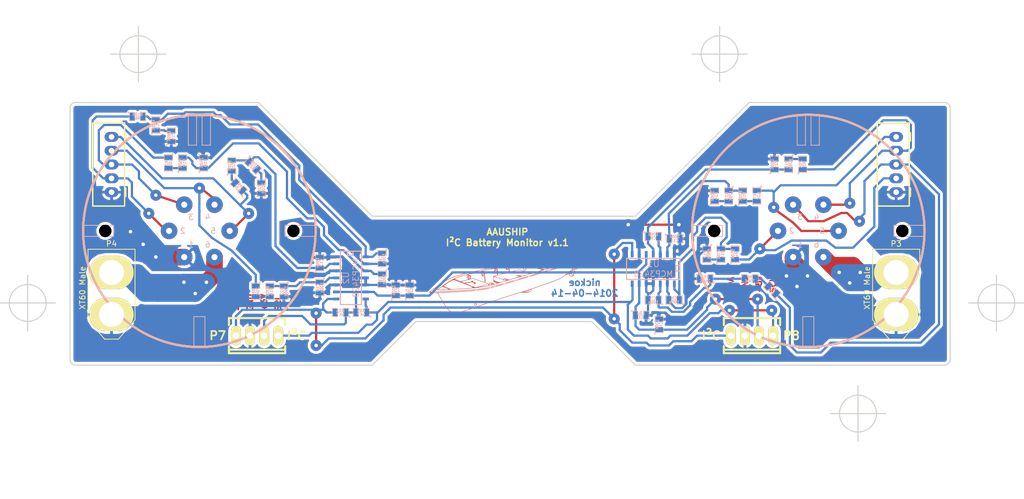
<source format=kicad_pcb>
(kicad_pcb (version 3) (host pcbnew "(2014-04-09 BZR 4797)-drawing_tool")
  (layers (15 F.Cu signal) (0 B.Cu signal) (18 B.Paste user) (19 F.Paste user) (20 B.SilkS user) (21 F.SilkS user) (22 B.Mask user) (23 F.Mask user) (28 Edge.Cuts user))
  (net 0 "")
  (net 1 +5V)
  (net 2 GND)
  (net 3 "Net-(C5-Pad1)")
  (net 4 "Net-(C6-Pad1)")
  (net 5 "Net-(C7-Pad1)")
  (net 6 "Net-(C8-Pad1)")
  (net 7 "Net-(C9-Pad1)")
  (net 8 "Net-(C10-Pad1)")
  (net 9 "Net-(C11-Pad1)")
  (net 10 "Net-(C12-Pad1)")
  (net 11 "Net-(P1-Pad2)")
  (net 12 "Net-(P1-Pad3)")
  (net 13 "Net-(P1-Pad4)")
  (net 14 "Net-(P1-Pad5)")
  (net 15 "Net-(P1-Pad6)")
  (net 16 "Net-(P2-Pad2)")
  (net 17 "Net-(P2-Pad3)")
  (net 18 "Net-(P2-Pad4)")
  (net 19 "Net-(P2-Pad5)")
  (net 20 "Net-(P2-Pad6)")
  (net 21 "Net-(R1-Pad2)")
  (net 22 "Net-(R10-Pad1)")
  (net 23 "Net-(R15-Pad1)")
  (net 24 "Net-(R16-Pad1)")
  (net 25 "Net-(R19-Pad1)")
  (net 26 "Net-(R20-Pad1)")
  (net 27 "Net-(R11-Pad1)")
  (net 28 "Net-(R13-Pad1)")
  (net 29 "Net-(R23-Pad2)")
  (net 30 "Net-(R25-Pad2)")
  (net 31 "Net-(P7-Pad1)")
  (net 32 "Net-(P7-Pad4)")
  (module SMD_Packages:SO14E (layer B.Cu) (at 162 109.73 180)
    (fp_text reference U1 (at 0 0.762 180) (layer B.SilkS) (effects (font (size 1.016 1.143) (thickness 0.127)) (justify mirror)))
    (fp_text value MCP3428 (at 0 -1.016 180) (layer B.SilkS) (effects (font (size 1.016 1.016) (thickness 0.127)) (justify mirror)))
    (pad 1 smd rect (at -3.81 -2.794 180) (size 0.508 1.143) (layers B.Cu B.Paste B.Mask) (net 3 "Net-(C5-Pad1)"))
    (pad 2 smd rect (at -2.54 -2.794 180) (size 0.508 1.143) (layers B.Cu B.Paste B.Mask) (net 2 GND))
    (pad 3 smd rect (at -1.27 -2.794 180) (size 0.508 1.143) (layers B.Cu B.Paste B.Mask) (net 5 "Net-(C7-Pad1)"))
    (pad 4 smd rect (at 0 -2.794 180) (size 0.508 1.143) (layers B.Cu B.Paste B.Mask) (net 2 GND))
    (pad 5 smd rect (at 1.27 -2.794 180) (size 0.508 1.143) (layers B.Cu B.Paste B.Mask) (net 2 GND))
    (pad 6 smd rect (at 2.54 -2.794 180) (size 0.508 1.143) (layers B.Cu B.Paste B.Mask) (net 1 +5V))
    (pad 7 smd rect (at 3.81 -2.794 180) (size 0.508 1.143) (layers B.Cu B.Paste B.Mask) (net 31 "Net-(P7-Pad1)"))
    (pad 8 smd rect (at 3.81 2.54 180) (size 0.508 1.143) (layers B.Cu B.Paste B.Mask) (net 32 "Net-(P7-Pad4)"))
    (pad 9 smd rect (at 2.54 2.54 180) (size 0.508 1.143) (layers B.Cu B.Paste B.Mask) (net 2 GND))
    (pad 10 smd rect (at 1.27 2.54 180) (size 0.508 1.143) (layers B.Cu B.Paste B.Mask) (net 1 +5V))
    (pad 11 smd rect (at 0 2.54 180) (size 0.508 1.143) (layers B.Cu B.Paste B.Mask) (net 7 "Net-(C9-Pad1)"))
    (pad 12 smd rect (at -1.27 2.54 180) (size 0.508 1.143) (layers B.Cu B.Paste B.Mask) (net 2 GND))
    (pad 13 smd rect (at -2.54 2.54 180) (size 0.508 1.143) (layers B.Cu B.Paste B.Mask) (net 9 "Net-(C11-Pad1)"))
    (pad 14 smd rect (at -3.81 2.54 180) (size 0.508 1.143) (layers B.Cu B.Paste B.Mask) (net 2 GND))
  )
  (module SMD_Packages:SM0805 (layer B.Cu) (at 101.75 108.73 90)
    (fp_text reference C12 (at 0 0.3175 90) (layer B.SilkS) (effects (font (size 0.50038 0.50038) (thickness 0.10922)) (justify mirror)))
    (fp_text value 100n (at 0 -0.381 90) (layer B.SilkS) (effects (font (size 0.50038 0.50038) (thickness 0.10922)) (justify mirror)))
    (pad 1 smd rect (at -0.9525 0 90) (size 0.889 1.397) (layers B.Cu B.Paste B.Mask) (net 10 "Net-(C12-Pad1)"))
    (pad 2 smd rect (at 0.9525 0 90) (size 0.889 1.397) (layers B.Cu B.Paste B.Mask) (net 2 GND))
  )
  (module SMD_Packages:SM0805 (layer B.Cu) (at 101.75 113.23 270)
    (fp_text reference C10 (at 0 0.3175 270) (layer B.SilkS) (effects (font (size 0.50038 0.50038) (thickness 0.10922)) (justify mirror)))
    (fp_text value 100n (at 0 -0.381 270) (layer B.SilkS) (effects (font (size 0.50038 0.50038) (thickness 0.10922)) (justify mirror)))
    (pad 1 smd rect (at -0.9525 0 270) (size 0.889 1.397) (layers B.Cu B.Paste B.Mask) (net 8 "Net-(C10-Pad1)"))
    (pad 2 smd rect (at 0.9525 0 270) (size 0.889 1.397) (layers B.Cu B.Paste B.Mask) (net 2 GND))
  )
  (module SMD_Packages:SM0805 (layer B.Cu) (at 113 111.73 270)
    (fp_text reference C8 (at 0 0.3175 270) (layer B.SilkS) (effects (font (size 0.50038 0.50038) (thickness 0.10922)) (justify mirror)))
    (fp_text value 100n (at 0 -0.381 270) (layer B.SilkS) (effects (font (size 0.50038 0.50038) (thickness 0.10922)) (justify mirror)))
    (pad 1 smd rect (at -0.9525 0 270) (size 0.889 1.397) (layers B.Cu B.Paste B.Mask) (net 6 "Net-(C8-Pad1)"))
    (pad 2 smd rect (at 0.9525 0 270) (size 0.889 1.397) (layers B.Cu B.Paste B.Mask) (net 2 GND))
  )
  (module SMD_Packages:SM0805 (layer B.Cu) (at 113 107.98 270)
    (fp_text reference C6 (at 0 0.3175 270) (layer B.SilkS) (effects (font (size 0.50038 0.50038) (thickness 0.10922)) (justify mirror)))
    (fp_text value 100n (at 0 -0.381 270) (layer B.SilkS) (effects (font (size 0.50038 0.50038) (thickness 0.10922)) (justify mirror)))
    (pad 1 smd rect (at -0.9525 0 270) (size 0.889 1.397) (layers B.Cu B.Paste B.Mask) (net 4 "Net-(C6-Pad1)"))
    (pad 2 smd rect (at 0.9525 0 270) (size 0.889 1.397) (layers B.Cu B.Paste B.Mask) (net 2 GND))
  )
  (module SMD_Packages:SM0805 (layer B.Cu) (at 165.862 104.394)
    (fp_text reference C11 (at 0 0.3175) (layer B.SilkS) (effects (font (size 0.50038 0.50038) (thickness 0.10922)) (justify mirror)))
    (fp_text value 100n (at 0 -0.381) (layer B.SilkS) (effects (font (size 0.50038 0.50038) (thickness 0.10922)) (justify mirror)))
    (pad 1 smd rect (at -0.9525 0) (size 0.889 1.397) (layers B.Cu B.Paste B.Mask) (net 9 "Net-(C11-Pad1)"))
    (pad 2 smd rect (at 0.9525 0) (size 0.889 1.397) (layers B.Cu B.Paste B.Mask) (net 2 GND))
  )
  (module SMD_Packages:SM0805 (layer B.Cu) (at 162 103.98)
    (fp_text reference C9 (at 0 0.3175) (layer B.SilkS) (effects (font (size 0.50038 0.50038) (thickness 0.10922)) (justify mirror)))
    (fp_text value 100n (at 0 -0.381) (layer B.SilkS) (effects (font (size 0.50038 0.50038) (thickness 0.10922)) (justify mirror)))
    (pad 1 smd rect (at -0.9525 0) (size 0.889 1.397) (layers B.Cu B.Paste B.Mask) (net 7 "Net-(C9-Pad1)"))
    (pad 2 smd rect (at 0.9525 0) (size 0.889 1.397) (layers B.Cu B.Paste B.Mask) (net 2 GND))
  )
  (module SMD_Packages:SM0805 (layer B.Cu) (at 162 115.48 180)
    (fp_text reference C7 (at 0 0.3175 180) (layer B.SilkS) (effects (font (size 0.50038 0.50038) (thickness 0.10922)) (justify mirror)))
    (fp_text value 100n (at 0 -0.381 180) (layer B.SilkS) (effects (font (size 0.50038 0.50038) (thickness 0.10922)) (justify mirror)))
    (pad 1 smd rect (at -0.9525 0 180) (size 0.889 1.397) (layers B.Cu B.Paste B.Mask) (net 5 "Net-(C7-Pad1)"))
    (pad 2 smd rect (at 0.9525 0 180) (size 0.889 1.397) (layers B.Cu B.Paste B.Mask) (net 2 GND))
  )
  (module SMD_Packages:SM0805 (layer B.Cu) (at 165.75 115.48 180)
    (fp_text reference C5 (at 0 0.3175 180) (layer B.SilkS) (effects (font (size 0.50038 0.50038) (thickness 0.10922)) (justify mirror)))
    (fp_text value 100n (at 0 -0.381 180) (layer B.SilkS) (effects (font (size 0.50038 0.50038) (thickness 0.10922)) (justify mirror)))
    (pad 1 smd rect (at -0.9525 0 180) (size 0.889 1.397) (layers B.Cu B.Paste B.Mask) (net 3 "Net-(C5-Pad1)"))
    (pad 2 smd rect (at 0.9525 0 180) (size 0.889 1.397) (layers B.Cu B.Paste B.Mask) (net 2 GND))
  )
  (module SMD_Packages:SM0805 (layer B.Cu) (at 109.25 117.73 180)
    (fp_text reference R35 (at 0 0.3175 180) (layer B.SilkS) (effects (font (size 0.50038 0.50038) (thickness 0.10922)) (justify mirror)))
    (fp_text value 4K7 (at 0 -0.381 180) (layer B.SilkS) (effects (font (size 0.50038 0.50038) (thickness 0.10922)) (justify mirror)))
    (pad 1 smd rect (at -0.9525 0 180) (size 0.889 1.397) (layers B.Cu B.Paste B.Mask) (net 31 "Net-(P7-Pad1)"))
    (pad 2 smd rect (at 0.9525 0 180) (size 0.889 1.397) (layers B.Cu B.Paste B.Mask) (net 1 +5V))
  )
  (module SMD_Packages:SM0805 (layer B.Cu) (at 115.5 113.73 90)
    (fp_text reference C3 (at 0 0.3175 90) (layer B.SilkS) (effects (font (size 0.50038 0.50038) (thickness 0.10922)) (justify mirror)))
    (fp_text value 100n (at 0 -0.381 90) (layer B.SilkS) (effects (font (size 0.50038 0.50038) (thickness 0.10922)) (justify mirror)))
    (pad 1 smd rect (at -0.9525 0 90) (size 0.889 1.397) (layers B.Cu B.Paste B.Mask) (net 1 +5V))
    (pad 2 smd rect (at 0.9525 0 90) (size 0.889 1.397) (layers B.Cu B.Paste B.Mask) (net 2 GND))
  )
  (module SMD_Packages:SM0805 (layer B.Cu) (at 159.75 118.23)
    (fp_text reference C1 (at 0 0.3175) (layer B.SilkS) (effects (font (size 0.50038 0.50038) (thickness 0.10922)) (justify mirror)))
    (fp_text value 10µ (at 0 -0.381) (layer B.SilkS) (effects (font (size 0.50038 0.50038) (thickness 0.10922)) (justify mirror)))
    (pad 1 smd rect (at -0.9525 0) (size 0.889 1.397) (layers B.Cu B.Paste B.Mask) (net 1 +5V))
    (pad 2 smd rect (at 0.9525 0) (size 0.889 1.397) (layers B.Cu B.Paste B.Mask) (net 2 GND))
  )
  (module SMD_Packages:SM0805 (layer B.Cu) (at 176.768 107.2 90)
    (fp_text reference R4 (at 0 0.3175 90) (layer B.SilkS) (effects (font (size 0.50038 0.50038) (thickness 0.10922)) (justify mirror)))
    (fp_text value 510K (at 0 -0.381 90) (layer B.SilkS) (effects (font (size 0.50038 0.50038) (thickness 0.10922)) (justify mirror)))
    (pad 1 smd rect (at -0.9525 0 90) (size 0.889 1.397) (layers B.Cu B.Paste B.Mask) (net 11 "Net-(P1-Pad2)"))
    (pad 2 smd rect (at 0.9525 0 90) (size 0.889 1.397) (layers B.Cu B.Paste B.Mask) (net 3 "Net-(C5-Pad1)"))
  )
  (module SMD_Packages:SM0805 (layer B.Cu) (at 174.228 107.2 90)
    (fp_text reference R11 (at 0 0.3175 90) (layer B.SilkS) (effects (font (size 0.50038 0.50038) (thickness 0.10922)) (justify mirror)))
    (fp_text value 470K (at 0 -0.381 90) (layer B.SilkS) (effects (font (size 0.50038 0.50038) (thickness 0.10922)) (justify mirror)))
    (pad 1 smd rect (at -0.9525 0 90) (size 0.889 1.397) (layers B.Cu B.Paste B.Mask) (net 27 "Net-(R11-Pad1)"))
    (pad 2 smd rect (at 0.9525 0 90) (size 0.889 1.397) (layers B.Cu B.Paste B.Mask) (net 3 "Net-(C5-Pad1)"))
  )
  (module SMD_Packages:SM0805 (layer B.Cu) (at 171.688 107.2 270)
    (fp_text reference R12 (at 0 0.3175 270) (layer B.SilkS) (effects (font (size 0.50038 0.50038) (thickness 0.10922)) (justify mirror)))
    (fp_text value 680K (at 0 -0.381 270) (layer B.SilkS) (effects (font (size 0.50038 0.50038) (thickness 0.10922)) (justify mirror)))
    (pad 1 smd rect (at -0.9525 0 270) (size 0.889 1.397) (layers B.Cu B.Paste B.Mask) (net 2 GND))
    (pad 2 smd rect (at 0.9525 0 270) (size 0.889 1.397) (layers B.Cu B.Paste B.Mask) (net 27 "Net-(R11-Pad1)"))
  )
  (module SMD_Packages:SM0805 (layer B.Cu) (at 183.484 113.666 135)
    (fp_text reference R1 (at 0 0.3175 135) (layer B.SilkS) (effects (font (size 0.50038 0.50038) (thickness 0.10922)) (justify mirror)))
    (fp_text value 10k (at 0 -0.381 135) (layer B.SilkS) (effects (font (size 0.50038 0.50038) (thickness 0.10922)) (justify mirror)))
    (pad 1 smd rect (at -0.9525 0 135) (size 0.889 1.397) (layers B.Cu B.Paste B.Mask) (net 12 "Net-(P1-Pad3)"))
    (pad 2 smd rect (at 0.9525 0 135) (size 0.889 1.397) (layers B.Cu B.Paste B.Mask) (net 21 "Net-(R1-Pad2)"))
  )
  (module SMD_Packages:SM0805 (layer B.Cu) (at 179.46 111.634 180)
    (fp_text reference R8 (at 0 0.3175 180) (layer B.SilkS) (effects (font (size 0.50038 0.50038) (thickness 0.10922)) (justify mirror)))
    (fp_text value 750K (at 0 -0.381 180) (layer B.SilkS) (effects (font (size 0.50038 0.50038) (thickness 0.10922)) (justify mirror)))
    (pad 1 smd rect (at -0.9525 0 180) (size 0.889 1.397) (layers B.Cu B.Paste B.Mask) (net 21 "Net-(R1-Pad2)"))
    (pad 2 smd rect (at 0.9525 0 180) (size 0.889 1.397) (layers B.Cu B.Paste B.Mask) (net 5 "Net-(C7-Pad1)"))
  )
  (module SMD_Packages:SM0805 (layer B.Cu) (at 171.342 111.634 180)
    (fp_text reference R17 (at 0 0.3175 180) (layer B.SilkS) (effects (font (size 0.50038 0.50038) (thickness 0.10922)) (justify mirror)))
    (fp_text value 240K (at 0 -0.381 180) (layer B.SilkS) (effects (font (size 0.50038 0.50038) (thickness 0.10922)) (justify mirror)))
    (pad 1 smd rect (at -0.9525 0 180) (size 0.889 1.397) (layers B.Cu B.Paste B.Mask) (net 5 "Net-(C7-Pad1)"))
    (pad 2 smd rect (at 0.9525 0 180) (size 0.889 1.397) (layers B.Cu B.Paste B.Mask) (net 2 GND))
  )
  (module SMD_Packages:SM0805 (layer B.Cu) (at 188.976 90.932 90)
    (fp_text reference R3 (at 0 0.3175 90) (layer B.SilkS) (effects (font (size 0.50038 0.50038) (thickness 0.10922)) (justify mirror)))
    (fp_text value 20K (at 0 -0.381 90) (layer B.SilkS) (effects (font (size 0.50038 0.50038) (thickness 0.10922)) (justify mirror)))
    (pad 1 smd rect (at -0.9525 0 90) (size 0.889 1.397) (layers B.Cu B.Paste B.Mask) (net 13 "Net-(P1-Pad4)"))
    (pad 2 smd rect (at 0.9525 0 90) (size 0.889 1.397) (layers B.Cu B.Paste B.Mask) (net 23 "Net-(R15-Pad1)"))
  )
  (module SMD_Packages:SM0805 (layer B.Cu) (at 186.436 90.932 270)
    (fp_text reference R15 (at 0 0.3175 270) (layer B.SilkS) (effects (font (size 0.50038 0.50038) (thickness 0.10922)) (justify mirror)))
    (fp_text value 820K (at 0 -0.381 270) (layer B.SilkS) (effects (font (size 0.50038 0.50038) (thickness 0.10922)) (justify mirror)))
    (pad 1 smd rect (at -0.9525 0 270) (size 0.889 1.397) (layers B.Cu B.Paste B.Mask) (net 23 "Net-(R15-Pad1)"))
    (pad 2 smd rect (at 0.9525 0 270) (size 0.889 1.397) (layers B.Cu B.Paste B.Mask) (net 7 "Net-(C9-Pad1)"))
  )
  (module SMD_Packages:SM0805 (layer B.Cu) (at 183.896 90.932 90)
    (fp_text reference R21 (at 0 0.3175 90) (layer B.SilkS) (effects (font (size 0.50038 0.50038) (thickness 0.10922)) (justify mirror)))
    (fp_text value 160K (at 0 -0.381 90) (layer B.SilkS) (effects (font (size 0.50038 0.50038) (thickness 0.10922)) (justify mirror)))
    (pad 1 smd rect (at -0.9525 0 90) (size 0.889 1.397) (layers B.Cu B.Paste B.Mask) (net 7 "Net-(C9-Pad1)"))
    (pad 2 smd rect (at 0.9525 0 90) (size 0.889 1.397) (layers B.Cu B.Paste B.Mask) (net 2 GND))
  )
  (module SMD_Packages:SM0805 (layer B.Cu) (at 180.7 96.65 270)
    (fp_text reference R7 (at 0 0.3175 270) (layer B.SilkS) (effects (font (size 0.50038 0.50038) (thickness 0.10922)) (justify mirror)))
    (fp_text value 62K (at 0 -0.381 270) (layer B.SilkS) (effects (font (size 0.50038 0.50038) (thickness 0.10922)) (justify mirror)))
    (pad 1 smd rect (at -0.9525 0 270) (size 0.889 1.397) (layers B.Cu B.Paste B.Mask) (net 14 "Net-(P1-Pad5)"))
    (pad 2 smd rect (at 0.9525 0 270) (size 0.889 1.397) (layers B.Cu B.Paste B.Mask) (net 25 "Net-(R19-Pad1)"))
  )
  (module SMD_Packages:SM0805 (layer B.Cu) (at 178.16 96.65 90)
    (fp_text reference R19 (at 0 0.3175 90) (layer B.SilkS) (effects (font (size 0.50038 0.50038) (thickness 0.10922)) (justify mirror)))
    (fp_text value 820K (at 0 -0.381 90) (layer B.SilkS) (effects (font (size 0.50038 0.50038) (thickness 0.10922)) (justify mirror)))
    (pad 1 smd rect (at -0.9525 0 90) (size 0.889 1.397) (layers B.Cu B.Paste B.Mask) (net 25 "Net-(R19-Pad1)"))
    (pad 2 smd rect (at 0.9525 0 90) (size 0.889 1.397) (layers B.Cu B.Paste B.Mask) (net 9 "Net-(C11-Pad1)"))
  )
  (module SMD_Packages:SM0805 (layer B.Cu) (at 175.62 96.65 270)
    (fp_text reference R23 (at 0 0.3175 270) (layer B.SilkS) (effects (font (size 0.50038 0.50038) (thickness 0.10922)) (justify mirror)))
    (fp_text value 120K (at 0 -0.381 270) (layer B.SilkS) (effects (font (size 0.50038 0.50038) (thickness 0.10922)) (justify mirror)))
    (pad 1 smd rect (at -0.9525 0 270) (size 0.889 1.397) (layers B.Cu B.Paste B.Mask) (net 9 "Net-(C11-Pad1)"))
    (pad 2 smd rect (at 0.9525 0 270) (size 0.889 1.397) (layers B.Cu B.Paste B.Mask) (net 29 "Net-(R23-Pad2)"))
  )
  (module SMD_Packages:SM0805 (layer B.Cu) (at 105.5 117.73 180)
    (fp_text reference R33 (at 0 0.3175 180) (layer B.SilkS) (effects (font (size 0.50038 0.50038) (thickness 0.10922)) (justify mirror)))
    (fp_text value 4K7 (at 0 -0.381 180) (layer B.SilkS) (effects (font (size 0.50038 0.50038) (thickness 0.10922)) (justify mirror)))
    (pad 1 smd rect (at -0.9525 0 180) (size 0.889 1.397) (layers B.Cu B.Paste B.Mask) (net 1 +5V))
    (pad 2 smd rect (at 0.9525 0 180) (size 0.889 1.397) (layers B.Cu B.Paste B.Mask) (net 32 "Net-(P7-Pad4)"))
  )
  (module SMD_Packages:SM0805 (layer B.Cu) (at 163.068 119.888 90)
    (fp_text reference C4 (at 0 0.3175 90) (layer B.SilkS) (effects (font (size 0.50038 0.50038) (thickness 0.10922)) (justify mirror)))
    (fp_text value 100n (at 0 -0.381 90) (layer B.SilkS) (effects (font (size 0.50038 0.50038) (thickness 0.10922)) (justify mirror)))
    (pad 1 smd rect (at -0.9525 0 90) (size 0.889 1.397) (layers B.Cu B.Paste B.Mask) (net 1 +5V))
    (pad 2 smd rect (at 0.9525 0 90) (size 0.889 1.397) (layers B.Cu B.Paste B.Mask) (net 2 GND))
  )
  (module SMD_Packages:SM0805 (layer B.Cu) (at 118 113.73 90)
    (fp_text reference C2 (at 0 0.3175 90) (layer B.SilkS) (effects (font (size 0.50038 0.50038) (thickness 0.10922)) (justify mirror)))
    (fp_text value 10µ (at 0 -0.381 90) (layer B.SilkS) (effects (font (size 0.50038 0.50038) (thickness 0.10922)) (justify mirror)))
    (pad 1 smd rect (at -0.9525 0 90) (size 0.889 1.397) (layers B.Cu B.Paste B.Mask) (net 1 +5V))
    (pad 2 smd rect (at 0.9525 0 90) (size 0.889 1.397) (layers B.Cu B.Paste B.Mask) (net 2 GND))
  )
  (module SMD_Packages:SM0805 (layer B.Cu) (at 68.834 82.296)
    (fp_text reference R6 (at 0 0.3175) (layer B.SilkS) (effects (font (size 0.50038 0.50038) (thickness 0.10922)) (justify mirror)))
    (fp_text value 510K (at 0 -0.381) (layer B.SilkS) (effects (font (size 0.50038 0.50038) (thickness 0.10922)) (justify mirror)))
    (pad 1 smd rect (at -0.9525 0) (size 0.889 1.397) (layers B.Cu B.Paste B.Mask) (net 16 "Net-(P2-Pad2)"))
    (pad 2 smd rect (at 0.9525 0) (size 0.889 1.397) (layers B.Cu B.Paste B.Mask) (net 4 "Net-(C6-Pad1)"))
  )
  (module SMD_Packages:SM0805 (layer B.Cu) (at 72.136 83.82 90)
    (fp_text reference R13 (at 0 0.3175 90) (layer B.SilkS) (effects (font (size 0.50038 0.50038) (thickness 0.10922)) (justify mirror)))
    (fp_text value 470K (at 0 -0.381 90) (layer B.SilkS) (effects (font (size 0.50038 0.50038) (thickness 0.10922)) (justify mirror)))
    (pad 1 smd rect (at -0.9525 0 90) (size 0.889 1.397) (layers B.Cu B.Paste B.Mask) (net 28 "Net-(R13-Pad1)"))
    (pad 2 smd rect (at 0.9525 0 90) (size 0.889 1.397) (layers B.Cu B.Paste B.Mask) (net 4 "Net-(C6-Pad1)"))
  )
  (module SMD_Packages:SM0805 (layer B.Cu) (at 74.93 85.852 90)
    (fp_text reference R14 (at 0 0.3175 90) (layer B.SilkS) (effects (font (size 0.50038 0.50038) (thickness 0.10922)) (justify mirror)))
    (fp_text value 680K (at 0 -0.381 90) (layer B.SilkS) (effects (font (size 0.50038 0.50038) (thickness 0.10922)) (justify mirror)))
    (pad 1 smd rect (at -0.9525 0 90) (size 0.889 1.397) (layers B.Cu B.Paste B.Mask) (net 2 GND))
    (pad 2 smd rect (at 0.9525 0 90) (size 0.889 1.397) (layers B.Cu B.Paste B.Mask) (net 28 "Net-(R13-Pad1)"))
  )
  (module SMD_Packages:SM0805 (layer B.Cu) (at 74.422 90.678 270)
    (fp_text reference R2 (at 0 0.3175 270) (layer B.SilkS) (effects (font (size 0.50038 0.50038) (thickness 0.10922)) (justify mirror)))
    (fp_text value 10k (at 0 -0.381 270) (layer B.SilkS) (effects (font (size 0.50038 0.50038) (thickness 0.10922)) (justify mirror)))
    (pad 1 smd rect (at -0.9525 0 270) (size 0.889 1.397) (layers B.Cu B.Paste B.Mask) (net 17 "Net-(P2-Pad3)"))
    (pad 2 smd rect (at 0.9525 0 270) (size 0.889 1.397) (layers B.Cu B.Paste B.Mask) (net 22 "Net-(R10-Pad1)"))
  )
  (module SMD_Packages:SM0805 (layer B.Cu) (at 76.962 90.678 90)
    (fp_text reference R10 (at 0 0.3175 90) (layer B.SilkS) (effects (font (size 0.50038 0.50038) (thickness 0.10922)) (justify mirror)))
    (fp_text value 750K (at 0 -0.381 90) (layer B.SilkS) (effects (font (size 0.50038 0.50038) (thickness 0.10922)) (justify mirror)))
    (pad 1 smd rect (at -0.9525 0 90) (size 0.889 1.397) (layers B.Cu B.Paste B.Mask) (net 22 "Net-(R10-Pad1)"))
    (pad 2 smd rect (at 0.9525 0 90) (size 0.889 1.397) (layers B.Cu B.Paste B.Mask) (net 6 "Net-(C8-Pad1)"))
  )
  (module SMD_Packages:SM0805 (layer B.Cu) (at 80.772 90.678 90)
    (fp_text reference R18 (at 0 0.3175 90) (layer B.SilkS) (effects (font (size 0.50038 0.50038) (thickness 0.10922)) (justify mirror)))
    (fp_text value 240K (at 0 -0.381 90) (layer B.SilkS) (effects (font (size 0.50038 0.50038) (thickness 0.10922)) (justify mirror)))
    (pad 1 smd rect (at -0.9525 0 90) (size 0.889 1.397) (layers B.Cu B.Paste B.Mask) (net 6 "Net-(C8-Pad1)"))
    (pad 2 smd rect (at 0.9525 0 90) (size 0.889 1.397) (layers B.Cu B.Paste B.Mask) (net 2 GND))
  )
  (module SMD_Packages:SM0805 (layer B.Cu) (at 90.19 113.91 270)
    (fp_text reference R5 (at 0 0.3175 270) (layer B.SilkS) (effects (font (size 0.50038 0.50038) (thickness 0.10922)) (justify mirror)))
    (fp_text value 20K (at 0 -0.381 270) (layer B.SilkS) (effects (font (size 0.50038 0.50038) (thickness 0.10922)) (justify mirror)))
    (pad 1 smd rect (at -0.9525 0 270) (size 0.889 1.397) (layers B.Cu B.Paste B.Mask) (net 18 "Net-(P2-Pad4)"))
    (pad 2 smd rect (at 0.9525 0 270) (size 0.889 1.397) (layers B.Cu B.Paste B.Mask) (net 24 "Net-(R16-Pad1)"))
  )
  (module SMD_Packages:SM0805 (layer B.Cu) (at 92.73 113.91 90)
    (fp_text reference R16 (at 0 0.3175 90) (layer B.SilkS) (effects (font (size 0.50038 0.50038) (thickness 0.10922)) (justify mirror)))
    (fp_text value 820K (at 0 -0.381 90) (layer B.SilkS) (effects (font (size 0.50038 0.50038) (thickness 0.10922)) (justify mirror)))
    (pad 1 smd rect (at -0.9525 0 90) (size 0.889 1.397) (layers B.Cu B.Paste B.Mask) (net 24 "Net-(R16-Pad1)"))
    (pad 2 smd rect (at 0.9525 0 90) (size 0.889 1.397) (layers B.Cu B.Paste B.Mask) (net 8 "Net-(C10-Pad1)"))
  )
  (module SMD_Packages:SM0805 (layer B.Cu) (at 95.27 113.91 270)
    (fp_text reference R22 (at 0 0.3175 270) (layer B.SilkS) (effects (font (size 0.50038 0.50038) (thickness 0.10922)) (justify mirror)))
    (fp_text value 160K (at 0 -0.381 270) (layer B.SilkS) (effects (font (size 0.50038 0.50038) (thickness 0.10922)) (justify mirror)))
    (pad 1 smd rect (at -0.9525 0 270) (size 0.889 1.397) (layers B.Cu B.Paste B.Mask) (net 8 "Net-(C10-Pad1)"))
    (pad 2 smd rect (at 0.9525 0 270) (size 0.889 1.397) (layers B.Cu B.Paste B.Mask) (net 2 GND))
  )
  (module SMD_Packages:SM0805 (layer B.Cu) (at 87.122 94.996 135)
    (fp_text reference R9 (at 0 0.3175 135) (layer B.SilkS) (effects (font (size 0.50038 0.50038) (thickness 0.10922)) (justify mirror)))
    (fp_text value 62K (at 0 -0.381 135) (layer B.SilkS) (effects (font (size 0.50038 0.50038) (thickness 0.10922)) (justify mirror)))
    (pad 1 smd rect (at -0.9525 0 135) (size 0.889 1.397) (layers B.Cu B.Paste B.Mask) (net 19 "Net-(P2-Pad5)"))
    (pad 2 smd rect (at 0.9525 0 135) (size 0.889 1.397) (layers B.Cu B.Paste B.Mask) (net 26 "Net-(R20-Pad1)"))
  )
  (module SMD_Packages:SM0805 (layer B.Cu) (at 85.852 91.186 90)
    (fp_text reference R20 (at 0 0.3175 90) (layer B.SilkS) (effects (font (size 0.50038 0.50038) (thickness 0.10922)) (justify mirror)))
    (fp_text value 820K (at 0 -0.381 90) (layer B.SilkS) (effects (font (size 0.50038 0.50038) (thickness 0.10922)) (justify mirror)))
    (pad 1 smd rect (at -0.9525 0 90) (size 0.889 1.397) (layers B.Cu B.Paste B.Mask) (net 26 "Net-(R20-Pad1)"))
    (pad 2 smd rect (at 0.9525 0 90) (size 0.889 1.397) (layers B.Cu B.Paste B.Mask) (net 10 "Net-(C12-Pad1)"))
  )
  (module SMD_Packages:SM0805 (layer B.Cu) (at 89.688 91.17 315)
    (fp_text reference R25 (at 0 0.3175 315) (layer B.SilkS) (effects (font (size 0.50038 0.50038) (thickness 0.10922)) (justify mirror)))
    (fp_text value 120K (at 0 -0.381 315) (layer B.SilkS) (effects (font (size 0.50038 0.50038) (thickness 0.10922)) (justify mirror)))
    (pad 1 smd rect (at -0.9525 0 315) (size 0.889 1.397) (layers B.Cu B.Paste B.Mask) (net 10 "Net-(C12-Pad1)"))
    (pad 2 smd rect (at 0.9525 0 315) (size 0.889 1.397) (layers B.Cu B.Paste B.Mask) (net 30 "Net-(R25-Pad2)"))
  )
  (module SMD_Packages:SM0805 (layer B.Cu) (at 91.186 95.25 270)
    (fp_text reference R26 (at 0 0.3175 270) (layer B.SilkS) (effects (font (size 0.50038 0.50038) (thickness 0.10922)) (justify mirror)))
    (fp_text value 300R (at 0 -0.381 270) (layer B.SilkS) (effects (font (size 0.50038 0.50038) (thickness 0.10922)) (justify mirror)))
    (pad 1 smd rect (at -0.9525 0 270) (size 0.889 1.397) (layers B.Cu B.Paste B.Mask) (net 30 "Net-(R25-Pad2)"))
    (pad 2 smd rect (at 0.9525 0 270) (size 0.889 1.397) (layers B.Cu B.Paste B.Mask) (net 2 GND))
  )
  (module SMD_Packages:SM0805 (layer B.Cu) (at 173.08 96.65 90)
    (fp_text reference R24 (at 0 0.3175 90) (layer B.SilkS) (effects (font (size 0.50038 0.50038) (thickness 0.10922)) (justify mirror)))
    (fp_text value 300R (at 0 -0.381 90) (layer B.SilkS) (effects (font (size 0.50038 0.50038) (thickness 0.10922)) (justify mirror)))
    (pad 1 smd rect (at -0.9525 0 90) (size 0.889 1.397) (layers B.Cu B.Paste B.Mask) (net 29 "Net-(R23-Pad2)"))
    (pad 2 smd rect (at 0.9525 0 90) (size 0.889 1.397) (layers B.Cu B.Paste B.Mask) (net 2 GND))
  )
  (module SMD_Packages:SO14E (layer B.Cu) (at 107.25 111.48 270)
    (fp_text reference U2 (at 0 0.762 270) (layer B.SilkS) (effects (font (size 1.016 1.143) (thickness 0.127)) (justify mirror)))
    (fp_text value MCP3428 (at 0 -1.016 270) (layer B.SilkS) (effects (font (size 1.016 1.016) (thickness 0.127)) (justify mirror)))
    (pad 1 smd rect (at -3.81 -2.794 270) (size 0.508 1.143) (layers B.Cu B.Paste B.Mask) (net 4 "Net-(C6-Pad1)"))
    (pad 2 smd rect (at -2.54 -2.794 270) (size 0.508 1.143) (layers B.Cu B.Paste B.Mask) (net 2 GND))
    (pad 3 smd rect (at -1.27 -2.794 270) (size 0.508 1.143) (layers B.Cu B.Paste B.Mask) (net 6 "Net-(C8-Pad1)"))
    (pad 4 smd rect (at 0 -2.794 270) (size 0.508 1.143) (layers B.Cu B.Paste B.Mask) (net 2 GND))
    (pad 5 smd rect (at 1.27 -2.794 270) (size 0.508 1.143) (layers B.Cu B.Paste B.Mask) (net 2 GND))
    (pad 6 smd rect (at 2.54 -2.794 270) (size 0.508 1.143) (layers B.Cu B.Paste B.Mask) (net 1 +5V))
    (pad 7 smd rect (at 3.81 -2.794 270) (size 0.508 1.143) (layers B.Cu B.Paste B.Mask) (net 31 "Net-(P7-Pad1)"))
    (pad 8 smd rect (at 3.81 2.54 270) (size 0.508 1.143) (layers B.Cu B.Paste B.Mask) (net 32 "Net-(P7-Pad4)"))
    (pad 9 smd rect (at 2.54 2.54 270) (size 0.508 1.143) (layers B.Cu B.Paste B.Mask) (net 1 +5V))
    (pad 10 smd rect (at 1.27 2.54 270) (size 0.508 1.143) (layers B.Cu B.Paste B.Mask) (net 2 GND))
    (pad 11 smd rect (at 0 2.54 270) (size 0.508 1.143) (layers B.Cu B.Paste B.Mask) (net 8 "Net-(C10-Pad1)"))
    (pad 12 smd rect (at -1.27 2.54 270) (size 0.508 1.143) (layers B.Cu B.Paste B.Mask) (net 2 GND))
    (pad 13 smd rect (at -2.54 2.54 270) (size 0.508 1.143) (layers B.Cu B.Paste B.Mask) (net 10 "Net-(C12-Pad1)"))
    (pad 14 smd rect (at -3.81 2.54 270) (size 0.508 1.143) (layers B.Cu B.Paste B.Mask) (net 2 GND))
  )
  (module local:PX0707-S-6 (layer B.Cu) (at 190 102.98)
    (fp_text reference P1)
    (fp_text value PX0707/06S hide)
    (fp_text user 6 (at 1.5 2.5) (layer B.SilkS) (effects (justify mirror)))
    (fp_text user 5 (at 2.5 0) (layer B.SilkS) (effects (justify mirror)))
    (fp_text user 4 (at 1.5 -2.5) (layer B.SilkS) (effects (justify mirror)))
    (fp_text user 3 (at -1.5 -2.5) (layer B.SilkS) (effects (justify mirror)))
    (fp_text user 2 (at -3 0) (layer B.SilkS) (effects (justify mirror)))
    (fp_text user 1 (at -1.5 2.5) (layer B.SilkS) (effects (justify mirror)))
    (pad 1 thru_hole circle (at -2.73558 4.73964) (size 2.99974 2.99974) (drill 1.09982) (layers *.Cu *.Paste *.Mask) (net 2 GND))
    (pad 2 thru_hole circle (at -5.4737 0) (size 2.99974 2.99974) (drill 1.09982) (layers *.Cu *.Paste *.Mask) (net 11 "Net-(P1-Pad2)"))
    (pad 3 thru_hole circle (at -2.73558 -4.73964) (size 2.99974 2.99974) (drill 1.09982) (layers *.Cu *.Paste *.Mask) (net 12 "Net-(P1-Pad3)"))
    (pad 4 thru_hole circle (at 2.73558 -4.73964) (size 2.99974 2.99974) (drill 1.09982) (layers *.Cu *.Paste *.Mask) (net 13 "Net-(P1-Pad4)"))
    (pad 5 thru_hole circle (at 5.4737 0) (size 2.99974 2.99974) (drill 1.09982) (layers *.Cu *.Paste *.Mask) (net 14 "Net-(P1-Pad5)"))
    (pad 6 thru_hole circle (at 2.73558 4.73964) (size 2.99974 2.99974) (drill 1.09982) (layers *.Cu *.Paste *.Mask) (net 15 "Net-(P1-Pad6)"))
    (pad HOLE np_thru_hole circle (at 16.99768 0) (size 2.19964 2.19964) (drill 2.19964) (layers *.Mask))
    (pad HOLE np_thru_hole circle (at -16.99768 0) (size 2.19964 2.19964) (drill 2.19964) (layers *.Mask))
    (pad HOLE np_thru_hole circle (at 16.99768 0) (size 2.19964 2.19964) (drill 2.19964) (layers *.Mask))
    (pad HOLE np_thru_hole circle (at -16.99768 0) (size 2.19964 2.19964) (drill 2.19964) (layers *.Mask))
    (pad HOLE np_thru_hole circle (at 16.99768 0) (size 2.19964 2.19964) (drill 2.19964) (layers *.Mask))
    (pad HOLE np_thru_hole circle (at -16.99768 0) (size 2.19964 2.19964) (drill 2.19964) (layers *.Mask))
    (pad HOLE np_thru_hole circle (at 16.99768 0) (size 2.19964 2.19964) (drill 2.19964) (layers *.Mask))
    (pad HOLE np_thru_hole circle (at -16.99768 0) (size 2.19964 2.19964) (drill 2.19964) (layers *.Mask))
    (pad HOLE np_thru_hole circle (at 16.99768 0) (size 2.19964 2.19964) (drill 2.19964) (layers *.Mask))
    (pad HOLE np_thru_hole circle (at -16.99768 0) (size 2.19964 2.19964) (drill 2.19964) (layers *.Mask))
    (pad HOLE np_thru_hole circle (at 16.99768 0) (size 2.19964 2.19964) (drill 2.19964) (layers *.Mask))
    (pad HOLE np_thru_hole circle (at -16.99768 0) (size 2.19964 2.19964) (drill 2.19964) (layers *.Mask))
  )
  (module local:PX0707-S-6 (layer B.Cu) (at 80 102.98)
    (fp_text reference P2)
    (fp_text value PX0707/06S hide)
    (fp_text user 6 (at 1.5 2.5) (layer B.SilkS) (effects (justify mirror)))
    (fp_text user 5 (at 2.5 0) (layer B.SilkS) (effects (justify mirror)))
    (fp_text user 4 (at 1.5 -2.5) (layer B.SilkS) (effects (justify mirror)))
    (fp_text user 3 (at -1.5 -2.5) (layer B.SilkS) (effects (justify mirror)))
    (fp_text user 2 (at -3 0) (layer B.SilkS) (effects (justify mirror)))
    (fp_text user 1 (at -1.5 2.5) (layer B.SilkS) (effects (justify mirror)))
    (pad 1 thru_hole circle (at -2.73558 4.73964) (size 2.99974 2.99974) (drill 1.09982) (layers *.Cu *.Paste *.Mask) (net 2 GND))
    (pad 2 thru_hole circle (at -5.4737 0) (size 2.99974 2.99974) (drill 1.09982) (layers *.Cu *.Paste *.Mask) (net 16 "Net-(P2-Pad2)"))
    (pad 3 thru_hole circle (at -2.73558 -4.73964) (size 2.99974 2.99974) (drill 1.09982) (layers *.Cu *.Paste *.Mask) (net 17 "Net-(P2-Pad3)"))
    (pad 4 thru_hole circle (at 2.73558 -4.73964) (size 2.99974 2.99974) (drill 1.09982) (layers *.Cu *.Paste *.Mask) (net 18 "Net-(P2-Pad4)"))
    (pad 5 thru_hole circle (at 5.4737 0) (size 2.99974 2.99974) (drill 1.09982) (layers *.Cu *.Paste *.Mask) (net 19 "Net-(P2-Pad5)"))
    (pad 6 thru_hole circle (at 2.73558 4.73964) (size 2.99974 2.99974) (drill 1.09982) (layers *.Cu *.Paste *.Mask) (net 20 "Net-(P2-Pad6)"))
    (pad HOLE np_thru_hole circle (at 16.99768 0) (size 2.19964 2.19964) (drill 2.19964) (layers *.Mask))
    (pad HOLE np_thru_hole circle (at -16.99768 0) (size 2.19964 2.19964) (drill 2.19964) (layers *.Mask))
    (pad HOLE np_thru_hole circle (at 16.99768 0) (size 2.19964 2.19964) (drill 2.19964) (layers *.Mask))
    (pad HOLE np_thru_hole circle (at -16.99768 0) (size 2.19964 2.19964) (drill 2.19964) (layers *.Mask))
    (pad HOLE np_thru_hole circle (at 16.99768 0) (size 2.19964 2.19964) (drill 2.19964) (layers *.Mask))
    (pad HOLE np_thru_hole circle (at -16.99768 0) (size 2.19964 2.19964) (drill 2.19964) (layers *.Mask))
    (pad HOLE np_thru_hole circle (at 16.99768 0) (size 2.19964 2.19964) (drill 2.19964) (layers *.Mask))
    (pad HOLE np_thru_hole circle (at -16.99768 0) (size 2.19964 2.19964) (drill 2.19964) (layers *.Mask))
    (pad HOLE np_thru_hole circle (at 16.99768 0) (size 2.19964 2.19964) (drill 2.19964) (layers *.Mask))
    (pad HOLE np_thru_hole circle (at -16.99768 0) (size 2.19964 2.19964) (drill 2.19964) (layers *.Mask))
    (pad HOLE np_thru_hole circle (at 16.99768 0) (size 2.19964 2.19964) (drill 2.19964) (layers *.Mask))
    (pad HOLE np_thru_hole circle (at -16.99768 0) (size 2.19964 2.19964) (drill 2.19964) (layers *.Mask))
  )
  (module argo:XT60 (layer F.Cu) (at 64.132 114.3 180)
    (fp_text reference P4 (at 0 9 180) (layer F.SilkS))
    (fp_text value "XT60 Male" (at 5.25 1 270) (layer F.SilkS))
    (pad 1 thru_hole oval (at 0 -3.8 180) (size 8 6) (drill 4.5) (layers *.Cu *.Mask F.SilkS) (net 2 GND))
    (pad 2 thru_hole oval (at 0 3.8 180) (size 8 6) (drill 4.5) (layers *.Cu *.Mask F.SilkS) (net 20 "Net-(P2-Pad6)"))
  )
  (module argo:XT60 (layer F.Cu) (at 205.876 114.3 180)
    (fp_text reference P3 (at 0 9 180) (layer F.SilkS))
    (fp_text value "XT60 Male" (at 5.25 1 270) (layer F.SilkS))
    (pad 1 thru_hole oval (at 0 -3.8 180) (size 8 6) (drill 4.5) (layers *.Cu *.Mask F.SilkS) (net 2 GND))
    (pad 2 thru_hole oval (at 0 3.8 180) (size 8 6) (drill 4.5) (layers *.Cu *.Mask F.SilkS) (net 15 "Net-(P1-Pad6)"))
  )
  (module aauship:aauship (layer F.Cu) (at 135.636 112.522)
    (fp_text reference VAL hide)
    (fp_text value aauship hide)
    (fp_poly (pts (xy 13.88618 -4.18084) (xy 13.82014 -4.16306) (xy 13.82014 -4.25958) (xy 13.8176 -4.2672) (xy 13.79728 -4.26212) (xy 13.73632 -4.24688) (xy 13.64488 -4.22148) (xy 13.52042 -4.18592) (xy 13.36802 -4.14274) (xy 13.19276 -4.09448) (xy 12.99464 -4.03606) (xy 12.77874 -3.97256) (xy 12.55014 -3.90652) (xy 12.33678 -3.84302) (xy 12.09802 -3.77444) (xy 11.86942 -3.70586) (xy 11.65352 -3.6449) (xy 11.46048 -3.58902) (xy 11.28522 -3.54076) (xy 11.13536 -3.49758) (xy 11.01598 -3.46456) (xy 10.92454 -3.4417) (xy 10.86866 -3.429) (xy 10.85342 -3.42646) (xy 10.85088 -3.43662) (xy 10.8585 -3.44678) (xy 10.88136 -3.45948) (xy 10.91946 -3.47472) (xy 10.97534 -3.49758) (xy 11.05154 -3.52298) (xy 11.15314 -3.556) (xy 11.28014 -3.59664) (xy 11.43508 -3.64236) (xy 11.6205 -3.69824) (xy 11.83894 -3.76428) (xy 12.09294 -3.84048) (xy 12.38504 -3.9243) (xy 12.39774 -3.92938) (xy 12.62888 -3.99796) (xy 12.84478 -4.06146) (xy 13.04798 -4.12242) (xy 13.23086 -4.17576) (xy 13.39342 -4.22402) (xy 13.52804 -4.26466) (xy 13.63218 -4.29768) (xy 13.70584 -4.32054) (xy 13.74394 -4.33324) (xy 13.74902 -4.33578) (xy 13.7287 -4.34086) (xy 13.66774 -4.35102) (xy 13.57122 -4.3688) (xy 13.44168 -4.3942) (xy 13.28166 -4.42214) (xy 13.09624 -4.45516) (xy 12.88542 -4.49326) (xy 12.65428 -4.53644) (xy 12.40282 -4.57962) (xy 12.13866 -4.62788) (xy 11.8618 -4.67614) (xy 11.57478 -4.72694) (xy 11.28014 -4.78028) (xy 10.98296 -4.83108) (xy 10.68578 -4.88442) (xy 10.39114 -4.93522) (xy 10.10158 -4.98856) (xy 9.81964 -5.03682) (xy 9.54786 -5.08508) (xy 9.29132 -5.12826) (xy 9.05002 -5.17144) (xy 8.83158 -5.20954) (xy 8.63346 -5.24256) (xy 8.46328 -5.27304) (xy 8.32104 -5.29844) (xy 8.20928 -5.31622) (xy 8.13308 -5.32892) (xy 8.09244 -5.334) (xy 8.0899 -5.334) (xy 8.0645 -5.32892) (xy 8.001 -5.31622) (xy 7.89686 -5.29336) (xy 7.7597 -5.26288) (xy 7.58698 -5.22478) (xy 7.3787 -5.17906) (xy 7.14248 -5.12572) (xy 6.87578 -5.06476) (xy 6.58368 -4.99872) (xy 6.26364 -4.9276) (xy 5.9182 -4.84886) (xy 5.55244 -4.76758) (xy 5.16382 -4.67868) (xy 4.75742 -4.58724) (xy 4.33324 -4.49072) (xy 3.89128 -4.39166) (xy 3.43916 -4.29006) (xy 2.9718 -4.18338) (xy 2.49428 -4.07416) (xy 2.00914 -3.96494) (xy 1.51384 -3.85318) (xy 1.016 -3.73888) (xy 0.51308 -3.62458) (xy 0.00762 -3.51028) (xy -0.49784 -3.39598) (xy -1.0033 -3.28168) (xy -1.50368 -3.16738) (xy -2.00152 -3.05308) (xy -2.49174 -2.94132) (xy -2.97434 -2.8321) (xy -3.44678 -2.72542) (xy -3.90906 -2.61874) (xy -4.3561 -2.51714) (xy -4.79044 -2.41808) (xy -5.207 -2.3241) (xy -5.60578 -2.23266) (xy -5.98424 -2.1463) (xy -6.34238 -2.06502) (xy -6.67512 -1.98628) (xy -6.985 -1.9177) (xy -7.26694 -1.85166) (xy -7.52094 -1.79324) (xy -7.74446 -1.74244) (xy -7.93496 -1.69672) (xy -8.09498 -1.66116) (xy -8.2169 -1.63068) (xy -8.30326 -1.61036) (xy -8.3185 -1.60782) (xy -8.70712 -1.50622) (xy -9.0805 -1.39446) (xy -9.44118 -1.27254) (xy -9.79678 -1.13792) (xy -10.14984 -0.9906) (xy -10.5029 -0.82296) (xy -10.86104 -0.64008) (xy -11.22426 -0.43434) (xy -11.60018 -0.20574) (xy -11.99134 0.04572) (xy -12.40028 0.32258) (xy -12.83208 0.62738) (xy -13.17498 0.87884) (xy -13.335 0.99822) (xy -13.48486 1.10744) (xy -13.61948 1.20904) (xy -13.73378 1.29794) (xy -13.8303 1.3716) (xy -13.89888 1.42748) (xy -13.94206 1.46304) (xy -13.95476 1.47574) (xy -13.92936 1.47828) (xy -13.86586 1.47574) (xy -13.7668 1.4732) (xy -13.63472 1.46812) (xy -13.46962 1.46304) (xy -13.27912 1.45796) (xy -13.06576 1.4478) (xy -12.82954 1.44018) (xy -12.57554 1.43002) (xy -12.3063 1.41986) (xy -12.0269 1.4097) (xy -12.00912 1.4097) (xy -11.55954 1.38938) (xy -11.10234 1.36906) (xy -10.64006 1.34874) (xy -10.17778 1.32588) (xy -9.71804 1.30302) (xy -9.26846 1.27762) (xy -8.82904 1.25222) (xy -8.40232 1.22682) (xy -7.99846 1.20142) (xy -7.61492 1.17602) (xy -7.25932 1.15062) (xy -6.9342 1.12776) (xy -6.64464 1.10236) (xy -6.40334 1.08204) (xy -6.24078 1.0668) (xy -6.08838 1.05156) (xy -5.9563 1.03886) (xy -5.84962 1.03124) (xy -5.76834 1.02362) (xy -5.72262 1.01854) (xy -5.715 1.01854) (xy -5.65658 1.01346) (xy -5.57022 1.0033) (xy -5.45592 0.9906) (xy -5.31368 0.97282) (xy -5.13588 0.94996) (xy -4.92252 0.91948) (xy -4.6736 0.88392) (xy -4.47802 0.85598) (xy -4.33578 0.83566) (xy -4.18084 0.8128) (xy -4.01574 0.78486) (xy -3.84556 0.75946) (xy -3.683 0.73152) (xy -3.52806 0.70358) (xy -3.3909 0.67818) (xy -3.2766 0.65786) (xy -3.19278 0.64008) (xy -3.1496 0.62992) (xy -3.09118 0.61976) (xy -3.05562 0.6223) (xy -3.048 0.63754) (xy -3.07086 0.65786) (xy -3.11404 0.6731) (xy -3.15468 0.67818) (xy -3.21056 0.68326) (xy -3.27914 0.70104) (xy -3.30454 0.70866) (xy -3.38328 0.73152) (xy -3.50266 0.75692) (xy -3.65252 0.7874) (xy -3.8354 0.81788) (xy -4.04368 0.85344) (xy -4.27228 0.889) (xy -4.5212 0.9271) (xy -4.78028 0.96266) (xy -4.7879 0.96266) (xy -4.953 0.98552) (xy -5.10286 1.00584) (xy -5.23748 1.02108) (xy -5.3467 1.03632) (xy -5.42544 1.04394) (xy -5.4737 1.04902) (xy -5.48132 1.04902) (xy -5.50926 1.04648) (xy -5.56514 1.05156) (xy -5.63118 1.05918) (xy -5.79628 1.08204) (xy -6.00202 1.1049) (xy -6.24332 1.1303) (xy -6.51764 1.15316) (xy -6.82498 1.17856) (xy -7.16026 1.2065) (xy -7.52348 1.2319) (xy -7.90956 1.2573) (xy -8.31596 1.28524) (xy -8.74014 1.31064) (xy -9.1821 1.33604) (xy -9.63422 1.36144) (xy -10.09904 1.38684) (xy -10.56894 1.4097) (xy -11.04646 1.43002) (xy -11.52398 1.45288) (xy -11.98118 1.47066) (xy -12.26058 1.48082) (xy -12.52728 1.49352) (xy -12.78128 1.50114) (xy -13.01496 1.5113) (xy -13.22832 1.51892) (xy -13.41628 1.52654) (xy -13.57884 1.53416) (xy -13.71092 1.53924) (xy -13.80744 1.54178) (xy -13.87094 1.54432) (xy -13.89126 1.54432) (xy -13.90396 1.56464) (xy -13.90396 1.60274) (xy -13.89634 1.66116) (xy -13.73632 1.65608) (xy -13.32738 1.64084) (xy -12.90574 1.6256) (xy -12.47394 1.60782) (xy -12.0396 1.59004) (xy -11.60272 1.56972) (xy -11.17346 1.55194) (xy -10.75182 1.53162) (xy -10.34288 1.51384) (xy -9.95426 1.49352) (xy -9.58596 1.47574) (xy -9.2456 1.45796) (xy -8.93572 1.44018) (xy -8.66394 1.42494) (xy -8.55218 1.41732) (xy -8.2423 1.397) (xy -7.96798 1.38176) (xy -7.72668 1.36398) (xy -7.51332 1.34874) (xy -7.31774 1.33604) (xy -7.13994 1.32334) (xy -6.9723 1.3081) (xy -6.80974 1.2954) (xy -6.64464 1.28016) (xy -6.477 1.26492) (xy -6.29666 1.24714) (xy -6.20268 1.23698) (xy -6.02488 1.22174) (xy -5.88772 1.21158) (xy -5.78866 1.20904) (xy -5.72516 1.21158) (xy -5.69722 1.22174) (xy -5.69468 1.22682) (xy -5.69976 1.23444) (xy -5.71246 1.24206) (xy -5.74294 1.24968) (xy -5.78866 1.2573) (xy -5.8547 1.26492) (xy -5.9436 1.27762) (xy -6.06044 1.28778) (xy -6.20522 1.30302) (xy -6.38302 1.3208) (xy -6.59638 1.34112) (xy -6.84784 1.36398) (xy -6.858 1.36398) (xy -7.01294 1.37668) (xy -7.20598 1.39192) (xy -7.43204 1.4097) (xy -7.68604 1.42494) (xy -7.9629 1.44526) (xy -8.26262 1.46304) (xy -8.57504 1.48336) (xy -8.89762 1.50114) (xy -9.22782 1.52146) (xy -9.55802 1.53924) (xy -9.88568 1.55702) (xy -10.20572 1.57226) (xy -10.51306 1.5875) (xy -10.80516 1.60274) (xy -11.0744 1.61544) (xy -11.18616 1.61798) (xy -11.41476 1.62814) (xy -11.63066 1.6383) (xy -11.83132 1.64592) (xy -12.01166 1.65608) (xy -12.16914 1.6637) (xy -12.29868 1.66878) (xy -12.3952 1.67386) (xy -12.4587 1.67894) (xy -12.4841 1.68148) (xy -12.4841 1.68148) (xy -12.4841 1.70942) (xy -12.46378 1.77038) (xy -12.42568 1.86182) (xy -12.3698 1.97612) (xy -12.29868 2.11328) (xy -12.21486 2.26822) (xy -12.12088 2.4384) (xy -12.01674 2.62128) (xy -11.90752 2.81178) (xy -11.79322 3.00736) (xy -11.67384 3.20294) (xy -11.557 3.39598) (xy -11.43762 3.58394) (xy -11.32332 3.76428) (xy -11.2141 3.93192) (xy -11.1125 4.08178) (xy -11.02106 4.21386) (xy -10.9982 4.2418) (xy -10.85342 4.42976) (xy -10.69848 4.61264) (xy -10.541 4.78282) (xy -10.38606 4.93522) (xy -10.2362 5.0673) (xy -10.10158 5.17144) (xy -10.00252 5.2324) (xy -9.8044 5.31622) (xy -9.58596 5.36448) (xy -9.35736 5.3721) (xy -9.11606 5.34416) (xy -9.02716 5.3213) (xy -8.98652 5.31114) (xy -8.94334 5.30098) (xy -8.89254 5.28574) (xy -8.83412 5.26796) (xy -8.76808 5.24764) (xy -8.68934 5.2197) (xy -8.59536 5.18922) (xy -8.48614 5.15366) (xy -8.35914 5.11048) (xy -8.21436 5.06222) (xy -8.04672 5.0038) (xy -7.85368 4.9403) (xy -7.63778 4.8641) (xy -7.39394 4.78028) (xy -7.11962 4.6863) (xy -6.81482 4.58216) (xy -6.47446 4.46278) (xy -6.10108 4.33324) (xy -5.6896 4.191) (xy -5.53466 4.13766) (xy -4.9022 3.91922) (xy -4.3053 3.71348) (xy -3.74396 3.52044) (xy -3.2131 3.3401) (xy -2.71526 3.16992) (xy -2.24282 3.0099) (xy -1.79832 2.86258) (xy -1.37414 2.72034) (xy -0.97028 2.58826) (xy -0.58674 2.4638) (xy -0.21844 2.34442) (xy 0.1397 2.23012) (xy 0.4826 2.12344) (xy 0.82042 2.0193) (xy 1.15062 1.9177) (xy 1.47828 1.81864) (xy 1.8034 1.72212) (xy 2.07518 1.64338) (xy 2.37236 1.55448) (xy 2.68986 1.45796) (xy 3.01752 1.3589) (xy 3.34772 1.25476) (xy 3.6703 1.15062) (xy 3.97764 1.05156) (xy 4.25958 0.95758) (xy 4.5085 0.87376) (xy 5.11048 0.66294) (xy 5.67182 0.46736) (xy 6.19506 0.28194) (xy 6.67766 0.11176) (xy 7.1247 -0.04572) (xy 7.5311 -0.1905) (xy 7.8994 -0.32512) (xy 8.2296 -0.4445) (xy 8.5217 -0.55118) (xy 8.77824 -0.6477) (xy 8.99922 -0.73152) (xy 9.1821 -0.80518) (xy 9.32434 -0.86106) (xy 9.3853 -0.89154) (xy 9.4742 -0.9398) (xy 9.58342 -1.00076) (xy 9.70534 -1.07188) (xy 9.83234 -1.14554) (xy 9.95426 -1.22174) (xy 10.06602 -1.29032) (xy 10.16 -1.35128) (xy 10.22604 -1.39954) (xy 10.23366 -1.40462) (xy 10.37082 -1.5113) (xy 10.5156 -1.62814) (xy 10.65784 -1.74752) (xy 10.795 -1.86182) (xy 10.91438 -1.96596) (xy 11.01344 -2.05486) (xy 11.05916 -2.09804) (xy 11.22934 -2.26314) (xy 11.83132 -2.45618) (xy 11.9888 -2.50698) (xy 12.13612 -2.55778) (xy 12.2682 -2.60096) (xy 12.37996 -2.63906) (xy 12.46378 -2.66954) (xy 12.51458 -2.68986) (xy 12.51966 -2.69494) (xy 12.60094 -2.74066) (xy 12.6619 -2.79146) (xy 12.69746 -2.83464) (xy 12.7 -2.84988) (xy 12.69746 -2.87274) (xy 12.68222 -2.87528) (xy 12.64666 -2.86258) (xy 12.59332 -2.83718) (xy 12.55522 -2.82194) (xy 12.48918 -2.79654) (xy 12.3952 -2.76098) (xy 12.28344 -2.72288) (xy 12.15898 -2.6797) (xy 12.03198 -2.63652) (xy 11.90498 -2.59588) (xy 11.7856 -2.55524) (xy 11.68146 -2.52222) (xy 11.60018 -2.49682) (xy 11.54684 -2.48158) (xy 11.52906 -2.4765) (xy 11.51636 -2.49428) (xy 11.51382 -2.50698) (xy 11.5316 -2.52476) (xy 11.58494 -2.55016) (xy 11.67638 -2.58572) (xy 11.80592 -2.63144) (xy 11.9761 -2.68478) (xy 11.98626 -2.68986) (xy 12.192 -2.7559) (xy 12.3571 -2.81432) (xy 12.48664 -2.86512) (xy 12.58316 -2.9083) (xy 12.6492 -2.9464) (xy 12.6873 -2.97688) (xy 12.69746 -3.00736) (xy 12.69238 -3.0226) (xy 12.66698 -3.0353) (xy 12.60856 -3.05054) (xy 12.52728 -3.07086) (xy 12.42822 -3.09118) (xy 12.42568 -3.09372) (xy 12.16914 -3.14198) (xy 12.03706 -3.0099) (xy 11.95832 -2.92608) (xy 11.86942 -2.8321) (xy 11.79322 -2.74574) (xy 11.79068 -2.7432) (xy 11.71702 -2.66192) (xy 11.66368 -2.6162) (xy 11.63066 -2.60604) (xy 11.6205 -2.63144) (xy 11.63066 -2.64922) (xy 11.66114 -2.68986) (xy 11.71194 -2.75082) (xy 11.78814 -2.83464) (xy 11.88466 -2.94132) (xy 12.00912 -3.07594) (xy 12.15898 -3.23596) (xy 12.33932 -3.42392) (xy 12.38758 -3.47726) (xy 12.48156 -3.57632) (xy 12.56284 -3.66268) (xy 12.62634 -3.73634) (xy 12.6746 -3.78714) (xy 12.69492 -3.81508) (xy 12.69746 -3.82016) (xy 12.6746 -3.81762) (xy 12.62126 -3.80492) (xy 12.54252 -3.78206) (xy 12.45616 -3.75666) (xy 12.14374 -3.66268) (xy 11.86942 -3.5814) (xy 11.63066 -3.51028) (xy 11.43 -3.45186) (xy 11.26236 -3.4036) (xy 11.12774 -3.36296) (xy 11.0236 -3.33502) (xy 10.9474 -3.3147) (xy 10.89914 -3.30454) (xy 10.88136 -3.302) (xy 10.84326 -3.30454) (xy 10.8458 -3.3147) (xy 10.87374 -3.33248) (xy 10.90676 -3.35026) (xy 10.97534 -3.37566) (xy 11.06678 -3.40614) (xy 11.176 -3.4417) (xy 11.23188 -3.45694) (xy 11.50874 -3.53822) (xy 11.78306 -3.6195) (xy 12.0523 -3.70078) (xy 12.31138 -3.77698) (xy 12.56284 -3.85318) (xy 12.79652 -3.9243) (xy 13.01496 -3.99034) (xy 13.21308 -4.04876) (xy 13.38834 -4.1021) (xy 13.5382 -4.14782) (xy 13.65758 -4.18592) (xy 13.74394 -4.21386) (xy 13.79728 -4.23164) (xy 13.80998 -4.23672) (xy 13.82014 -4.25958) (xy 13.82014 -4.16306) (xy 13.3604 -4.0259) (xy 12.83716 -3.87096) (xy 12.5349 -3.5433) (xy 12.44346 -3.44424) (xy 12.36472 -3.35788) (xy 12.30376 -3.28676) (xy 12.25804 -3.23596) (xy 12.24026 -3.20802) (xy 12.23772 -3.20548) (xy 12.26058 -3.19786) (xy 12.31646 -3.18516) (xy 12.39774 -3.16484) (xy 12.48156 -3.14706) (xy 12.57808 -3.1242) (xy 12.65936 -3.10642) (xy 12.71778 -3.09118) (xy 12.74064 -3.08102) (xy 12.75334 -3.05308) (xy 12.76096 -2.99466) (xy 12.7635 -2.92354) (xy 12.75842 -2.85242) (xy 12.74572 -2.79654) (xy 12.74318 -2.78892) (xy 12.72286 -2.75082) (xy 12.68222 -2.71526) (xy 12.62126 -2.67716) (xy 12.53236 -2.63652) (xy 12.41552 -2.58826) (xy 12.26312 -2.53238) (xy 12.192 -2.50952) (xy 11.82116 -2.38252) (xy 11.81862 -2.28092) (xy 11.811 -2.21234) (xy 11.79576 -2.15138) (xy 11.78814 -2.13614) (xy 11.7729 -2.10058) (xy 11.7729 -2.08534) (xy 11.79576 -2.09042) (xy 11.84148 -2.11582) (xy 11.90244 -2.159) (xy 11.96848 -2.2098) (xy 12.03452 -2.26568) (xy 12.0396 -2.27076) (xy 12.09294 -2.31394) (xy 12.13612 -2.33934) (xy 12.15644 -2.34442) (xy 12.19454 -2.3114) (xy 12.2174 -2.2479) (xy 12.22756 -2.16154) (xy 12.22248 -2.06248) (xy 12.20216 -1.95834) (xy 12.17168 -1.87198) (xy 12.16406 -1.85928) (xy 12.16406 -2.16154) (xy 12.16406 -2.2225) (xy 12.1539 -2.2479) (xy 12.13358 -2.25552) (xy 12.09802 -2.23774) (xy 12.04214 -2.19202) (xy 12.03198 -2.18186) (xy 11.95578 -2.1209) (xy 11.86688 -2.06248) (xy 11.81354 -2.03454) (xy 11.75766 -2.00406) (xy 11.75766 -2.28854) (xy 11.75004 -2.32664) (xy 11.73226 -2.34188) (xy 11.6967 -2.33934) (xy 11.64336 -2.32664) (xy 11.58748 -2.30886) (xy 11.56462 -2.28854) (xy 11.56462 -2.25552) (xy 11.5697 -2.22504) (xy 11.59002 -2.09804) (xy 11.59764 -2.04724) (xy 11.61288 -2.03962) (xy 11.64336 -2.05486) (xy 11.67892 -2.08534) (xy 11.7094 -2.12598) (xy 11.71194 -2.1336) (xy 11.7475 -2.21742) (xy 11.75766 -2.28854) (xy 11.75766 -2.00406) (xy 11.7348 -1.99136) (xy 11.66114 -1.94056) (xy 11.62304 -1.90754) (xy 11.5824 -1.86182) (xy 11.56716 -1.8288) (xy 11.57224 -1.79324) (xy 11.57732 -1.778) (xy 11.62558 -1.70434) (xy 11.68654 -1.64846) (xy 11.75512 -1.62052) (xy 11.80846 -1.62306) (xy 11.85672 -1.63068) (xy 11.86434 -1.63068) (xy 11.90498 -1.64592) (xy 11.95832 -1.68656) (xy 12.0142 -1.74498) (xy 12.065 -1.80594) (xy 12.08786 -1.84404) (xy 12.1158 -1.91262) (xy 12.13866 -1.99644) (xy 12.15644 -2.0828) (xy 12.16406 -2.16154) (xy 12.16406 -1.85928) (xy 12.1158 -1.76784) (xy 12.0523 -1.67894) (xy 11.98372 -1.6129) (xy 11.94054 -1.59004) (xy 11.87958 -1.56464) (xy 11.94054 -1.50368) (xy 11.98372 -1.4478) (xy 11.98372 -1.39954) (xy 11.94308 -1.3589) (xy 11.92022 -1.3462) (xy 11.90498 -1.34112) (xy 11.90498 -1.43256) (xy 11.87958 -1.46558) (xy 11.86434 -1.48336) (xy 11.80846 -1.52654) (xy 11.75004 -1.55448) (xy 11.74242 -1.55702) (xy 11.6713 -1.5875) (xy 11.59764 -1.64592) (xy 11.53922 -1.71196) (xy 11.5316 -1.72466) (xy 11.5316 -1.99644) (xy 11.51636 -2.02438) (xy 11.51382 -2.02692) (xy 11.51382 -2.16408) (xy 11.50366 -2.22504) (xy 11.47572 -2.25806) (xy 11.4427 -2.25806) (xy 11.42238 -2.24536) (xy 11.42492 -2.2225) (xy 11.44778 -2.18186) (xy 11.4808 -2.13106) (xy 11.50366 -2.1209) (xy 11.51382 -2.14884) (xy 11.51382 -2.16408) (xy 11.51382 -2.02692) (xy 11.4808 -2.03708) (xy 11.41984 -2.03454) (xy 11.40968 -2.032) (xy 11.40968 -2.11836) (xy 11.39698 -2.14376) (xy 11.37158 -2.17932) (xy 11.3284 -2.2098) (xy 11.27506 -2.20472) (xy 11.21156 -2.16154) (xy 11.15568 -2.1082) (xy 11.12012 -2.06756) (xy 11.10742 -2.0447) (xy 11.12266 -2.03708) (xy 11.17092 -2.04216) (xy 11.25474 -2.06248) (xy 11.27252 -2.06756) (xy 11.3411 -2.08534) (xy 11.38936 -2.10566) (xy 11.40968 -2.11836) (xy 11.40968 -2.032) (xy 11.3284 -2.01676) (xy 11.2268 -1.98882) (xy 11.11504 -1.96088) (xy 11.0363 -1.93294) (xy 10.97534 -1.90754) (xy 10.91946 -1.87198) (xy 10.8585 -1.8288) (xy 10.8331 -1.80594) (xy 10.7696 -1.7526) (xy 10.7188 -1.70942) (xy 10.6934 -1.68402) (xy 10.68832 -1.68148) (xy 10.69086 -1.6764) (xy 10.70102 -1.6764) (xy 10.72642 -1.68148) (xy 10.76706 -1.69164) (xy 10.83056 -1.70688) (xy 10.91946 -1.73228) (xy 11.04392 -1.7653) (xy 11.16584 -1.79832) (xy 11.29538 -1.83388) (xy 11.38936 -1.85928) (xy 11.45286 -1.8796) (xy 11.49604 -1.89738) (xy 11.5189 -1.91516) (xy 11.52906 -1.9304) (xy 11.5316 -1.95072) (xy 11.5316 -1.99644) (xy 11.5316 -1.72466) (xy 11.51636 -1.75514) (xy 11.49096 -1.81356) (xy 11.3538 -1.78054) (xy 11.28268 -1.76276) (xy 11.24204 -1.74752) (xy 11.22426 -1.7272) (xy 11.21918 -1.69418) (xy 11.21918 -1.67894) (xy 11.23696 -1.60782) (xy 11.28776 -1.53416) (xy 11.35888 -1.46558) (xy 11.44016 -1.41478) (xy 11.50874 -1.39446) (xy 11.60018 -1.38176) (xy 11.69924 -1.37668) (xy 11.79068 -1.37922) (xy 11.85926 -1.39192) (xy 11.87704 -1.39954) (xy 11.90498 -1.41478) (xy 11.90498 -1.43256) (xy 11.90498 -1.34112) (xy 11.80846 -1.3081) (xy 11.68654 -1.30048) (xy 11.56208 -1.31572) (xy 11.4427 -1.35128) (xy 11.33348 -1.40716) (xy 11.24458 -1.48082) (xy 11.18362 -1.56464) (xy 11.1633 -1.63322) (xy 11.14806 -1.68656) (xy 11.13282 -1.7145) (xy 11.12774 -1.7145) (xy 11.0998 -1.70942) (xy 11.03884 -1.69672) (xy 10.95502 -1.67386) (xy 10.85342 -1.64846) (xy 10.82294 -1.64084) (xy 10.7061 -1.60782) (xy 10.62228 -1.58242) (xy 10.55878 -1.55956) (xy 10.5029 -1.52908) (xy 10.44448 -1.48844) (xy 10.37336 -1.4351) (xy 10.35558 -1.41986) (xy 10.2616 -1.35128) (xy 10.14222 -1.27) (xy 10.00506 -1.17856) (xy 9.85774 -1.08712) (xy 9.71296 -1.00076) (xy 9.58088 -0.92202) (xy 9.46912 -0.86106) (xy 9.45896 -0.85598) (xy 9.40308 -0.83058) (xy 9.31164 -0.79248) (xy 9.19226 -0.74422) (xy 9.05002 -0.6858) (xy 8.89 -0.6223) (xy 8.71728 -0.55626) (xy 8.53694 -0.48768) (xy 8.3566 -0.4191) (xy 8.1788 -0.35306) (xy 8.0137 -0.2921) (xy 7.8613 -0.23622) (xy 7.83082 -0.22606) (xy 7.747 -0.19558) (xy 7.62762 -0.15494) (xy 7.47776 -0.1016) (xy 7.29742 -0.0381) (xy 7.09676 0.03302) (xy 6.87324 0.11176) (xy 6.63702 0.19558) (xy 6.3881 0.28194) (xy 6.13156 0.37084) (xy 5.87248 0.46228) (xy 5.86486 0.46482) (xy 5.61848 0.55118) (xy 5.38226 0.635) (xy 5.16128 0.7112) (xy 4.95808 0.78486) (xy 4.7752 0.84836) (xy 4.61772 0.90424) (xy 4.48564 0.94996) (xy 4.38404 0.98806) (xy 4.31546 1.01346) (xy 4.28244 1.02362) (xy 4.2799 1.02616) (xy 4.28498 1.04648) (xy 4.31038 1.08458) (xy 4.31546 1.0922) (xy 4.35356 1.16586) (xy 4.35102 1.23952) (xy 4.31038 1.31318) (xy 4.2926 1.32842) (xy 4.2926 1.20142) (xy 4.2799 1.1557) (xy 4.24688 1.10744) (xy 4.19608 1.04902) (xy 4.0767 1.08712) (xy 4.01066 1.10998) (xy 3.9751 1.1303) (xy 3.95986 1.1557) (xy 3.95732 1.18618) (xy 3.93954 1.2573) (xy 3.89128 1.31064) (xy 3.89128 1.17856) (xy 3.88112 1.17094) (xy 3.85064 1.17348) (xy 3.7973 1.18364) (xy 3.71856 1.2065) (xy 3.60426 1.24206) (xy 3.48234 1.2827) (xy 3.08102 1.41478) (xy 3.22072 1.41732) (xy 3.31978 1.41224) (xy 3.43154 1.40208) (xy 3.5179 1.38938) (xy 3.6576 1.35382) (xy 3.76682 1.31318) (xy 3.84556 1.26746) (xy 3.8862 1.2192) (xy 3.89128 1.17856) (xy 3.89128 1.31064) (xy 3.88366 1.3208) (xy 3.80492 1.36652) (xy 3.73126 1.40208) (xy 3.6449 1.42748) (xy 3.54076 1.4478) (xy 3.41376 1.46304) (xy 3.25628 1.4732) (xy 3.15468 1.47828) (xy 2.99974 1.4859) (xy 2.88036 1.49606) (xy 2.79654 1.50622) (xy 2.74828 1.51638) (xy 2.74066 1.52908) (xy 2.77114 1.53924) (xy 2.82702 1.5494) (xy 2.90576 1.55448) (xy 3.01752 1.55702) (xy 3.1496 1.55702) (xy 3.29184 1.55194) (xy 3.43154 1.54432) (xy 3.55854 1.53416) (xy 3.66014 1.524) (xy 3.7084 1.51638) (xy 3.88366 1.4732) (xy 4.03352 1.41986) (xy 4.15036 1.3589) (xy 4.2164 1.31064) (xy 4.27228 1.24968) (xy 4.2926 1.20142) (xy 4.2926 1.32842) (xy 4.23672 1.38176) (xy 4.13004 1.4478) (xy 3.99288 1.50622) (xy 3.83032 1.55702) (xy 3.6449 1.59766) (xy 3.43662 1.62814) (xy 3.41122 1.63068) (xy 3.25882 1.64338) (xy 3.10642 1.64592) (xy 2.94132 1.63576) (xy 2.75082 1.61544) (xy 2.67716 1.60528) (xy 2.50952 1.58242) (xy 1.81102 1.78816) (xy 1.49352 1.88214) (xy 1.1811 1.97358) (xy 0.86868 2.0701) (xy 0.55118 2.16662) (xy 0.23114 2.26822) (xy -0.09906 2.37236) (xy -0.43688 2.47904) (xy -0.78994 2.59334) (xy -1.1557 2.71526) (xy -1.54178 2.84226) (xy -1.94818 2.97688) (xy -2.37744 3.12166) (xy -2.8321 3.2766) (xy -3.3147 3.4417) (xy -3.82778 3.61696) (xy -4.37642 3.80492) (xy -4.96062 4.00812) (xy -5.25018 4.10718) (xy -5.70992 4.2672) (xy -6.1341 4.41452) (xy -6.52018 4.5466) (xy -6.8707 4.66852) (xy -7.1882 4.77774) (xy -7.47776 4.8768) (xy -7.7343 4.9657) (xy -7.96544 5.04444) (xy -8.17118 5.11556) (xy -8.35406 5.17652) (xy -8.51154 5.22732) (xy -8.65124 5.27304) (xy -8.77316 5.31114) (xy -8.87476 5.34416) (xy -8.9662 5.36956) (xy -9.0424 5.38988) (xy -9.1059 5.40766) (xy -9.16178 5.42036) (xy -9.21004 5.42798) (xy -9.25068 5.43306) (xy -9.28878 5.43814) (xy -9.32434 5.43814) (xy -9.35736 5.43814) (xy -9.39546 5.43814) (xy -9.42594 5.43814) (xy -9.54786 5.43306) (xy -9.66724 5.41782) (xy -9.75868 5.40004) (xy -9.91362 5.3467) (xy -10.06348 5.2705) (xy -10.21842 5.16382) (xy -10.34288 5.06222) (xy -10.49528 4.92252) (xy -10.6426 4.77266) (xy -10.78484 4.61264) (xy -10.92962 4.4323) (xy -11.08202 4.22656) (xy -11.24712 3.99288) (xy -11.33856 3.85318) (xy -11.46048 3.66776) (xy -11.58748 3.4671) (xy -11.71448 3.25882) (xy -11.84402 3.04546) (xy -11.96848 2.8321) (xy -12.08786 2.62636) (xy -12.19962 2.43078) (xy -12.29614 2.25298) (xy -12.37996 2.09296) (xy -12.446 1.96088) (xy -12.48664 1.87452) (xy -12.51966 1.79578) (xy -12.5476 1.73228) (xy -12.56538 1.69418) (xy -12.57046 1.6891) (xy -12.59332 1.68656) (xy -12.65428 1.68402) (xy -12.74826 1.68656) (xy -12.86764 1.6891) (xy -13.00988 1.69164) (xy -13.16736 1.69926) (xy -13.25118 1.7018) (xy -13.44422 1.70942) (xy -13.59662 1.7145) (xy -13.71854 1.71704) (xy -13.80998 1.71958) (xy -13.87856 1.71704) (xy -13.92428 1.7145) (xy -13.95476 1.70942) (xy -13.95476 1.61036) (xy -13.9573 1.57734) (xy -13.96746 1.55194) (xy -13.98524 1.52654) (xy -13.99032 1.54178) (xy -13.99032 1.55702) (xy -13.98524 1.59766) (xy -13.97 1.62052) (xy -13.9573 1.61798) (xy -13.95476 1.61036) (xy -13.95476 1.70942) (xy -13.9573 1.70688) (xy -13.97254 1.7018) (xy -14.0208 1.66116) (xy -14.04874 1.59512) (xy -14.05382 1.51384) (xy -14.05382 1.49606) (xy -14.0462 1.47828) (xy -14.03096 1.45796) (xy -14.00556 1.43002) (xy -13.96492 1.39446) (xy -13.90904 1.34874) (xy -13.83284 1.29032) (xy -13.73378 1.21412) (xy -13.61186 1.12268) (xy -13.462 1.01092) (xy -13.27912 0.8763) (xy -13.22578 0.8382) (xy -13.01242 0.68072) (xy -12.827 0.5461) (xy -12.66444 0.42672) (xy -12.51458 0.32004) (xy -12.37488 0.22352) (xy -12.23518 0.127) (xy -12.0904 0.03302) (xy -11.938 -0.06604) (xy -11.76528 -0.17526) (xy -11.57224 -0.29972) (xy -11.4808 -0.3556) (xy -11.26744 -0.48514) (xy -11.02614 -0.6223) (xy -10.77214 -0.75692) (xy -10.5156 -0.889) (xy -10.26922 -1.00838) (xy -10.04316 -1.10998) (xy -10.01268 -1.12268) (xy -9.77392 -1.2192) (xy -9.54786 -1.3081) (xy -9.3218 -1.38684) (xy -9.09066 -1.46304) (xy -8.84428 -1.5367) (xy -8.58012 -1.60782) (xy -8.29056 -1.68148) (xy -7.98068 -1.75514) (xy -7.82574 -1.7907) (xy -7.63778 -1.83388) (xy -7.41934 -1.88468) (xy -7.17042 -1.9431) (xy -6.89102 -2.0066) (xy -6.58622 -2.07518) (xy -6.25602 -2.15138) (xy -5.90296 -2.23266) (xy -5.52704 -2.31648) (xy -5.13334 -2.40792) (xy -4.71932 -2.5019) (xy -4.29006 -2.60096) (xy -3.84302 -2.70002) (xy -3.38582 -2.8067) (xy -2.91592 -2.91338) (xy -2.43586 -3.0226) (xy -1.94818 -3.13182) (xy -1.45288 -3.24358) (xy -0.95504 -3.35788) (xy -0.45212 -3.47218) (xy 0.05334 -3.58648) (xy 0.55626 -3.70078) (xy 1.05664 -3.81508) (xy 1.55194 -3.92684) (xy 2.0447 -4.0386) (xy 2.52984 -4.14782) (xy 3.00482 -4.2545) (xy 3.46964 -4.36118) (xy 3.92176 -4.46278) (xy 4.35864 -4.56184) (xy 4.78282 -4.65836) (xy 5.18668 -4.7498) (xy 5.57276 -4.83616) (xy 5.93852 -4.91744) (xy 6.27888 -4.99618) (xy 6.59892 -5.0673) (xy 6.89102 -5.13334) (xy 7.15518 -5.19176) (xy 7.38886 -5.2451) (xy 7.59206 -5.29082) (xy 7.76478 -5.32892) (xy 7.90194 -5.3594) (xy 8.001 -5.37972) (xy 8.0645 -5.39496) (xy 8.08736 -5.3975) (xy 8.1153 -5.39496) (xy 8.18388 -5.3848) (xy 8.28802 -5.36702) (xy 8.42518 -5.34416) (xy 8.59028 -5.31622) (xy 8.78332 -5.2832) (xy 9.00176 -5.2451) (xy 9.23798 -5.20446) (xy 9.49452 -5.15874) (xy 9.7663 -5.11302) (xy 10.04824 -5.06222) (xy 10.34034 -5.01142) (xy 10.63752 -4.95808) (xy 10.93978 -4.90474) (xy 11.24204 -4.8514) (xy 11.53922 -4.79806) (xy 11.83386 -4.74726) (xy 12.11834 -4.69646) (xy 12.39012 -4.6482) (xy 12.6492 -4.60248) (xy 12.88796 -4.55676) (xy 13.10894 -4.51866) (xy 13.30706 -4.4831) (xy 13.47724 -4.45008) (xy 13.61694 -4.42468) (xy 13.72616 -4.40436) (xy 13.79982 -4.38912) (xy 13.83538 -4.3815) (xy 13.83792 -4.3815) (xy 13.8684 -4.36118) (xy 13.88364 -4.32308) (xy 13.88618 -4.27228) (xy 13.88618 -4.18084) (xy 13.88618 -4.18084)) (layer F.Cu) (width 0.00254))
    (fp_poly (pts (xy -5.5118 3.683) (xy -5.5245 3.77444) (xy -5.55752 3.84556) (xy -5.57276 3.8608) (xy -5.57276 3.683) (xy -5.58546 3.61188) (xy -5.62102 3.56108) (xy -5.68198 3.53568) (xy -5.7023 3.53568) (xy -5.77596 3.55346) (xy -5.83946 3.6068) (xy -5.88264 3.68046) (xy -5.90296 3.76682) (xy -5.89788 3.84302) (xy -5.8674 3.89382) (xy -5.81406 3.91922) (xy -5.74802 3.91668) (xy -5.68198 3.8862) (xy -5.63118 3.83794) (xy -5.588 3.7592) (xy -5.57276 3.683) (xy -5.57276 3.8608) (xy -5.6388 3.93192) (xy -5.72516 3.97764) (xy -5.81152 3.98272) (xy -5.85724 3.97002) (xy -5.92328 3.9243) (xy -5.95884 3.8608) (xy -5.969 3.77698) (xy -5.95376 3.683) (xy -5.91312 3.59918) (xy -5.85216 3.53314) (xy -5.7785 3.48996) (xy -5.7023 3.47218) (xy -5.6261 3.48488) (xy -5.56514 3.52552) (xy -5.52704 3.59664) (xy -5.5118 3.683) (xy -5.5118 3.683)) (layer F.Cu) (width 0.00254))
    (fp_poly (pts (xy -5.6388 1.21412) (xy -5.64134 1.22682) (xy -5.6515 1.22682) (xy -5.66928 1.2192) (xy -5.66674 1.21412) (xy -5.64134 1.21158) (xy -5.6388 1.21412) (xy -5.6388 1.21412)) (layer F.Cu) (width 0.00254))
    (fp_poly (pts (xy -3.10896 0.81534) (xy -3.12166 0.83312) (xy -3.15468 0.84328) (xy -3.20802 0.85344) (xy -3.2766 0.87376) (xy -3.29184 0.87884) (xy -3.36296 0.89916) (xy -3.47218 0.92456) (xy -3.61188 0.9525) (xy -3.7846 0.98552) (xy -3.98018 1.01854) (xy -4.19608 1.0541) (xy -4.42722 1.08966) (xy -4.65582 1.12268) (xy -4.90728 1.15824) (xy -5.1181 1.18364) (xy -5.29082 1.20396) (xy -5.4229 1.21666) (xy -5.51942 1.22174) (xy -5.58038 1.22174) (xy -5.60832 1.21158) (xy -5.60832 1.2065) (xy -5.59308 1.18618) (xy -5.58292 1.18364) (xy -5.53974 1.17856) (xy -5.51434 1.17602) (xy -5.43814 1.16586) (xy -5.32384 1.15062) (xy -5.17652 1.1303) (xy -5.00126 1.1049) (xy -4.80314 1.07696) (xy -4.65582 1.05664) (xy -4.52374 1.03886) (xy -4.37134 1.016) (xy -4.20878 0.9906) (xy -4.03606 0.96266) (xy -3.86588 0.93472) (xy -3.69824 0.90678) (xy -3.5433 0.88138) (xy -3.40614 0.85598) (xy -3.2893 0.83312) (xy -3.20294 0.81788) (xy -3.1496 0.80518) (xy -3.13944 0.80264) (xy -3.11404 0.80772) (xy -3.10896 0.81534) (xy -3.10896 0.81534)) (layer F.Cu) (width 0.00254))
    (fp_poly (pts (xy 13.05814 -4.3434) (xy 13.05306 -4.3307) (xy 13.02512 -4.31546) (xy 12.97432 -4.29514) (xy 12.89558 -4.2672) (xy 12.7889 -4.23418) (xy 12.64412 -4.19354) (xy 12.46632 -4.14274) (xy 12.39266 -4.12242) (xy 12.23772 -4.0767) (xy 12.08532 -4.03352) (xy 11.94308 -3.99542) (xy 11.82116 -3.95986) (xy 11.72718 -3.93446) (xy 11.67384 -3.92176) (xy 11.58494 -3.89636) (xy 11.47318 -3.86334) (xy 11.34872 -3.82778) (xy 11.22934 -3.78968) (xy 11.09472 -3.74904) (xy 10.9982 -3.72364) (xy 10.9347 -3.7084) (xy 10.89914 -3.70586) (xy 10.88898 -3.71602) (xy 10.90168 -3.73634) (xy 10.93216 -3.76174) (xy 10.9474 -3.76682) (xy 10.97534 -3.78206) (xy 11.01598 -3.81762) (xy 11.03122 -3.8354) (xy 11.06932 -3.87096) (xy 11.10234 -3.88874) (xy 11.14806 -3.89382) (xy 11.2141 -3.88874) (xy 11.28776 -3.88366) (xy 11.35126 -3.88874) (xy 11.37666 -3.89382) (xy 11.40714 -3.90652) (xy 11.39952 -3.91668) (xy 11.37666 -3.92176) (xy 11.33348 -3.93192) (xy 11.2649 -3.94716) (xy 11.20394 -3.95732) (xy 11.11504 -3.97764) (xy 11.02868 -3.99796) (xy 10.98296 -4.0132) (xy 10.91438 -4.03352) (xy 10.87882 -4.0386) (xy 10.86104 -4.02336) (xy 10.8585 -3.98272) (xy 10.8585 -3.9751) (xy 10.85596 -3.9116) (xy 10.84834 -3.83032) (xy 10.8458 -3.79984) (xy 10.8331 -3.73126) (xy 10.81278 -3.69062) (xy 10.77722 -3.66776) (xy 10.77722 -3.66522) (xy 10.7188 -3.64236) (xy 10.63752 -3.61696) (xy 10.541 -3.58648) (xy 10.44194 -3.55854) (xy 10.34796 -3.53568) (xy 10.2743 -3.52044) (xy 10.23112 -3.51536) (xy 10.17016 -3.51536) (xy 10.24382 -3.55346) (xy 10.29716 -3.57632) (xy 10.3759 -3.60426) (xy 10.47242 -3.63474) (xy 10.54354 -3.65252) (xy 10.7696 -3.71348) (xy 10.7823 -3.80746) (xy 10.78992 -3.8862) (xy 10.795 -3.96494) (xy 10.795 -3.97764) (xy 10.80516 -4.05384) (xy 10.84072 -4.09448) (xy 10.89914 -4.10718) (xy 10.93724 -4.1021) (xy 11.00836 -4.09194) (xy 11.10742 -4.07416) (xy 11.22172 -4.05384) (xy 11.32332 -4.03352) (xy 11.46556 -4.00812) (xy 11.57224 -3.99034) (xy 11.64844 -3.98018) (xy 11.69924 -3.97764) (xy 11.72972 -3.98272) (xy 11.73734 -3.98526) (xy 11.76782 -3.99796) (xy 11.83386 -4.01828) (xy 11.92784 -4.04876) (xy 12.04722 -4.08432) (xy 12.18438 -4.1275) (xy 12.3317 -4.17068) (xy 12.33932 -4.17322) (xy 12.4841 -4.2164) (xy 12.61364 -4.2545) (xy 12.72286 -4.28752) (xy 12.80922 -4.31292) (xy 12.86256 -4.3307) (xy 12.88034 -4.33832) (xy 12.85748 -4.3434) (xy 12.79398 -4.35356) (xy 12.69492 -4.37134) (xy 12.56284 -4.39674) (xy 12.40028 -4.42468) (xy 12.20978 -4.46024) (xy 11.99388 -4.49834) (xy 11.75258 -4.54152) (xy 11.4935 -4.58978) (xy 11.21664 -4.64058) (xy 10.92454 -4.69392) (xy 10.61974 -4.74726) (xy 10.55116 -4.75996) (xy 10.24636 -4.81584) (xy 9.95172 -4.86918) (xy 9.66978 -4.91998) (xy 9.40816 -4.96824) (xy 9.16432 -5.01142) (xy 8.94334 -5.04952) (xy 8.74776 -5.08508) (xy 8.58012 -5.11556) (xy 8.44296 -5.13842) (xy 8.33882 -5.15874) (xy 8.27024 -5.1689) (xy 8.23976 -5.17398) (xy 8.23722 -5.17398) (xy 8.2423 -5.15366) (xy 8.2677 -5.10032) (xy 8.3058 -5.02158) (xy 8.3566 -4.92252) (xy 8.41756 -4.80568) (xy 8.48614 -4.67868) (xy 8.5598 -4.5466) (xy 8.63346 -4.41198) (xy 8.70712 -4.28498) (xy 8.7757 -4.1656) (xy 8.8392 -4.06146) (xy 8.86968 -4.01066) (xy 8.93826 -3.90398) (xy 9.017 -3.7846) (xy 9.0932 -3.67284) (xy 9.1313 -3.6195) (xy 9.26084 -3.43916) (xy 9.26846 -3.53568) (xy 9.28116 -3.61696) (xy 9.30656 -3.66268) (xy 9.34974 -3.683) (xy 9.37006 -3.683) (xy 9.41324 -3.67792) (xy 9.4869 -3.66776) (xy 9.58596 -3.64998) (xy 9.69518 -3.62966) (xy 9.80948 -3.60426) (xy 9.9187 -3.5814) (xy 10.01268 -3.56108) (xy 10.08126 -3.5433) (xy 10.11682 -3.53314) (xy 10.1473 -3.51028) (xy 10.13968 -3.48488) (xy 10.09142 -3.46202) (xy 10.05078 -3.44932) (xy 10.00252 -3.43662) (xy 9.92632 -3.41376) (xy 9.86536 -3.39852) (xy 9.86536 -3.46456) (xy 9.86282 -3.4798) (xy 9.82472 -3.49504) (xy 9.74852 -3.51282) (xy 9.6901 -3.52552) (xy 9.59358 -3.5433) (xy 9.50722 -3.56616) (xy 9.43864 -3.58394) (xy 9.42086 -3.59156) (xy 9.3726 -3.60934) (xy 9.3472 -3.61442) (xy 9.34466 -3.61442) (xy 9.34212 -3.59156) (xy 9.3345 -3.53822) (xy 9.32688 -3.46456) (xy 9.32688 -3.45694) (xy 9.3218 -3.37566) (xy 9.31926 -3.32994) (xy 9.32942 -3.30962) (xy 9.3472 -3.302) (xy 9.3599 -3.302) (xy 9.40054 -3.31724) (xy 9.45642 -3.3528) (xy 9.4869 -3.38074) (xy 9.52754 -3.4163) (xy 9.56056 -3.43916) (xy 9.60374 -3.45186) (xy 9.66216 -3.45186) (xy 9.75106 -3.44678) (xy 9.76376 -3.44678) (xy 9.82218 -3.44932) (xy 9.86028 -3.46202) (xy 9.86536 -3.46456) (xy 9.86536 -3.39852) (xy 9.8298 -3.38582) (xy 9.7282 -3.35534) (xy 9.62406 -3.3274) (xy 9.53262 -3.30454) (xy 9.45896 -3.28676) (xy 9.41578 -3.28168) (xy 9.3726 -3.27406) (xy 9.35228 -3.26136) (xy 9.33196 -3.2512) (xy 9.27608 -3.23342) (xy 9.25068 -3.22326) (xy 9.25068 -3.3147) (xy 9.23798 -3.34264) (xy 9.20496 -3.39852) (xy 9.15924 -3.47218) (xy 9.10082 -3.556) (xy 9.09574 -3.56362) (xy 8.84682 -3.93192) (xy 8.60044 -4.33832) (xy 8.36422 -4.78028) (xy 8.28294 -4.93776) (xy 8.23722 -5.0292) (xy 8.19404 -5.1054) (xy 8.15848 -5.15874) (xy 8.13816 -5.1816) (xy 8.13562 -5.1816) (xy 8.11022 -5.17652) (xy 8.04926 -5.16128) (xy 7.95782 -5.13842) (xy 7.83844 -5.11302) (xy 7.70382 -5.08) (xy 7.55142 -5.04698) (xy 7.5184 -5.03682) (xy 7.366 -5.0038) (xy 7.22884 -4.97078) (xy 7.10946 -4.9403) (xy 7.01548 -4.91744) (xy 6.95198 -4.89966) (xy 6.92404 -4.8895) (xy 6.9215 -4.8895) (xy 6.94182 -4.88188) (xy 6.99262 -4.86918) (xy 7.07136 -4.8514) (xy 7.1501 -4.83616) (xy 7.37616 -4.79552) (xy 7.37616 -4.49834) (xy 7.37616 -4.38658) (xy 7.37362 -4.2418) (xy 7.37108 -4.08178) (xy 7.366 -3.9116) (xy 7.36092 -3.74396) (xy 7.36092 -3.70332) (xy 7.34314 -3.20548) (xy 7.4549 -3.18262) (xy 7.52094 -3.17246) (xy 7.57174 -3.16992) (xy 7.58952 -3.17246) (xy 7.63016 -3.19532) (xy 7.6708 -3.21056) (xy 7.71906 -3.21564) (xy 7.78256 -3.2131) (xy 7.86638 -3.2004) (xy 7.97814 -3.17754) (xy 8.12546 -3.14706) (xy 8.128 -3.14452) (xy 8.51662 -3.05816) (xy 8.72998 -3.12674) (xy 8.8392 -3.1623) (xy 8.95604 -3.19786) (xy 9.05764 -3.22834) (xy 9.09574 -3.2385) (xy 9.18718 -3.26898) (xy 9.23798 -3.29692) (xy 9.25068 -3.3147) (xy 9.25068 -3.22326) (xy 9.1948 -3.20548) (xy 9.09066 -3.17246) (xy 8.97636 -3.13944) (xy 8.8519 -3.10134) (xy 8.72744 -3.06578) (xy 8.6106 -3.03276) (xy 8.50646 -3.00482) (xy 8.42264 -2.98196) (xy 8.39724 -2.97688) (xy 8.35152 -2.97434) (xy 8.27532 -2.9845) (xy 8.18134 -3.00228) (xy 8.0772 -3.0226) (xy 7.97306 -3.048) (xy 7.88162 -3.0734) (xy 7.81304 -3.0988) (xy 7.7978 -3.10388) (xy 7.73684 -3.1242) (xy 7.6835 -3.12928) (xy 7.68096 -3.12928) (xy 7.65556 -3.1242) (xy 7.64032 -3.10896) (xy 7.6327 -3.07594) (xy 7.63016 -3.01752) (xy 7.62762 -2.9464) (xy 7.62508 -2.86512) (xy 7.62 -2.79654) (xy 7.60984 -2.75844) (xy 7.6073 -2.75336) (xy 7.5819 -2.74066) (xy 7.56666 -2.73812) (xy 7.56666 -3.05562) (xy 7.40156 -3.09118) (xy 7.32282 -3.1115) (xy 7.32282 -4.45516) (xy 7.31266 -4.46532) (xy 7.3025 -4.45516) (xy 7.31266 -4.445) (xy 7.32282 -4.45516) (xy 7.32282 -3.1115) (xy 7.32028 -3.1115) (xy 7.32028 -3.1115) (xy 7.32028 -4.3942) (xy 7.31774 -4.39674) (xy 7.30504 -4.3942) (xy 7.3025 -4.3815) (xy 7.31012 -4.36372) (xy 7.31774 -4.3688) (xy 7.32028 -4.3942) (xy 7.32028 -3.1115) (xy 7.3025 -3.11658) (xy 7.3025 -3.79984) (xy 7.29234 -3.81) (xy 7.28218 -3.79984) (xy 7.29234 -3.78968) (xy 7.3025 -3.79984) (xy 7.3025 -3.11658) (xy 7.25932 -3.12928) (xy 7.22376 -3.14452) (xy 7.21868 -3.14706) (xy 7.21614 -3.17246) (xy 7.21614 -3.23342) (xy 7.21614 -3.3274) (xy 7.21614 -3.45186) (xy 7.22122 -3.59664) (xy 7.22376 -3.7592) (xy 7.22884 -3.937) (xy 7.22884 -3.937) (xy 7.23646 -4.1148) (xy 7.24154 -4.27736) (xy 7.24408 -4.4196) (xy 7.24662 -4.54152) (xy 7.24916 -4.63296) (xy 7.2517 -4.69392) (xy 7.24916 -4.71678) (xy 7.22884 -4.72186) (xy 7.1755 -4.73202) (xy 7.10184 -4.74726) (xy 7.01294 -4.76758) (xy 6.91896 -4.78536) (xy 6.83006 -4.80314) (xy 6.75894 -4.81584) (xy 6.71068 -4.82346) (xy 6.69544 -4.826) (xy 6.69036 -4.80822) (xy 6.69544 -4.7625) (xy 6.70306 -4.699) (xy 6.71322 -4.63804) (xy 6.72338 -4.58724) (xy 6.73354 -4.56184) (xy 6.74878 -4.56184) (xy 6.75132 -4.57962) (xy 6.77164 -4.63296) (xy 6.81736 -4.67868) (xy 6.88086 -4.7117) (xy 6.92658 -4.71932) (xy 7.01548 -4.70154) (xy 7.0866 -4.6482) (xy 7.13486 -4.56692) (xy 7.15518 -4.46278) (xy 7.15518 -4.445) (xy 7.13994 -4.3434) (xy 7.0993 -4.2672) (xy 7.09168 -4.26212) (xy 7.09168 -4.43738) (xy 7.07898 -4.50596) (xy 7.0485 -4.57454) (xy 7.00786 -4.62788) (xy 6.96214 -4.65582) (xy 6.95198 -4.65582) (xy 6.91642 -4.63804) (xy 6.89102 -4.58978) (xy 6.88086 -4.52374) (xy 6.88848 -4.45008) (xy 6.91134 -4.3815) (xy 6.95706 -4.318) (xy 7.00532 -4.2926) (xy 7.0485 -4.3053) (xy 7.07898 -4.35356) (xy 7.09168 -4.43484) (xy 7.09168 -4.43738) (xy 7.09168 -4.26212) (xy 7.03834 -4.21894) (xy 6.96976 -4.2037) (xy 6.8961 -4.21894) (xy 6.82752 -4.27228) (xy 6.81228 -4.29514) (xy 6.81228 -4.49834) (xy 6.80974 -4.50088) (xy 6.79704 -4.49834) (xy 6.7945 -4.48818) (xy 6.80212 -4.4704) (xy 6.80974 -4.47294) (xy 6.81228 -4.49834) (xy 6.81228 -4.29514) (xy 6.77164 -4.35102) (xy 6.74116 -4.4069) (xy 6.71322 -4.43992) (xy 6.70052 -4.445) (xy 6.68274 -4.46532) (xy 6.66496 -4.52882) (xy 6.64972 -4.62788) (xy 6.63956 -4.7117) (xy 6.62686 -4.77774) (xy 6.62178 -4.8133) (xy 6.61924 -4.81838) (xy 6.59638 -4.81584) (xy 6.5405 -4.80568) (xy 6.45668 -4.7879) (xy 6.34746 -4.7625) (xy 6.223 -4.7371) (xy 6.08838 -4.70662) (xy 5.95122 -4.6736) (xy 5.81406 -4.64312) (xy 5.68452 -4.61264) (xy 5.57022 -4.58724) (xy 5.47878 -4.56438) (xy 5.4102 -4.5466) (xy 5.37718 -4.53644) (xy 5.37718 -4.53644) (xy 5.38226 -4.52882) (xy 5.4229 -4.51358) (xy 5.49148 -4.4958) (xy 5.56768 -4.47802) (xy 5.66166 -4.4577) (xy 5.74294 -4.43738) (xy 5.79882 -4.42214) (xy 5.81914 -4.41452) (xy 5.8293 -4.40182) (xy 5.83438 -4.37388) (xy 5.83946 -4.32308) (xy 5.83946 -4.24942) (xy 5.83946 -4.14528) (xy 5.83692 -4.00558) (xy 5.83438 -3.8862) (xy 5.8293 -3.7211) (xy 5.82676 -3.55092) (xy 5.82168 -3.38582) (xy 5.81914 -3.23596) (xy 5.8166 -3.11404) (xy 5.8166 -3.08102) (xy 5.81152 -2.78384) (xy 6.2865 -2.667) (xy 6.44398 -2.6289) (xy 6.56336 -2.60096) (xy 6.65226 -2.58064) (xy 6.7183 -2.57048) (xy 6.76402 -2.5654) (xy 6.7945 -2.56794) (xy 6.81736 -2.57556) (xy 6.81736 -2.57556) (xy 6.85546 -2.5908) (xy 6.92658 -2.61366) (xy 7.0231 -2.6416) (xy 7.13232 -2.67716) (xy 7.20598 -2.69748) (xy 7.31774 -2.7305) (xy 7.4168 -2.75844) (xy 7.49046 -2.7813) (xy 7.53618 -2.794) (xy 7.54634 -2.79908) (xy 7.55142 -2.82194) (xy 7.5565 -2.87528) (xy 7.56158 -2.93116) (xy 7.56666 -3.05562) (xy 7.56666 -2.73812) (xy 7.52094 -2.72034) (xy 7.43712 -2.69494) (xy 7.33298 -2.66446) (xy 7.22122 -2.63144) (xy 7.10692 -2.59842) (xy 6.9977 -2.57048) (xy 6.90372 -2.54508) (xy 6.83006 -2.5273) (xy 6.78434 -2.51968) (xy 6.77926 -2.51968) (xy 6.73862 -2.51206) (xy 6.72338 -2.49936) (xy 6.69544 -2.48412) (xy 6.64464 -2.47142) (xy 6.63194 -2.46888) (xy 6.5532 -2.44856) (xy 6.477 -2.42316) (xy 6.477 -2.42316) (xy 6.4262 -2.40538) (xy 6.34492 -2.37998) (xy 6.23824 -2.34696) (xy 6.11124 -2.30886) (xy 5.97154 -2.27076) (xy 5.82676 -2.23012) (xy 5.67944 -2.18948) (xy 5.53974 -2.15138) (xy 5.41274 -2.11582) (xy 5.30352 -2.08788) (xy 5.2197 -2.06756) (xy 5.16636 -2.05486) (xy 5.15112 -2.05486) (xy 5.09016 -2.05486) (xy 5.1435 -2.0828) (xy 5.17906 -2.09804) (xy 5.25018 -2.12344) (xy 5.3467 -2.15392) (xy 5.461 -2.18948) (xy 5.58546 -2.22758) (xy 5.59308 -2.23012) (xy 5.7404 -2.2733) (xy 5.85216 -2.30886) (xy 5.93598 -2.33934) (xy 5.9944 -2.36474) (xy 6.04012 -2.39014) (xy 6.06552 -2.41046) (xy 6.1468 -2.4638) (xy 6.22808 -2.47396) (xy 6.28396 -2.45618) (xy 6.33984 -2.44856) (xy 6.41096 -2.4638) (xy 6.42874 -2.46888) (xy 6.44144 -2.47396) (xy 6.44144 -2.48158) (xy 6.43128 -2.49174) (xy 6.40334 -2.5019) (xy 6.35508 -2.51714) (xy 6.2865 -2.53492) (xy 6.19252 -2.56032) (xy 6.0706 -2.5908) (xy 5.9182 -2.6289) (xy 5.77596 -2.66192) (xy 5.77596 -4.04876) (xy 5.77596 -4.15798) (xy 5.77342 -4.22656) (xy 5.77088 -4.25958) (xy 5.76834 -4.2545) (xy 5.7658 -4.21132) (xy 5.7658 -4.13766) (xy 5.7658 -4.09702) (xy 5.7658 -4.00812) (xy 5.76834 -3.94716) (xy 5.76834 -3.9243) (xy 5.77088 -3.937) (xy 5.77342 -3.95224) (xy 5.77596 -4.04876) (xy 5.77596 -2.66192) (xy 5.75564 -2.667) (xy 5.75564 -3.14452) (xy 5.75564 -3.27406) (xy 5.7531 -3.39598) (xy 5.7531 -3.41122) (xy 5.75056 -3.4544) (xy 5.74802 -3.45694) (xy 5.74548 -3.42138) (xy 5.74548 -3.3528) (xy 5.74548 -3.25374) (xy 5.74548 -3.22834) (xy 5.74548 -3.12166) (xy 5.74548 -3.04292) (xy 5.74802 -2.99974) (xy 5.75056 -2.99212) (xy 5.75056 -3.02006) (xy 5.7531 -3.03022) (xy 5.75564 -3.14452) (xy 5.75564 -2.667) (xy 5.73024 -2.67208) (xy 5.69976 -2.6797) (xy 5.69976 -4.35102) (xy 5.3848 -4.41452) (xy 5.27304 -4.43484) (xy 5.17652 -4.45262) (xy 5.10286 -4.46532) (xy 5.05714 -4.47294) (xy 5.04952 -4.47294) (xy 5.02158 -4.46786) (xy 4.96062 -4.45262) (xy 4.87426 -4.42976) (xy 4.76758 -4.40436) (xy 4.68884 -4.38404) (xy 4.53644 -4.34848) (xy 4.36626 -4.3053) (xy 4.191 -4.26466) (xy 4.03606 -4.22656) (xy 4.0132 -4.22148) (xy 3.89636 -4.19354) (xy 3.80238 -4.16814) (xy 3.73888 -4.14782) (xy 3.7084 -4.13258) (xy 3.70586 -4.1275) (xy 3.73888 -4.11734) (xy 3.80238 -4.1021) (xy 3.8862 -4.08178) (xy 3.92684 -4.07416) (xy 4.0132 -4.05638) (xy 4.08686 -4.03606) (xy 4.13258 -4.02082) (xy 4.14274 -4.01574) (xy 4.1529 -3.99542) (xy 4.16052 -3.95224) (xy 4.1656 -3.87604) (xy 4.16814 -3.76936) (xy 4.17068 -3.62458) (xy 4.17068 -3.57378) (xy 4.17068 -3.44678) (xy 4.17068 -3.33502) (xy 4.17322 -3.24358) (xy 4.17576 -3.18262) (xy 4.18084 -3.15468) (xy 4.18084 -3.15468) (xy 4.21132 -3.1496) (xy 4.27482 -3.13436) (xy 4.3688 -3.11404) (xy 4.48564 -3.0861) (xy 4.62026 -3.05308) (xy 4.76504 -3.01752) (xy 4.91236 -2.98196) (xy 5.06222 -2.94386) (xy 5.20192 -2.9083) (xy 5.32892 -2.87528) (xy 5.43814 -2.84734) (xy 5.52196 -2.82448) (xy 5.57276 -2.80924) (xy 5.588 -2.80416) (xy 5.63118 -2.7813) (xy 5.65658 -2.77368) (xy 5.6642 -2.794) (xy 5.66928 -2.84734) (xy 5.67182 -2.92354) (xy 5.67182 -2.99212) (xy 5.67436 -3.0734) (xy 5.67436 -3.19024) (xy 5.6769 -3.33248) (xy 5.67944 -3.48996) (xy 5.68452 -3.65506) (xy 5.68706 -3.77952) (xy 5.69976 -4.35102) (xy 5.69976 -2.6797) (xy 5.50672 -2.72542) (xy 5.40258 -2.75082) (xy 5.1435 -2.81178) (xy 4.92252 -2.86512) (xy 4.7371 -2.91084) (xy 4.5847 -2.94894) (xy 4.46024 -2.97942) (xy 4.36372 -3.00482) (xy 4.29006 -3.02768) (xy 4.23926 -3.04546) (xy 4.2037 -3.05816) (xy 4.18592 -3.07086) (xy 4.1783 -3.08102) (xy 4.18084 -3.09118) (xy 4.18084 -3.09118) (xy 4.17322 -3.10642) (xy 4.14782 -3.1115) (xy 4.11988 -3.10388) (xy 4.11734 -3.09118) (xy 4.1148 -3.07086) (xy 4.10718 -3.06832) (xy 4.10464 -3.06578) (xy 4.10464 -3.47218) (xy 4.10464 -3.61188) (xy 4.1021 -3.74142) (xy 4.1021 -3.76174) (xy 4.09956 -3.80492) (xy 4.09702 -3.80746) (xy 4.09702 -3.77444) (xy 4.09448 -3.70586) (xy 4.09448 -3.60426) (xy 4.09448 -3.556) (xy 4.09448 -3.44424) (xy 4.09448 -3.36296) (xy 4.09702 -3.3147) (xy 4.09956 -3.302) (xy 4.09956 -3.3274) (xy 4.1021 -3.35026) (xy 4.10464 -3.47218) (xy 4.10464 -3.06578) (xy 4.08686 -3.05308) (xy 4.08432 -3.04038) (xy 4.06654 -3.00228) (xy 4.02844 -2.96164) (xy 4.02844 -3.03022) (xy 4.01574 -3.21056) (xy 4.00304 -3.32994) (xy 3.98018 -3.40868) (xy 3.98018 -3.7465) (xy 3.97764 -3.83794) (xy 3.9751 -3.89636) (xy 3.96494 -3.92684) (xy 3.9497 -3.94208) (xy 3.94208 -3.94462) (xy 3.90906 -3.95478) (xy 3.84302 -3.97002) (xy 3.75412 -3.9878) (xy 3.64998 -4.01066) (xy 3.63474 -4.0132) (xy 3.3655 -4.07162) (xy 2.65176 -3.90906) (xy 2.48158 -3.86842) (xy 2.3241 -3.83286) (xy 2.1844 -3.79984) (xy 2.06502 -3.7719) (xy 1.97358 -3.74904) (xy 1.91516 -3.7338) (xy 1.89484 -3.72872) (xy 1.88976 -3.71856) (xy 1.9177 -3.70332) (xy 1.97866 -3.68554) (xy 2.07772 -3.6576) (xy 2.12344 -3.64744) (xy 2.39014 -3.58394) (xy 2.53492 -3.6322) (xy 2.65684 -3.66522) (xy 2.80416 -3.69062) (xy 2.96672 -3.7084) (xy 3.12674 -3.71856) (xy 3.27152 -3.71602) (xy 3.30708 -3.71348) (xy 3.38836 -3.70586) (xy 3.43916 -3.70586) (xy 3.46202 -3.71348) (xy 3.46964 -3.72872) (xy 3.47218 -3.7465) (xy 3.48234 -3.80492) (xy 3.51282 -3.86842) (xy 3.55092 -3.91414) (xy 3.5687 -3.9243) (xy 3.6576 -3.937) (xy 3.74396 -3.9116) (xy 3.78968 -3.87858) (xy 3.84048 -3.80746) (xy 3.87858 -3.71348) (xy 3.89382 -3.62458) (xy 3.89382 -3.61696) (xy 3.91414 -3.57632) (xy 3.96494 -3.55854) (xy 3.97002 -3.57632) (xy 3.9751 -3.62966) (xy 3.98018 -3.70332) (xy 3.98018 -3.7465) (xy 3.98018 -3.40868) (xy 3.97764 -3.41884) (xy 3.93192 -3.48488) (xy 3.8608 -3.53568) (xy 3.82778 -3.54838) (xy 3.82778 -3.6322) (xy 3.82778 -3.65506) (xy 3.81508 -3.70078) (xy 3.81254 -3.71094) (xy 3.78206 -3.77444) (xy 3.74396 -3.83032) (xy 3.70586 -3.85826) (xy 3.67792 -3.8481) (xy 3.66522 -3.79476) (xy 3.66268 -3.7465) (xy 3.66522 -3.6957) (xy 3.68554 -3.66776) (xy 3.7338 -3.64998) (xy 3.74142 -3.64998) (xy 3.79476 -3.63728) (xy 3.82524 -3.6322) (xy 3.82778 -3.6322) (xy 3.82778 -3.54838) (xy 3.7592 -3.57632) (xy 3.6195 -3.61188) (xy 3.61696 -3.61188) (xy 3.5941 -3.61696) (xy 3.5941 -3.76428) (xy 3.59156 -3.7846) (xy 3.58648 -3.78968) (xy 3.5814 -3.76174) (xy 3.5814 -3.7465) (xy 3.58394 -3.7084) (xy 3.58902 -3.70332) (xy 3.59156 -3.71094) (xy 3.5941 -3.76428) (xy 3.5941 -3.61696) (xy 3.50266 -3.62966) (xy 3.36042 -3.64236) (xy 3.2004 -3.64744) (xy 3.04038 -3.6449) (xy 2.88544 -3.63728) (xy 2.7559 -3.62458) (xy 2.69494 -3.61442) (xy 2.55524 -3.57632) (xy 2.4511 -3.53314) (xy 2.37998 -3.47726) (xy 2.3368 -3.40106) (xy 2.31394 -3.302) (xy 2.30632 -3.18008) (xy 2.30632 -3.01244) (xy 2.40792 -2.96926) (xy 2.45872 -2.94894) (xy 2.51714 -2.93116) (xy 2.58572 -2.91338) (xy 2.6797 -2.8956) (xy 2.8067 -2.87274) (xy 2.81432 -2.8702) (xy 2.88036 -2.86512) (xy 2.97688 -2.86258) (xy 3.09626 -2.86258) (xy 3.23088 -2.86766) (xy 3.36804 -2.87274) (xy 3.49758 -2.88036) (xy 3.61188 -2.89052) (xy 3.70078 -2.90068) (xy 3.73634 -2.9083) (xy 3.8227 -2.9337) (xy 3.90398 -2.96164) (xy 3.95732 -2.98704) (xy 4.02844 -3.03022) (xy 4.02844 -2.96164) (xy 4.02082 -2.95402) (xy 3.95478 -2.91084) (xy 3.91414 -2.89306) (xy 3.87604 -2.87782) (xy 3.83032 -2.86512) (xy 3.76936 -2.85242) (xy 3.68554 -2.83718) (xy 3.57124 -2.81686) (xy 3.47726 -2.80416) (xy 3.40868 -2.79146) (xy 3.40868 -2.64668) (xy 3.40614 -2.5654) (xy 3.39344 -2.51206) (xy 3.36296 -2.47904) (xy 3.34772 -2.47396) (xy 3.34772 -2.794) (xy 3.15468 -2.794) (xy 2.96418 -2.794) (xy 2.96418 -2.67208) (xy 2.96672 -2.60096) (xy 2.9718 -2.55016) (xy 2.97942 -2.53238) (xy 3.00482 -2.5273) (xy 3.06324 -2.52222) (xy 3.14198 -2.52222) (xy 3.16484 -2.52476) (xy 3.33502 -2.52984) (xy 3.3401 -2.66192) (xy 3.34772 -2.794) (xy 3.34772 -2.47396) (xy 3.30962 -2.46126) (xy 3.2258 -2.45618) (xy 3.15976 -2.45618) (xy 3.05054 -2.45872) (xy 2.97688 -2.47142) (xy 2.93116 -2.5019) (xy 2.9083 -2.55016) (xy 2.90068 -2.62636) (xy 2.90068 -2.65684) (xy 2.90068 -2.71526) (xy 2.89814 -2.7559) (xy 2.88544 -2.7813) (xy 2.8575 -2.79908) (xy 2.8067 -2.81178) (xy 2.72288 -2.82448) (xy 2.63652 -2.83972) (xy 2.54 -2.86004) (xy 2.44094 -2.88798) (xy 2.36474 -2.91846) (xy 2.3622 -2.91846) (xy 2.25552 -2.97434) (xy 2.2479 -3.15722) (xy 2.2479 -3.28422) (xy 2.2606 -3.37566) (xy 2.2733 -3.4163) (xy 2.29362 -3.4671) (xy 2.29108 -3.48996) (xy 2.26822 -3.50266) (xy 2.25806 -3.5052) (xy 2.0701 -3.55092) (xy 1.9177 -3.58902) (xy 1.79578 -3.61696) (xy 1.70434 -3.63728) (xy 1.63576 -3.64998) (xy 1.58496 -3.6576) (xy 1.5494 -3.66014) (xy 1.524 -3.65506) (xy 1.50622 -3.64998) (xy 1.4732 -3.63982) (xy 1.40462 -3.62204) (xy 1.30302 -3.59664) (xy 1.17602 -3.56616) (xy 1.0287 -3.5306) (xy 0.8636 -3.4925) (xy 0.68834 -3.45186) (xy 0.68326 -3.44932) (xy 0.51054 -3.40868) (xy 0.35052 -3.37312) (xy 0.20828 -3.33756) (xy 0.0889 -3.30962) (xy -0.00254 -3.28422) (xy -0.06096 -3.26898) (xy -0.08382 -3.26136) (xy -0.08382 -3.25882) (xy -0.06604 -3.24866) (xy -0.0127 -3.23342) (xy 0.0635 -3.2131) (xy 0.12954 -3.19532) (xy 0.22098 -3.17246) (xy 0.30226 -3.1496) (xy 0.35814 -3.12928) (xy 0.37846 -3.11912) (xy 0.38862 -3.10642) (xy 0.39878 -3.08356) (xy 0.40386 -3.04546) (xy 0.40894 -2.98704) (xy 0.41402 -2.90322) (xy 0.41656 -2.78638) (xy 0.4191 -2.63398) (xy 0.4191 -2.6035) (xy 0.42672 -2.11328) (xy 0.47244 -2.12598) (xy 0.54356 -2.1463) (xy 0.64262 -2.17424) (xy 0.76454 -2.20472) (xy 0.90424 -2.24282) (xy 1.05664 -2.28346) (xy 1.21666 -2.3241) (xy 1.37922 -2.36474) (xy 1.5367 -2.40538) (xy 1.68402 -2.44348) (xy 1.81864 -2.4765) (xy 1.9304 -2.50444) (xy 2.0193 -2.52476) (xy 2.07518 -2.53746) (xy 2.09296 -2.54) (xy 2.12344 -2.53492) (xy 2.18948 -2.51968) (xy 2.28854 -2.49682) (xy 2.41554 -2.46634) (xy 2.56286 -2.42824) (xy 2.7305 -2.38506) (xy 2.9083 -2.33934) (xy 2.98958 -2.31648) (xy 3.83794 -2.0955) (xy 3.87858 -2.13868) (xy 3.93192 -2.1717) (xy 3.98018 -2.17932) (xy 4.01574 -2.17678) (xy 4.08178 -2.16154) (xy 4.17068 -2.14122) (xy 4.27736 -2.11582) (xy 4.38912 -2.09042) (xy 4.49834 -2.05994) (xy 4.60248 -2.03454) (xy 4.68884 -2.01168) (xy 4.7498 -1.99136) (xy 4.77774 -1.9812) (xy 4.78028 -1.9812) (xy 4.8006 -1.98374) (xy 4.84886 -1.99898) (xy 4.88442 -2.01422) (xy 4.95808 -2.03962) (xy 4.99872 -2.03708) (xy 5.00126 -2.03454) (xy 5.00126 -2.01422) (xy 4.97078 -1.99136) (xy 4.91998 -1.97612) (xy 4.86664 -1.9685) (xy 4.8133 -1.95834) (xy 4.7879 -1.94818) (xy 4.73964 -1.92786) (xy 4.65328 -1.89738) (xy 4.54152 -1.86182) (xy 4.5085 -1.85166) (xy 4.5085 -1.92532) (xy 4.49072 -1.93802) (xy 4.43992 -1.95326) (xy 4.38658 -1.9685) (xy 4.30022 -1.99136) (xy 4.19862 -2.02184) (xy 4.12496 -2.0447) (xy 4.03098 -2.07772) (xy 3.97256 -2.09296) (xy 3.937 -2.08534) (xy 3.92176 -2.05232) (xy 3.91668 -1.99136) (xy 3.91668 -1.92532) (xy 3.91668 -1.8415) (xy 3.91922 -1.79324) (xy 3.92938 -1.76784) (xy 3.94716 -1.75768) (xy 3.96748 -1.75768) (xy 4.02336 -1.77546) (xy 4.08432 -1.82626) (xy 4.08686 -1.8288) (xy 4.16052 -1.8923) (xy 4.23418 -1.9177) (xy 4.30784 -1.905) (xy 4.35864 -1.89484) (xy 4.41706 -1.89484) (xy 4.4704 -1.90246) (xy 4.50342 -1.9177) (xy 4.5085 -1.92532) (xy 4.5085 -1.85166) (xy 4.40944 -1.82372) (xy 4.25958 -1.78308) (xy 4.17068 -1.75768) (xy 4.06654 -1.72974) (xy 3.97764 -1.70688) (xy 3.9116 -1.68656) (xy 3.87604 -1.67386) (xy 3.8735 -1.67386) (xy 3.84302 -1.6637) (xy 3.77952 -1.64338) (xy 3.68554 -1.61544) (xy 3.57124 -1.57988) (xy 3.4417 -1.54178) (xy 3.29946 -1.50368) (xy 3.15722 -1.4605) (xy 3.01498 -1.4224) (xy 2.8829 -1.3843) (xy 2.76606 -1.35382) (xy 2.66954 -1.32842) (xy 2.6035 -1.31064) (xy 2.50698 -1.28524) (xy 2.40538 -1.25476) (xy 2.40538 -1.29794) (xy 2.40538 -1.30556) (xy 2.38252 -1.31572) (xy 2.32918 -1.33096) (xy 2.25044 -1.35636) (xy 2.1844 -1.37414) (xy 2.08788 -1.40462) (xy 2.00406 -1.4351) (xy 1.94056 -1.46304) (xy 1.89738 -1.48336) (xy 1.88722 -1.4986) (xy 1.905 -1.50368) (xy 1.92278 -1.50876) (xy 1.92024 -1.51638) (xy 1.8923 -1.52146) (xy 1.84404 -1.51384) (xy 1.84404 -1.51384) (xy 1.778 -1.50114) (xy 1.778 -1.31064) (xy 1.778 -1.22174) (xy 1.78308 -1.16586) (xy 1.7907 -1.13538) (xy 1.8034 -1.12522) (xy 1.82118 -1.12268) (xy 1.8669 -1.13538) (xy 1.905 -1.16332) (xy 1.93548 -1.20142) (xy 1.94818 -1.22682) (xy 1.96342 -1.24968) (xy 2.0066 -1.27762) (xy 2.01422 -1.2827) (xy 2.0701 -1.30556) (xy 2.12344 -1.30302) (xy 2.16154 -1.29286) (xy 2.2098 -1.28524) (xy 2.26822 -1.2827) (xy 2.32918 -1.2827) (xy 2.37998 -1.29032) (xy 2.40538 -1.29794) (xy 2.40538 -1.25476) (xy 2.39014 -1.24968) (xy 2.27838 -1.21412) (xy 2.25806 -1.2065) (xy 2.159 -1.17602) (xy 2.06248 -1.14808) (xy 1.9812 -1.12776) (xy 1.96088 -1.12268) (xy 1.88976 -1.10744) (xy 1.79578 -1.0795) (xy 1.69672 -1.04902) (xy 1.6637 -1.03886) (xy 1.56972 -1.00838) (xy 1.48082 -0.98298) (xy 1.40716 -0.9652) (xy 1.38938 -0.96266) (xy 1.31572 -0.94488) (xy 1.24714 -0.92202) (xy 1.23952 -0.91948) (xy 1.20142 -0.90424) (xy 1.12776 -0.88138) (xy 1.02616 -0.8509) (xy 0.9017 -0.8128) (xy 0.75946 -0.76962) (xy 0.60452 -0.72644) (xy 0.44196 -0.68072) (xy 0.2794 -0.63246) (xy 0.12192 -0.58928) (xy -0.02794 -0.54864) (xy -0.16256 -0.51054) (xy -0.27686 -0.4826) (xy -0.36322 -0.45974) (xy -0.4191 -0.44704) (xy -0.43434 -0.4445) (xy -0.49022 -0.4445) (xy -0.42418 -0.53086) (xy -0.35306 -0.59944) (xy -0.28448 -0.62992) (xy -0.20828 -0.6223) (xy -0.19304 -0.61468) (xy -0.14986 -0.60452) (xy -0.09398 -0.60198) (xy -0.04064 -0.60706) (xy -0.00254 -0.61722) (xy 0.01016 -0.62992) (xy 0.00762 -0.635) (xy -0.02032 -0.65024) (xy -0.0762 -0.67056) (xy -0.15494 -0.6985) (xy -0.20066 -0.71628) (xy -0.29718 -0.74676) (xy -0.36068 -0.76962) (xy -0.36068 -0.83058) (xy -0.37084 -0.8382) (xy -0.39116 -0.84582) (xy -0.44704 -0.8636) (xy -0.47752 -0.86614) (xy -0.508 -0.8636) (xy -0.49784 -0.85598) (xy -0.47752 -0.84582) (xy -0.42164 -0.83058) (xy -0.39116 -0.82804) (xy -0.36068 -0.83058) (xy -0.36068 -0.76962) (xy -0.38608 -0.77978) (xy -0.4572 -0.80518) (xy -0.47752 -0.81026) (xy -0.56134 -0.84328) (xy -0.56642 -0.62484) (xy -0.57404 -0.4064) (xy -0.635 -0.381) (xy -0.6858 -0.36576) (xy -0.72136 -0.36576) (xy -0.72898 -0.37592) (xy -0.70612 -0.39624) (xy -0.69342 -0.40386) (xy -0.6604 -0.42164) (xy -0.64262 -0.4445) (xy -0.63754 -0.48514) (xy -0.64008 -0.55626) (xy -0.64008 -0.5588) (xy -0.64516 -0.6858) (xy -1.143 -0.84582) (xy -1.31318 -0.9017) (xy -1.44526 -0.94234) (xy -1.54432 -0.97536) (xy -1.61798 -1.00076) (xy -1.66624 -1.01854) (xy -1.69418 -1.03124) (xy -1.70942 -1.0414) (xy -1.70942 -1.04902) (xy -1.70434 -1.05664) (xy -1.69926 -1.06172) (xy -1.6764 -1.06426) (xy -1.62052 -1.0541) (xy -1.53416 -1.03124) (xy -1.41224 -0.99568) (xy -1.25222 -0.94742) (xy -1.1811 -0.92202) (xy -1.0414 -0.87884) (xy -0.91694 -0.8382) (xy -0.81026 -0.80518) (xy -0.72644 -0.77978) (xy -0.67564 -0.76708) (xy -0.65786 -0.762) (xy -0.64262 -0.77978) (xy -0.635 -0.8255) (xy -0.635 -0.83312) (xy -0.62992 -0.88646) (xy -0.60452 -0.91186) (xy -0.58674 -0.91948) (xy -0.55372 -0.9271) (xy -0.51562 -0.92964) (xy -0.47244 -0.92456) (xy -0.41402 -0.91186) (xy -0.33528 -0.89154) (xy -0.2286 -0.85852) (xy -0.0889 -0.81534) (xy -0.0889 -0.81534) (xy 0.2794 -0.70104) (xy 0.76962 -0.8382) (xy 0.92202 -0.88138) (xy 1.07188 -0.92456) (xy 1.21412 -0.9652) (xy 1.33604 -1.00076) (xy 1.43256 -1.0287) (xy 1.4605 -1.03886) (xy 1.5494 -1.06426) (xy 1.62306 -1.08712) (xy 1.67386 -1.09982) (xy 1.6891 -1.09982) (xy 1.7018 -1.1176) (xy 1.70942 -1.17094) (xy 1.71704 -1.26238) (xy 1.71958 -1.32842) (xy 1.72466 -1.55702) (xy 1.80086 -1.5748) (xy 1.83388 -1.57988) (xy 1.87706 -1.57734) (xy 1.93548 -1.56972) (xy 2.01676 -1.5494) (xy 2.12598 -1.52146) (xy 2.25298 -1.4859) (xy 2.63144 -1.37668) (xy 3.24358 -1.55194) (xy 3.85318 -1.72466) (xy 3.85318 -1.87452) (xy 3.85318 -2.02692) (xy 2.98958 -2.25044) (xy 2.80416 -2.2987) (xy 2.63144 -2.34442) (xy 2.47396 -2.38506) (xy 2.33934 -2.41808) (xy 2.22758 -2.44602) (xy 2.1463 -2.46634) (xy 2.09804 -2.4765) (xy 2.09042 -2.4765) (xy 2.05994 -2.47142) (xy 1.99644 -2.45618) (xy 1.89992 -2.43332) (xy 1.778 -2.40284) (xy 1.63576 -2.36728) (xy 1.47574 -2.32664) (xy 1.32842 -2.28854) (xy 1.15316 -2.24536) (xy 0.98806 -2.20218) (xy 0.83566 -2.16662) (xy 0.70104 -2.1336) (xy 0.59436 -2.1082) (xy 0.51816 -2.09296) (xy 0.4826 -2.08788) (xy 0.36068 -2.07518) (xy 0.35814 -2.53492) (xy 0.35814 -2.67208) (xy 0.3556 -2.79908) (xy 0.35052 -2.90322) (xy 0.34544 -2.9845) (xy 0.34036 -3.03022) (xy 0.33782 -3.03784) (xy 0.33274 -3.03022) (xy 0.32766 -2.9845) (xy 0.32512 -2.90322) (xy 0.32258 -2.79146) (xy 0.32004 -2.64922) (xy 0.32004 -2.56032) (xy 0.3175 -2.04216) (xy 0.254 -2.02184) (xy 0.254 -2.3749) (xy 0.254 -2.5273) (xy 0.254 -2.55016) (xy 0.254 -3.048) (xy 0.19558 -3.0607) (xy 0.1524 -3.0734) (xy 0.07874 -3.09118) (xy -0.01524 -3.11658) (xy -0.1143 -3.14198) (xy -0.36576 -3.20802) (xy -0.98298 -3.06578) (xy -1.15824 -3.02514) (xy -1.33858 -2.98196) (xy -1.51638 -2.94132) (xy -1.68148 -2.90322) (xy -1.82118 -2.8702) (xy -1.92532 -2.8448) (xy -2.25298 -2.7686) (xy -1.98882 -2.68986) (xy -1.72466 -2.61366) (xy -1.71196 -2.38252) (xy -1.70688 -2.26568) (xy -1.7018 -2.12598) (xy -1.69926 -1.97866) (xy -1.69672 -1.8542) (xy -1.69418 -1.5621) (xy -1.64592 -1.5748) (xy -1.61544 -1.58496) (xy -1.5494 -1.60274) (xy -1.45034 -1.62814) (xy -1.32588 -1.66116) (xy -1.17602 -1.7018) (xy -1.00838 -1.74498) (xy -0.8255 -1.79324) (xy -0.71374 -1.82118) (xy -0.52578 -1.87198) (xy -0.35052 -1.91516) (xy -0.1905 -1.9558) (xy -0.0508 -1.99136) (xy 0.0635 -2.0193) (xy 0.14732 -2.03962) (xy 0.20066 -2.05232) (xy 0.21082 -2.05232) (xy 0.22606 -2.05486) (xy 0.23622 -2.06248) (xy 0.24384 -2.0828) (xy 0.24892 -2.11836) (xy 0.25146 -2.17424) (xy 0.254 -2.25806) (xy 0.254 -2.3749) (xy 0.254 -2.02184) (xy 0.23876 -2.01676) (xy 0.17526 -1.99644) (xy 0.08128 -1.9685) (xy -0.04318 -1.93548) (xy -0.18542 -1.89738) (xy -0.3429 -1.8542) (xy -0.51308 -1.81102) (xy -0.68834 -1.7653) (xy -0.8636 -1.72212) (xy -1.03378 -1.67894) (xy -1.1938 -1.64084) (xy -1.33604 -1.60528) (xy -1.45796 -1.57734) (xy -1.55448 -1.55448) (xy -1.61798 -1.54178) (xy -1.64084 -1.53924) (xy -1.74752 -1.53416) (xy -1.76022 -1.91516) (xy -1.7653 -2.04978) (xy -1.76784 -2.17932) (xy -1.77292 -2.29362) (xy -1.77546 -2.38506) (xy -1.77546 -2.42824) (xy -1.78054 -2.50698) (xy -1.79324 -2.5527) (xy -1.8034 -2.56032) (xy -1.81102 -2.55016) (xy -1.8161 -2.50952) (xy -1.8161 -2.4384) (xy -1.8161 -2.33426) (xy -1.8161 -2.19456) (xy -1.81102 -2.03454) (xy -1.79578 -1.50622) (xy -1.84404 -1.48082) (xy -1.88468 -1.46304) (xy -1.9558 -1.44018) (xy -2.04724 -1.41478) (xy -2.14884 -1.3843) (xy -2.24282 -1.3589) (xy -2.31394 -1.33604) (xy -2.35966 -1.31826) (xy -2.37236 -1.3081) (xy -2.36982 -1.30556) (xy -2.33934 -1.2954) (xy -2.27584 -1.27508) (xy -2.19202 -1.24714) (xy -2.09042 -1.21412) (xy -2.0701 -1.2065) (xy -1.97104 -1.17348) (xy -1.88722 -1.143) (xy -1.8288 -1.1176) (xy -1.80086 -1.10236) (xy -1.79832 -1.09982) (xy -1.81102 -1.0795) (xy -1.81102 -1.0795) (xy -1.84658 -1.08458) (xy -1.91008 -1.10236) (xy -1.9939 -1.12268) (xy -2.08788 -1.15062) (xy -2.18186 -1.17856) (xy -2.26822 -1.20396) (xy -2.30632 -1.21666) (xy -2.38252 -1.24206) (xy -2.44094 -1.25984) (xy -2.47396 -1.27) (xy -2.4765 -1.27) (xy -2.48158 -1.24968) (xy -2.48412 -1.19634) (xy -2.48412 -1.11252) (xy -2.48158 -1.00838) (xy -2.48158 -0.94742) (xy -2.4765 -0.81534) (xy -2.47142 -0.72136) (xy -2.4638 -0.65786) (xy -2.45364 -0.61722) (xy -2.44094 -0.59944) (xy -2.41554 -0.58674) (xy -2.35204 -0.56388) (xy -2.2606 -0.53086) (xy -2.1463 -0.49022) (xy -2.01422 -0.4445) (xy -1.8923 -0.40132) (xy -1.3716 -0.2286) (xy -1.12776 -0.29464) (xy -1.0287 -0.32258) (xy -0.94488 -0.34798) (xy -0.88392 -0.36576) (xy -0.85598 -0.37592) (xy -0.82804 -0.37846) (xy -0.82804 -0.36068) (xy -0.84836 -0.33528) (xy -0.88392 -0.30988) (xy -0.91948 -0.29718) (xy -0.98806 -0.27432) (xy -1.08966 -0.24384) (xy -1.21666 -0.20574) (xy -1.36652 -0.16256) (xy -1.51384 -0.11938) (xy -1.51384 -0.18796) (xy -1.52908 -0.20066) (xy -1.57734 -0.22352) (xy -1.65354 -0.254) (xy -1.74498 -0.28702) (xy -1.85166 -0.32512) (xy -1.96342 -0.36068) (xy -2.0701 -0.39624) (xy -2.16916 -0.42418) (xy -2.25044 -0.44704) (xy -2.30886 -0.45974) (xy -2.33426 -0.46228) (xy -2.33172 -0.45466) (xy -2.29108 -0.43434) (xy -2.21996 -0.40386) (xy -2.11836 -0.36322) (xy -1.99136 -0.3175) (xy -1.97866 -0.31496) (xy -1.83388 -0.26416) (xy -1.72466 -0.22606) (xy -1.64592 -0.20066) (xy -1.59004 -0.18288) (xy -1.55448 -0.17526) (xy -1.53416 -0.17526) (xy -1.52146 -0.18034) (xy -1.51384 -0.18796) (xy -1.51384 -0.11938) (xy -1.53162 -0.1143) (xy -1.67132 -0.07366) (xy -1.67132 -0.13716) (xy -1.68402 -0.14732) (xy -1.69418 -0.13716) (xy -1.68402 -0.127) (xy -1.67132 -0.13716) (xy -1.67132 -0.07366) (xy -1.70942 -0.0635) (xy -1.71958 -0.06096) (xy -1.71958 -0.15748) (xy -1.72212 -0.16256) (xy -1.74752 -0.1651) (xy -1.75006 -0.16256) (xy -1.74752 -0.14986) (xy -1.73482 -0.14732) (xy -1.71958 -0.15748) (xy -1.71958 -0.06096) (xy -1.78308 -0.04318) (xy -1.78308 -0.1778) (xy -1.78562 -0.18288) (xy -1.81102 -0.18542) (xy -1.81356 -0.18288) (xy -1.81102 -0.17018) (xy -1.79832 -0.17018) (xy -1.78308 -0.1778) (xy -1.78308 -0.04318) (xy -1.83134 -0.02794) (xy -1.83134 -0.10414) (xy -1.83388 -0.10414) (xy -1.84658 -0.11176) (xy -1.84658 -0.19812) (xy -1.84912 -0.20574) (xy -1.87452 -0.20828) (xy -1.87706 -0.20574) (xy -1.87452 -0.19304) (xy -1.86182 -0.1905) (xy -1.84658 -0.19812) (xy -1.84658 -0.11176) (xy -1.85674 -0.1143) (xy -1.91008 -0.13716) (xy -1.91008 -0.22098) (xy -1.91262 -0.22606) (xy -1.93802 -0.2286) (xy -1.94056 -0.22606) (xy -1.93802 -0.21336) (xy -1.92532 -0.21082) (xy -1.91008 -0.22098) (xy -1.91008 -0.13716) (xy -1.91262 -0.13716) (xy -1.97358 -0.16002) (xy -1.97358 -0.2413) (xy -1.97612 -0.24638) (xy -2.00152 -0.24892) (xy -2.00406 -0.24638) (xy -2.00152 -0.23368) (xy -1.98882 -0.23368) (xy -1.97358 -0.2413) (xy -1.97358 -0.16002) (xy -1.9939 -0.16764) (xy -2.03708 -0.18288) (xy -2.03708 -0.26162) (xy -2.03962 -0.26924) (xy -2.06502 -0.27178) (xy -2.06756 -0.26924) (xy -2.06502 -0.25654) (xy -2.05232 -0.254) (xy -2.03708 -0.26162) (xy -2.03708 -0.18288) (xy -2.0955 -0.20574) (xy -2.10058 -0.20574) (xy -2.10058 -0.28448) (xy -2.10312 -0.28956) (xy -2.12852 -0.2921) (xy -2.13106 -0.28956) (xy -2.12852 -0.27686) (xy -2.11582 -0.27432) (xy -2.10058 -0.28448) (xy -2.10058 -0.20574) (xy -2.16408 -0.2286) (xy -2.16408 -0.3048) (xy -2.16662 -0.30988) (xy -2.19202 -0.31242) (xy -2.19456 -0.30988) (xy -2.19202 -0.29718) (xy -2.17932 -0.29718) (xy -2.16408 -0.3048) (xy -2.16408 -0.2286) (xy -2.17678 -0.23368) (xy -2.22758 -0.25146) (xy -2.22758 -0.32512) (xy -2.23012 -0.33274) (xy -2.25552 -0.33528) (xy -2.25806 -0.33274) (xy -2.25552 -0.32004) (xy -2.24282 -0.3175) (xy -2.22758 -0.32512) (xy -2.22758 -0.25146) (xy -2.286 -0.27178) (xy -2.286 -0.3429) (xy -2.30378 -0.3556) (xy -2.30632 -0.35814) (xy -2.35204 -0.37846) (xy -2.39268 -0.38862) (xy -2.42062 -0.39624) (xy -2.41554 -0.38862) (xy -2.38252 -0.37084) (xy -2.33426 -0.35306) (xy -2.30124 -0.3429) (xy -2.286 -0.3429) (xy -2.286 -0.27178) (xy -2.2987 -0.27686) (xy -2.3876 -0.30988) (xy -2.44602 -0.33274) (xy -2.48158 -0.35306) (xy -2.49936 -0.37084) (xy -2.50698 -0.39116) (xy -2.50952 -0.41402) (xy -2.5019 -0.45974) (xy -2.47142 -0.4826) (xy -2.44602 -0.48768) (xy -2.38252 -0.50038) (xy -2.44094 -0.51816) (xy -2.4892 -0.54102) (xy -2.51714 -0.56896) (xy -2.52476 -0.60198) (xy -2.52984 -0.66802) (xy -2.53492 -0.762) (xy -2.54 -0.87376) (xy -2.54254 -0.97282) (xy -2.55016 -1.34366) (xy -2.26568 -1.4224) (xy -2.15646 -1.45034) (xy -2.0574 -1.47574) (xy -1.97612 -1.49352) (xy -1.92532 -1.50114) (xy -1.9177 -1.50114) (xy -1.85928 -1.50368) (xy -1.87452 -2.01676) (xy -1.87706 -2.159) (xy -1.88214 -2.286) (xy -1.88722 -2.39522) (xy -1.88976 -2.47396) (xy -1.8923 -2.52476) (xy -1.89484 -2.53492) (xy -1.91516 -2.54254) (xy -1.9685 -2.56032) (xy -2.04978 -2.58318) (xy -2.14884 -2.61366) (xy -2.1971 -2.62636) (xy -2.49428 -2.71272) (xy -3.52298 -2.47396) (xy -3.72364 -2.42824) (xy -3.9116 -2.38252) (xy -4.08178 -2.34188) (xy -4.2291 -2.30632) (xy -4.35356 -2.27584) (xy -4.44754 -2.25044) (xy -4.51104 -2.23266) (xy -4.53644 -2.2225) (xy -4.53644 -2.2225) (xy -4.51104 -2.2098) (xy -4.45262 -2.18948) (xy -4.37388 -2.16408) (xy -4.29768 -2.13868) (xy -4.20624 -2.11074) (xy -4.1275 -2.0828) (xy -4.0767 -2.06248) (xy -4.05638 -2.05232) (xy -4.0513 -2.02946) (xy -4.04622 -1.9685) (xy -4.0386 -1.87198) (xy -4.02844 -1.74752) (xy -4.02082 -1.59766) (xy -4.01066 -1.42748) (xy -4.0005 -1.23952) (xy -3.99288 -1.09982) (xy -3.98272 -0.87122) (xy -3.97256 -0.68072) (xy -3.9624 -0.52832) (xy -3.95478 -0.40386) (xy -3.94716 -0.30988) (xy -3.94208 -0.2413) (xy -3.93446 -0.19558) (xy -3.92684 -0.1651) (xy -3.91922 -0.1524) (xy -3.91668 -0.14986) (xy -3.88366 -0.13716) (xy -3.8227 -0.1143) (xy -3.73634 -0.08636) (xy -3.63728 -0.0508) (xy -3.62966 -0.04826) (xy -3.52044 -0.0127) (xy -3.44678 0.01778) (xy -3.40106 0.04064) (xy -3.3782 0.06096) (xy -3.37058 0.08128) (xy -3.34518 0.11938) (xy -3.29438 0.1524) (xy -3.2385 0.16764) (xy -3.23342 0.14986) (xy -3.23596 0.09906) (xy -3.24104 0.02794) (xy -3.24358 0.01778) (xy -3.2512 -0.0762) (xy -3.24612 -0.13716) (xy -3.22326 -0.17272) (xy -3.18008 -0.19558) (xy -3.14198 -0.2032) (xy -3.10642 -0.20574) (xy -3.05562 -0.19812) (xy -2.9845 -0.1778) (xy -2.88798 -0.14986) (xy -2.75844 -0.10414) (xy -2.70002 -0.08382) (xy -2.32664 0.04826) (xy -2.07264 -0.02286) (xy -1.97866 -0.04826) (xy -1.90246 -0.07366) (xy -1.85166 -0.09398) (xy -1.83134 -0.10414) (xy -1.83134 -0.02794) (xy -1.89484 -0.01016) (xy -2.08026 0.04318) (xy -2.26314 0.09652) (xy -2.44094 0.14478) (xy -2.45618 0.14732) (xy -2.45618 0.0762) (xy -2.47396 0.06604) (xy -2.51968 0.04572) (xy -2.58064 0.0254) (xy -2.64414 0.00508) (xy -2.69494 -0.01016) (xy -2.72288 -0.0127) (xy -2.72542 -0.0127) (xy -2.71272 -0.00254) (xy -2.667 0.01778) (xy -2.61112 0.0381) (xy -2.53238 0.06604) (xy -2.48412 0.07874) (xy -2.46126 0.08382) (xy -2.45618 0.0762) (xy -2.45618 0.14732) (xy -2.6035 0.1905) (xy -2.74828 0.2286) (xy -2.87274 0.26162) (xy -2.90068 0.26924) (xy -2.90068 0.20066) (xy -2.91084 0.1905) (xy -2.921 0.20066) (xy -2.91084 0.21082) (xy -2.90068 0.20066) (xy -2.90068 0.26924) (xy -2.96926 0.28702) (xy -3.03276 0.30226) (xy -3.05562 0.30734) (xy -3.11912 0.31242) (xy -3.14706 0.30734) (xy -3.14452 0.29718) (xy -3.11404 0.27686) (xy -3.09372 0.27432) (xy -3.0607 0.25908) (xy -3.02514 0.2159) (xy -3.0226 0.21082) (xy -2.96672 0.14478) (xy -2.8956 0.11938) (xy -2.81178 0.13462) (xy -2.80416 0.13716) (xy -2.7305 0.15494) (xy -2.65684 0.14478) (xy -2.60858 0.12954) (xy -2.58572 0.11938) (xy -2.58572 0.11684) (xy -2.60858 0.10668) (xy -2.66192 0.08636) (xy -2.73558 0.05842) (xy -2.79908 0.03556) (xy -2.91084 -0.00762) (xy -2.9972 -0.04318) (xy -3.05562 -0.07366) (xy -3.08356 -0.09398) (xy -3.07848 -0.10414) (xy -3.04038 -0.1016) (xy -2.96672 -0.08636) (xy -2.89814 -0.06604) (xy -2.81432 -0.04064) (xy -2.7686 -0.03048) (xy -2.76098 -0.03302) (xy -2.79146 -0.04826) (xy -2.8575 -0.07366) (xy -2.91592 -0.09398) (xy -3.01752 -0.127) (xy -3.08356 -0.14224) (xy -3.11912 -0.14732) (xy -3.12674 -0.13462) (xy -3.12166 -0.127) (xy -3.12928 -0.10922) (xy -3.1496 -0.10668) (xy -3.175 -0.09906) (xy -3.18516 -0.07366) (xy -3.19024 -0.01778) (xy -3.1877 -0.00508) (xy -3.19024 0.07874) (xy -3.19278 0.16002) (xy -3.19532 0.18034) (xy -3.19532 0.24384) (xy -3.19024 0.28956) (xy -3.1877 0.29718) (xy -3.19532 0.32004) (xy -3.23342 0.34544) (xy -3.24866 0.35052) (xy -3.24866 0.32258) (xy -3.2512 0.32004) (xy -3.28676 0.29972) (xy -3.31724 0.28702) (xy -3.35534 0.28194) (xy -3.3655 0.3048) (xy -3.35026 0.3302) (xy -3.29946 0.33782) (xy -3.29692 0.33782) (xy -3.25628 0.33528) (xy -3.24866 0.32258) (xy -3.24866 0.35052) (xy -3.30708 0.37338) (xy -3.39598 0.39878) (xy -3.39598 0.18796) (xy -3.40106 0.15748) (xy -3.41122 0.13208) (xy -3.43662 0.11938) (xy -3.48742 0.11938) (xy -3.52044 0.12192) (xy -3.62966 0.12954) (xy -3.56616 0.09398) (xy -3.50266 0.05588) (xy -3.6195 0.01778) (xy -3.71094 -0.01524) (xy -3.80492 -0.05588) (xy -3.84302 -0.07366) (xy -3.90652 -0.10414) (xy -3.95986 -0.127) (xy -3.98018 -0.13462) (xy -3.99034 -0.14224) (xy -3.99796 -0.16002) (xy -4.00304 -0.19558) (xy -4.01066 -0.25146) (xy -4.01574 -0.32766) (xy -4.02336 -0.4318) (xy -4.03098 -0.56642) (xy -4.0386 -0.7366) (xy -4.04876 -0.94234) (xy -4.0513 -0.98806) (xy -4.06146 -1.22428) (xy -4.06908 -1.42494) (xy -4.07924 -1.5875) (xy -4.08686 -1.71704) (xy -4.09194 -1.81864) (xy -4.09956 -1.8923) (xy -4.10464 -1.94564) (xy -4.11226 -1.97866) (xy -4.11988 -1.9939) (xy -4.1275 -1.99644) (xy -4.13512 -1.99136) (xy -4.1402 -1.9685) (xy -4.14274 -1.91262) (xy -4.14274 -1.82372) (xy -4.1402 -1.69672) (xy -4.13512 -1.53416) (xy -4.1275 -1.32842) (xy -4.11988 -1.16078) (xy -4.11226 -0.97536) (xy -4.1021 -0.8001) (xy -4.09702 -0.64262) (xy -4.0894 -0.50292) (xy -4.08432 -0.39116) (xy -4.08178 -0.31242) (xy -4.07924 -0.2667) (xy -4.07924 -0.26416) (xy -4.07924 -0.21082) (xy -4.0894 -0.18796) (xy -4.11988 -0.18542) (xy -4.13766 -0.18796) (xy -4.13766 -0.25654) (xy -4.13766 -0.2921) (xy -4.1402 -0.32512) (xy -4.14528 -0.39624) (xy -4.15036 -0.50038) (xy -4.15798 -0.62992) (xy -4.1656 -0.78232) (xy -4.17322 -0.9525) (xy -4.18084 -1.13284) (xy -4.18338 -1.15316) (xy -4.191 -1.3335) (xy -4.19862 -1.50114) (xy -4.20878 -1.651) (xy -4.2164 -1.778) (xy -4.22148 -1.87706) (xy -4.2291 -1.9431) (xy -4.23164 -1.97358) (xy -4.23418 -1.97612) (xy -4.25704 -1.98628) (xy -4.31546 -2.00914) (xy -4.39928 -2.03708) (xy -4.49834 -2.0701) (xy -4.5339 -2.0828) (xy -4.82092 -2.17424) (xy -5.76072 -1.9558) (xy -5.96138 -1.90754) (xy -6.15696 -1.86436) (xy -6.33984 -1.82118) (xy -6.51002 -1.78308) (xy -6.6548 -1.74752) (xy -6.77418 -1.71958) (xy -6.86054 -1.7018) (xy -6.89864 -1.69164) (xy -6.97992 -1.67132) (xy -7.04088 -1.651) (xy -7.0739 -1.63576) (xy -7.07644 -1.63068) (xy -7.05104 -1.61798) (xy -6.99262 -1.59512) (xy -6.91388 -1.56718) (xy -6.85546 -1.54686) (xy -6.76656 -1.51638) (xy -6.69036 -1.48844) (xy -6.63702 -1.46558) (xy -6.61924 -1.45542) (xy -6.59892 -1.42748) (xy -6.58622 -1.36906) (xy -6.57606 -1.28016) (xy -6.57352 -1.23952) (xy -6.5659 -1.14046) (xy -6.55828 -1.04648) (xy -6.55066 -0.97282) (xy -6.54812 -0.95758) (xy -6.53796 -0.86868) (xy -6.47192 -0.89662) (xy -6.40842 -0.91948) (xy -6.32968 -0.94234) (xy -6.29666 -0.94996) (xy -6.18744 -0.9779) (xy -5.18668 -0.61468) (xy -4.9911 -0.54356) (xy -4.80568 -0.47752) (xy -4.63804 -0.41656) (xy -4.49072 -0.36322) (xy -4.36626 -0.3175) (xy -4.26974 -0.28194) (xy -4.20624 -0.25654) (xy -4.17576 -0.24384) (xy -4.17322 -0.24384) (xy -4.14782 -0.23368) (xy -4.13766 -0.25654) (xy -4.13766 -0.18796) (xy -4.13766 -0.18796) (xy -4.17068 -0.19558) (xy -4.23926 -0.2159) (xy -4.33832 -0.24892) (xy -4.46532 -0.2921) (xy -4.61518 -0.34544) (xy -4.78536 -0.40386) (xy -4.96824 -0.4699) (xy -5.16382 -0.54102) (xy -5.19684 -0.55118) (xy -6.19252 -0.90932) (xy -6.39826 -0.86868) (xy -6.49224 -0.84836) (xy -6.5786 -0.82804) (xy -6.60908 -0.81788) (xy -6.60908 -0.90424) (xy -6.61416 -0.97282) (xy -6.61416 -0.9906) (xy -6.62686 -1.1303) (xy -6.63702 -1.23444) (xy -6.64464 -1.30556) (xy -6.64972 -1.35382) (xy -6.65734 -1.38176) (xy -6.66496 -1.39446) (xy -6.67512 -1.397) (xy -6.68274 -1.397) (xy -6.69798 -1.39192) (xy -6.70814 -1.3716) (xy -6.71068 -1.32842) (xy -6.7056 -1.25476) (xy -6.70306 -1.20396) (xy -6.69544 -1.10744) (xy -6.6929 -1.016) (xy -6.69036 -0.94488) (xy -6.68782 -0.92964) (xy -6.68528 -0.87376) (xy -6.67004 -0.8509) (xy -6.64718 -0.84582) (xy -6.62432 -0.8509) (xy -6.61162 -0.86614) (xy -6.60908 -0.90424) (xy -6.60908 -0.81788) (xy -6.63956 -0.81026) (xy -6.65988 -0.80264) (xy -6.6929 -0.79502) (xy -6.75132 -0.77724) (xy -6.75132 -0.95504) (xy -6.7564 -1.04902) (xy -6.76402 -1.17602) (xy -6.76656 -1.19888) (xy -6.77926 -1.37414) (xy -7.00532 -1.45542) (xy -7.00532 -1.53416) (xy -7.01802 -1.54432) (xy -7.02818 -1.53416) (xy -7.01802 -1.524) (xy -7.00532 -1.53416) (xy -7.00532 -1.45542) (xy -7.0739 -1.47828) (xy -7.36854 -1.58496) (xy -7.81558 -1.4732) (xy -8.15848 -1.38176) (xy -8.4709 -1.29032) (xy -8.75792 -1.19634) (xy -9.03478 -1.0922) (xy -9.2075 -1.02108) (xy -9.31672 -0.97536) (xy -9.41324 -0.93218) (xy -9.48944 -0.89916) (xy -9.5377 -0.8763) (xy -9.55294 -0.86868) (xy -9.5377 -0.85852) (xy -9.48944 -0.83312) (xy -9.41578 -0.8001) (xy -9.31672 -0.75692) (xy -9.20496 -0.7112) (xy -9.08304 -0.6604) (xy -8.95604 -0.6096) (xy -8.83158 -0.56134) (xy -8.71474 -0.51562) (xy -8.61314 -0.47752) (xy -8.52932 -0.44704) (xy -8.47344 -0.42926) (xy -8.45058 -0.42418) (xy -8.4201 -0.42926) (xy -8.35152 -0.4445) (xy -8.255 -0.46482) (xy -8.13054 -0.49276) (xy -7.9883 -0.52832) (xy -7.83336 -0.56642) (xy -7.75208 -0.58674) (xy -7.59206 -0.62484) (xy -7.44728 -0.66294) (xy -7.32028 -0.69342) (xy -7.21868 -0.72136) (xy -7.14248 -0.73914) (xy -7.10184 -0.7493) (xy -7.09676 -0.75184) (xy -7.10184 -0.77216) (xy -7.12724 -0.8128) (xy -7.14248 -0.83566) (xy -7.20852 -0.97028) (xy -7.23646 -1.12014) (xy -7.23392 -1.20142) (xy -7.2136 -1.30048) (xy -7.1755 -1.36652) (xy -7.11962 -1.39446) (xy -7.05358 -1.3843) (xy -6.97738 -1.3335) (xy -6.89864 -1.23698) (xy -6.85292 -1.11506) (xy -6.84022 -0.97028) (xy -6.84022 -0.94996) (xy -6.84276 -0.8763) (xy -6.84022 -0.83566) (xy -6.83006 -0.82042) (xy -6.8072 -0.82042) (xy -6.79958 -0.82296) (xy -6.77672 -0.83058) (xy -6.76148 -0.85344) (xy -6.75386 -0.89154) (xy -6.75132 -0.95504) (xy -6.75132 -0.77724) (xy -6.76148 -0.7747) (xy -6.86308 -0.7493) (xy -6.90118 -0.73914) (xy -6.90118 -0.98044) (xy -6.9088 -1.05156) (xy -6.92658 -1.12522) (xy -6.95198 -1.19634) (xy -6.97992 -1.24968) (xy -7.00786 -1.27508) (xy -7.01802 -1.27508) (xy -7.03326 -1.24968) (xy -7.03834 -1.19634) (xy -7.03326 -1.12776) (xy -7.02056 -1.05156) (xy -7.00024 -0.98298) (xy -6.98754 -0.95758) (xy -6.95706 -0.90424) (xy -6.93166 -0.87376) (xy -6.9215 -0.86868) (xy -6.9088 -0.88646) (xy -6.90118 -0.93726) (xy -6.90118 -0.98044) (xy -6.90118 -0.73914) (xy -6.96976 -0.72136) (xy -6.96976 -0.80518) (xy -6.99008 -0.84074) (xy -7.00278 -0.85852) (xy -7.05612 -0.94996) (xy -7.09168 -1.06426) (xy -7.10946 -1.17856) (xy -7.10692 -1.22936) (xy -7.10438 -1.29032) (xy -7.112 -1.31826) (xy -7.1247 -1.3208) (xy -7.15518 -1.28524) (xy -7.17042 -1.21412) (xy -7.1755 -1.13284) (xy -7.16534 -1.05664) (xy -7.1374 -0.97282) (xy -7.09676 -0.89408) (xy -7.05358 -0.83566) (xy -7.0231 -0.81026) (xy -6.97992 -0.79502) (xy -6.96976 -0.80518) (xy -6.96976 -0.72136) (xy -6.99008 -0.71628) (xy -7.1374 -0.67818) (xy -7.30504 -0.635) (xy -7.48284 -0.59182) (xy -7.52348 -0.58166) (xy -7.70128 -0.53594) (xy -7.86384 -0.4953) (xy -8.01116 -0.4572) (xy -8.13562 -0.42418) (xy -8.23468 -0.39878) (xy -8.30072 -0.381) (xy -8.33374 -0.37338) (xy -8.33628 -0.37084) (xy -8.3185 -0.36322) (xy -8.26516 -0.34036) (xy -8.18134 -0.3048) (xy -8.06704 -0.25908) (xy -7.93242 -0.2032) (xy -7.77748 -0.1397) (xy -7.6073 -0.07112) (xy -7.47776 -0.02032) (xy -7.24154 0.0762) (xy -7.04342 0.15494) (xy -6.87832 0.22352) (xy -6.74878 0.2794) (xy -6.65226 0.32258) (xy -6.58368 0.3556) (xy -6.54304 0.381) (xy -6.53034 0.3937) (xy -6.5405 0.40132) (xy -6.5532 0.40132) (xy -6.5786 0.3937) (xy -6.6421 0.37338) (xy -6.73608 0.33782) (xy -6.86054 0.28956) (xy -7.01294 0.2286) (xy -7.1882 0.16002) (xy -7.38632 0.08382) (xy -7.59968 -0.00254) (xy -7.82828 -0.09144) (xy -8.06958 -0.18796) (xy -8.128 -0.21082) (xy -8.3693 -0.30734) (xy -8.60044 -0.39878) (xy -8.81634 -0.48514) (xy -9.01446 -0.56388) (xy -9.19226 -0.63246) (xy -9.34466 -0.69342) (xy -9.4742 -0.74422) (xy -9.57326 -0.77978) (xy -9.63676 -0.80518) (xy -9.66724 -0.81534) (xy -9.66978 -0.81534) (xy -9.65962 -0.80264) (xy -9.62914 -0.7874) (xy -9.5631 -0.762) (xy -9.46658 -0.7239) (xy -9.34212 -0.6731) (xy -9.1948 -0.61468) (xy -9.02462 -0.5461) (xy -8.8392 -0.4699) (xy -8.64108 -0.39116) (xy -8.43026 -0.3048) (xy -8.2169 -0.21844) (xy -8.001 -0.13208) (xy -7.78764 -0.04572) (xy -7.57682 0.04064) (xy -7.37616 0.12192) (xy -7.19074 0.19812) (xy -7.01802 0.26924) (xy -6.86816 0.3302) (xy -6.74116 0.381) (xy -6.6421 0.42164) (xy -6.57606 0.44958) (xy -6.54304 0.46482) (xy -6.5405 0.46482) (xy -6.477 0.4953) (xy -6.39572 0.52832) (xy -6.35508 0.54102) (xy -6.28142 0.56642) (xy -6.18744 0.60198) (xy -6.08838 0.64008) (xy -6.06806 0.6477) (xy -5.98678 0.67818) (xy -5.91312 0.70358) (xy -5.86486 0.71628) (xy -5.85216 0.71882) (xy -5.85724 0.7112) (xy -5.89534 0.69088) (xy -5.96138 0.6604) (xy -6.05028 0.6223) (xy -6.12902 0.58928) (xy -6.27888 0.52832) (xy -6.39064 0.47752) (xy -6.46176 0.44196) (xy -6.49224 0.41656) (xy -6.48462 0.40386) (xy -6.46684 0.40132) (xy -6.43382 0.40894) (xy -6.36778 0.4318) (xy -6.27888 0.46228) (xy -6.1722 0.50292) (xy -6.07568 0.54102) (xy -5.96138 0.5842) (xy -5.85978 0.6223) (xy -5.7785 0.65278) (xy -5.72262 0.6731) (xy -5.7023 0.67818) (xy -5.67944 0.6731) (xy -5.61848 0.65532) (xy -5.5245 0.62992) (xy -5.40258 0.5969) (xy -5.2578 0.55626) (xy -5.0927 0.51054) (xy -4.91236 0.45974) (xy -4.77266 0.42164) (xy -4.5085 0.34798) (xy -4.28752 0.28702) (xy -4.09956 0.23622) (xy -3.9497 0.19812) (xy -3.83286 0.16764) (xy -3.7465 0.14986) (xy -3.69062 0.14224) (xy -3.66268 0.14224) (xy -3.66268 0.1524) (xy -3.67538 0.16256) (xy -3.72872 0.19304) (xy -3.76682 0.20574) (xy -3.82778 0.22098) (xy -3.91668 0.24638) (xy -4.02844 0.27686) (xy -4.15798 0.31496) (xy -4.30276 0.3556) (xy -4.45262 0.39878) (xy -4.60756 0.44196) (xy -4.75742 0.48768) (xy -4.89966 0.52832) (xy -5.0292 0.56642) (xy -5.14096 0.59944) (xy -5.22986 0.62738) (xy -5.28828 0.64516) (xy -5.31368 0.65532) (xy -5.27304 0.65278) (xy -5.19684 0.64516) (xy -5.09016 0.62992) (xy -4.96316 0.61468) (xy -4.81838 0.59182) (xy -4.66344 0.5715) (xy -4.50596 0.5461) (xy -4.34848 0.5207) (xy -4.20116 0.49784) (xy -4.06908 0.47498) (xy -3.96494 0.4572) (xy -3.79476 0.42418) (xy -3.66268 0.39878) (xy -3.56362 0.37592) (xy -3.4925 0.35814) (xy -3.44678 0.3429) (xy -3.41884 0.3302) (xy -3.40868 0.3175) (xy -3.40614 0.31242) (xy -3.40106 0.26924) (xy -3.39598 0.24384) (xy -3.39598 0.18796) (xy -3.39598 0.39878) (xy -3.4163 0.4064) (xy -3.56108 0.43942) (xy -3.7465 0.48006) (xy -3.97002 0.5207) (xy -4.11734 0.54864) (xy -4.27736 0.57658) (xy -4.46278 0.60452) (xy -4.6609 0.635) (xy -4.87172 0.66548) (xy -5.08 0.69342) (xy -5.28574 0.72136) (xy -5.4737 0.74422) (xy -5.64388 0.762) (xy -5.78358 0.77724) (xy -5.86232 0.78486) (xy -5.9563 0.78994) (xy -6.03758 0.79756) (xy -6.03758 0.73406) (xy -6.04012 0.72644) (xy -6.06552 0.7239) (xy -6.06806 0.72644) (xy -6.06552 0.73914) (xy -6.05282 0.74168) (xy -6.03758 0.73406) (xy -6.03758 0.79756) (xy -6.07822 0.8001) (xy -6.1595 0.80772) (xy -6.1595 0.75184) (xy -6.16966 0.74168) (xy -6.17982 0.75184) (xy -6.16966 0.762) (xy -6.1595 0.75184) (xy -6.1595 0.80772) (xy -6.22554 0.81534) (xy -6.22808 0.81534) (xy -6.22808 0.7239) (xy -6.2357 0.70358) (xy -6.2738 0.67564) (xy -6.32714 0.6477) (xy -6.3881 0.61468) (xy -6.43128 0.5842) (xy -6.44652 0.5715) (xy -6.47446 0.55626) (xy -6.51002 0.55118) (xy -6.56082 0.53848) (xy -6.58622 0.52324) (xy -6.61924 0.50038) (xy -6.6802 0.47244) (xy -6.75132 0.44196) (xy -6.79958 0.42164) (xy -6.88086 0.39116) (xy -6.99262 0.34544) (xy -7.12978 0.28956) (xy -7.2898 0.22606) (xy -7.4676 0.1524) (xy -7.66064 0.0762) (xy -7.8613 -0.00508) (xy -7.92734 -0.03302) (xy -8.26262 -0.16764) (xy -8.5598 -0.28448) (xy -8.82142 -0.38608) (xy -9.04748 -0.47244) (xy -9.23798 -0.54102) (xy -9.39546 -0.59436) (xy -9.51992 -0.635) (xy -9.6139 -0.6604) (xy -9.64946 -0.66548) (xy -9.71804 -0.67056) (xy -9.72058 -0.67056) (xy -9.72058 -0.75438) (xy -9.75106 -0.75946) (xy -9.76122 -0.75692) (xy -9.77138 -0.74676) (xy -9.74852 -0.74168) (xy -9.72312 -0.74676) (xy -9.72058 -0.75438) (xy -9.72058 -0.67056) (xy -9.79932 -0.65532) (xy -9.79932 -0.65532) (xy -9.79932 -0.73152) (xy -9.81202 -0.74168) (xy -9.82218 -0.73152) (xy -9.81202 -0.71882) (xy -9.79932 -0.73152) (xy -9.79932 -0.65532) (xy -9.89584 -0.62484) (xy -10.01014 -0.57658) (xy -10.14984 -0.50546) (xy -10.3124 -0.41402) (xy -10.50544 -0.29718) (xy -10.6553 -0.2032) (xy -10.86104 -0.07112) (xy -11.03122 0.04064) (xy -11.17092 0.13716) (xy -11.2776 0.2159) (xy -11.35888 0.28194) (xy -11.41222 0.33528) (xy -11.4427 0.37846) (xy -11.45032 0.41148) (xy -11.43254 0.42418) (xy -11.38174 0.45212) (xy -11.303 0.49276) (xy -11.2014 0.54356) (xy -11.08202 0.59944) (xy -10.95248 0.6604) (xy -10.81786 0.7239) (xy -10.68324 0.7874) (xy -10.5537 0.84582) (xy -10.43432 0.89916) (xy -10.33272 0.94488) (xy -10.25144 0.9779) (xy -10.1981 0.99822) (xy -10.18032 1.00076) (xy -10.15238 1.00584) (xy -10.1219 1.00838) (xy -10.08126 1.01092) (xy -10.02792 1.01092) (xy -9.96188 1.00838) (xy -9.87806 1.00584) (xy -9.77392 1.00076) (xy -9.64438 0.99568) (xy -9.48436 0.98552) (xy -9.2964 0.97536) (xy -9.07034 0.96266) (xy -8.80872 0.94488) (xy -8.75792 0.94234) (xy -8.42772 0.92202) (xy -8.13562 0.90424) (xy -7.87654 0.88646) (xy -7.64032 0.87122) (xy -7.42188 0.85598) (xy -7.22122 0.84074) (xy -7.02564 0.8255) (xy -6.8326 0.80772) (xy -6.63448 0.78994) (xy -6.5405 0.78232) (xy -6.40588 0.76962) (xy -6.30936 0.75438) (xy -6.25094 0.74168) (xy -6.22808 0.7239) (xy -6.22808 0.81534) (xy -6.3881 0.82804) (xy -6.5532 0.84582) (xy -6.64718 0.85344) (xy -6.7818 0.86614) (xy -6.95452 0.88138) (xy -7.16026 0.89662) (xy -7.39394 0.9144) (xy -7.64794 0.93218) (xy -7.92226 0.94996) (xy -8.20928 0.97028) (xy -8.50392 0.98806) (xy -8.8011 1.00584) (xy -9.09828 1.02616) (xy -9.38784 1.0414) (xy -9.66724 1.05664) (xy -9.92886 1.07188) (xy -10.17016 1.08458) (xy -10.35304 1.0922) (xy -10.35304 1.0287) (xy -10.3632 1.016) (xy -10.38606 1.0033) (xy -10.44194 0.97536) (xy -10.52576 0.93472) (xy -10.63244 0.88392) (xy -10.75182 0.82804) (xy -10.8839 0.76454) (xy -11.02106 0.70358) (xy -11.15568 0.64008) (xy -11.28522 0.57912) (xy -11.4046 0.52578) (xy -11.46556 0.49784) (xy -11.46556 0.2921) (xy -11.47572 0.28702) (xy -11.51382 0.30988) (xy -11.54176 0.33528) (xy -11.56462 0.36322) (xy -11.55446 0.38354) (xy -11.52906 0.39624) (xy -11.52398 0.39624) (xy -11.51382 0.37592) (xy -11.48842 0.33782) (xy -11.48588 0.3302) (xy -11.46556 0.2921) (xy -11.46556 0.49784) (xy -11.50366 0.4826) (xy -11.5824 0.44704) (xy -11.63066 0.42926) (xy -11.64336 0.42418) (xy -11.66114 0.42672) (xy -11.6586 0.43688) (xy -11.63066 0.4572) (xy -11.5824 0.48514) (xy -11.50366 0.52578) (xy -11.39444 0.57912) (xy -11.2522 0.6477) (xy -11.07694 0.72898) (xy -11.04392 0.74422) (xy -10.84326 0.8382) (xy -10.6807 0.91186) (xy -10.5537 0.96774) (xy -10.45718 1.00838) (xy -10.39368 1.03124) (xy -10.35812 1.03886) (xy -10.35304 1.0287) (xy -10.35304 1.0922) (xy -10.38352 1.0922) (xy -10.56894 1.09982) (xy -10.57402 1.09982) (xy -10.5918 1.10236) (xy -10.5918 1.03124) (xy -10.60704 1.02108) (xy -10.65784 0.99568) (xy -10.73404 0.95758) (xy -10.83056 0.91186) (xy -10.94486 0.85852) (xy -11.06932 0.8001) (xy -11.19632 0.74168) (xy -11.32332 0.68326) (xy -11.4427 0.62992) (xy -11.54684 0.58166) (xy -11.63574 0.54102) (xy -11.69924 0.51562) (xy -11.73226 0.50292) (xy -11.7348 0.50038) (xy -11.75512 0.51308) (xy -11.80338 0.5461) (xy -11.8745 0.5969) (xy -11.96086 0.66294) (xy -12.05738 0.73406) (xy -12.15898 0.81026) (xy -12.26058 0.88646) (xy -12.35456 0.96012) (xy -12.43838 1.02362) (xy -12.50188 1.07442) (xy -12.54252 1.10744) (xy -12.55014 1.11252) (xy -12.5349 1.11506) (xy -12.48664 1.11506) (xy -12.41806 1.10998) (xy -12.41298 1.10998) (xy -12.3571 1.10744) (xy -12.2682 1.10236) (xy -12.14628 1.09728) (xy -11.99896 1.08966) (xy -11.83132 1.08458) (xy -11.65098 1.07696) (xy -11.46302 1.06934) (xy -11.43254 1.0668) (xy -11.24712 1.06172) (xy -11.07948 1.0541) (xy -10.92708 1.04648) (xy -10.79754 1.0414) (xy -10.69594 1.03632) (xy -10.62736 1.03378) (xy -10.59434 1.03124) (xy -10.5918 1.03124) (xy -10.5918 1.10236) (xy -10.76452 1.10744) (xy -10.9728 1.11506) (xy -11.18616 1.12522) (xy -11.3919 1.13284) (xy -11.57732 1.14046) (xy -11.66368 1.143) (xy -11.89482 1.15316) (xy -12.1031 1.15824) (xy -12.2809 1.16332) (xy -12.42568 1.16332) (xy -12.53998 1.16078) (xy -12.61618 1.15824) (xy -12.65428 1.15062) (xy -12.65682 1.14808) (xy -12.65174 1.1303) (xy -12.62888 1.1049) (xy -12.58824 1.0668) (xy -12.52474 1.01346) (xy -12.43584 0.94234) (xy -12.31646 0.8509) (xy -12.21232 0.77216) (xy -12.1031 0.6858) (xy -11.99388 0.60198) (xy -11.89736 0.52832) (xy -11.81862 0.46482) (xy -11.76782 0.42672) (xy -11.69416 0.37084) (xy -11.59002 0.29464) (xy -11.46048 0.20574) (xy -11.31062 0.10414) (xy -11.14806 -0.00508) (xy -10.97534 -0.11684) (xy -10.79754 -0.2286) (xy -10.62482 -0.34036) (xy -10.45718 -0.4445) (xy -10.30478 -0.53594) (xy -10.17016 -0.61722) (xy -10.0584 -0.68072) (xy -10.04062 -0.69088) (xy -9.6901 -0.87122) (xy -9.32942 -1.03886) (xy -8.97128 -1.18618) (xy -8.79602 -1.25222) (xy -8.7122 -1.2827) (xy -8.62584 -1.31064) (xy -8.53694 -1.34112) (xy -8.44042 -1.36906) (xy -8.33628 -1.39954) (xy -8.22198 -1.43256) (xy -8.09244 -1.46558) (xy -7.94512 -1.50368) (xy -7.78002 -1.54686) (xy -7.59206 -1.59258) (xy -7.3787 -1.64338) (xy -7.13994 -1.69926) (xy -6.8707 -1.76276) (xy -6.57098 -1.83134) (xy -6.2357 -1.91008) (xy -5.86232 -1.99644) (xy -5.66166 -2.04216) (xy -5.46354 -2.08788) (xy -5.27812 -2.13106) (xy -5.10794 -2.16916) (xy -4.95808 -2.20472) (xy -4.83362 -2.23266) (xy -4.7371 -2.25552) (xy -4.6736 -2.27076) (xy -4.64566 -2.27584) (xy -4.62026 -2.28346) (xy -4.55676 -2.2987) (xy -4.45516 -2.32156) (xy -4.32308 -2.35204) (xy -4.16052 -2.39014) (xy -3.97002 -2.43332) (xy -3.75666 -2.48412) (xy -3.52044 -2.54) (xy -3.26644 -2.59842) (xy -2.9972 -2.65938) (xy -2.71526 -2.72542) (xy -2.55016 -2.76352) (xy -2.23774 -2.83718) (xy -1.92278 -2.91084) (xy -1.60274 -2.9845) (xy -1.28778 -3.05816) (xy -0.98298 -3.12928) (xy -0.69088 -3.19786) (xy -0.41656 -3.26136) (xy -0.16256 -3.31978) (xy 0.06096 -3.37058) (xy 0.254 -3.4163) (xy 0.41148 -3.45186) (xy 0.41402 -3.4544) (xy 0.6096 -3.49758) (xy 0.79756 -3.5433) (xy 0.97282 -3.58394) (xy 1.1303 -3.6195) (xy 1.26492 -3.64998) (xy 1.3716 -3.67538) (xy 1.44526 -3.69062) (xy 1.47066 -3.6957) (xy 1.55702 -3.71602) (xy 1.6383 -3.7338) (xy 1.69418 -3.7465) (xy 1.7399 -3.75666) (xy 1.82372 -3.77698) (xy 1.94564 -3.80492) (xy 2.09804 -3.84048) (xy 2.28346 -3.88366) (xy 2.49682 -3.93446) (xy 2.73304 -3.99034) (xy 2.99466 -4.0513) (xy 3.2766 -4.11734) (xy 3.57632 -4.18592) (xy 3.88874 -4.25958) (xy 4.2164 -4.33578) (xy 4.55168 -4.41452) (xy 4.89458 -4.49326) (xy 5.24256 -4.57454) (xy 5.59308 -4.65582) (xy 5.9436 -4.7371) (xy 6.10362 -4.77266) (xy 8.17372 -5.25526) (xy 10.53846 -4.82854) (xy 10.85088 -4.77012) (xy 11.1506 -4.71678) (xy 11.43762 -4.66344) (xy 11.7094 -4.61518) (xy 11.9634 -4.56946) (xy 12.19454 -4.52628) (xy 12.40028 -4.48818) (xy 12.58062 -4.45516) (xy 12.73048 -4.42722) (xy 12.84986 -4.40436) (xy 12.93114 -4.38912) (xy 12.97432 -4.37896) (xy 12.98194 -4.37642) (xy 13.02004 -4.36626) (xy 13.04798 -4.35356) (xy 13.05814 -4.3434) (xy 13.05814 -4.3434)) (layer F.Cu) (width 0.00254))
    (fp_poly (pts (xy -2.33172 0.62738) (xy -2.34442 0.63754) (xy -2.35966 0.64516) (xy -2.41808 0.66548) (xy -2.44602 0.67818) (xy -2.49936 0.69596) (xy -2.54 0.70612) (xy -2.58572 0.71882) (xy -2.65938 0.7366) (xy -2.7432 0.75946) (xy -2.75082 0.762) (xy -2.83464 0.78232) (xy -2.91084 0.79756) (xy -2.9591 0.80264) (xy -2.96418 0.80264) (xy -2.99466 0.8001) (xy -2.99212 0.79248) (xy -2.95656 0.77216) (xy -2.94132 0.762) (xy -2.88036 0.7366) (xy -2.79654 0.71374) (xy -2.7305 0.6985) (xy -2.65176 0.68072) (xy -2.58572 0.66548) (xy -2.55016 0.65278) (xy -2.50698 0.63754) (xy -2.48666 0.63754) (xy -2.4511 0.63246) (xy -2.43078 0.62738) (xy -2.37998 0.61722) (xy -2.35712 0.61976) (xy -2.33172 0.62738) (xy -2.33172 0.62738)) (layer F.Cu) (width 0.00254))
    (fp_poly (pts (xy -0.5969 -0.07112) (xy -0.59944 -0.04826) (xy -0.61976 -0.03556) (xy -0.69088 -0.01524) (xy -0.76962 0.01016) (xy -0.83312 0.03302) (xy -0.85852 0.04318) (xy -0.89408 0.05588) (xy -0.9652 0.07874) (xy -1.0668 0.10922) (xy -1.1938 0.14732) (xy -1.34112 0.19304) (xy -1.50368 0.2413) (xy -1.6764 0.28956) (xy -1.8542 0.34036) (xy -2.02946 0.39116) (xy -2.19964 0.44196) (xy -2.35966 0.48514) (xy -2.5019 0.52578) (xy -2.62636 0.5588) (xy -2.72034 0.5842) (xy -2.74574 0.59182) (xy -2.8575 0.61722) (xy -2.9337 0.63246) (xy -2.97942 0.63246) (xy -2.99466 0.61976) (xy -2.99466 0.60706) (xy -2.96926 0.58674) (xy -2.91338 0.56642) (xy -2.86258 0.55118) (xy -2.79146 0.53594) (xy -2.68224 0.508) (xy -2.54254 0.4699) (xy -2.37236 0.42164) (xy -2.17932 0.3683) (xy -1.96342 0.30734) (xy -1.73228 0.2413) (xy -1.4859 0.17018) (xy -1.41732 0.14986) (xy -1.27508 0.10922) (xy -1.14046 0.07112) (xy -1.01854 0.0381) (xy -0.92202 0.0127) (xy -0.85344 -0.00508) (xy -0.82804 -0.01016) (xy -0.75946 -0.0254) (xy -0.70358 -0.04826) (xy -0.69088 -0.05334) (xy -0.6477 -0.07874) (xy -0.61976 -0.08382) (xy -0.5969 -0.07112) (xy -0.5969 -0.07112)) (layer F.Cu) (width 0.00254))
    (fp_poly (pts (xy 1.36906 -0.47752) (xy 1.36652 -0.46736) (xy 1.34366 -0.45212) (xy 1.31318 -0.43942) (xy 1.24714 -0.4191) (xy 1.15316 -0.38862) (xy 1.03124 -0.35052) (xy 0.89408 -0.30988) (xy 0.73914 -0.26416) (xy 0.67818 -0.24638) (xy 0.51816 -0.19812) (xy 0.36576 -0.15494) (xy 0.2286 -0.1143) (xy 0.1143 -0.07874) (xy 0.0254 -0.05334) (xy -0.03302 -0.03556) (xy -0.04318 -0.03302) (xy -0.1143 -0.0127) (xy -0.1778 -0.00254) (xy -0.19558 0) (xy -0.23876 0.00762) (xy -0.25908 0.02286) (xy -0.28194 0.0381) (xy -0.33274 0.05334) (xy -0.37592 0.06096) (xy -0.4445 0.0762) (xy -0.50038 0.09398) (xy -0.51816 0.10414) (xy -0.54356 0.11938) (xy -0.55118 0.11684) (xy -0.56388 0.1143) (xy -0.58166 0.127) (xy -0.61722 0.14224) (xy -0.635 0.13716) (xy -0.66802 0.13716) (xy -0.68834 0.14732) (xy -0.70104 0.15748) (xy -0.72136 0.1651) (xy -0.75184 0.1778) (xy -0.8001 0.19558) (xy -0.86614 0.2159) (xy -0.95504 0.24384) (xy -1.07188 0.2794) (xy -1.21666 0.32258) (xy -1.39446 0.37592) (xy -1.59766 0.43688) (xy -1.73228 0.47498) (xy -1.85674 0.51054) (xy -1.95834 0.54102) (xy -2.03708 0.56642) (xy -2.08534 0.57912) (xy -2.0955 0.58166) (xy -2.14122 0.58166) (xy -2.15646 0.57404) (xy -2.1717 0.55372) (xy -2.16662 0.5461) (xy -2.14376 0.53594) (xy -2.0828 0.51816) (xy -1.9939 0.49022) (xy -1.88468 0.45466) (xy -1.75514 0.41656) (xy -1.6129 0.37338) (xy -1.46558 0.3302) (xy -1.3208 0.28702) (xy -1.17856 0.24384) (xy -1.04902 0.20574) (xy -0.93472 0.17272) (xy -0.84582 0.14732) (xy -0.78486 0.12954) (xy -0.762 0.12446) (xy -0.63754 0.09398) (xy -0.51562 0.06096) (xy -0.40894 0.02794) (xy -0.37084 0.01524) (xy -0.254 -0.02794) (xy -0.14732 -0.06096) (xy -0.0635 -0.08636) (xy -0.01016 -0.09652) (xy 0.04826 -0.11176) (xy 0.0762 -0.12192) (xy 0.11684 -0.1397) (xy 0.18796 -0.16256) (xy 0.28702 -0.19304) (xy 0.40386 -0.23114) (xy 0.53594 -0.26924) (xy 0.67564 -0.30988) (xy 0.81788 -0.35052) (xy 0.9525 -0.38862) (xy 1.07696 -0.42164) (xy 1.18364 -0.44958) (xy 1.26746 -0.4699) (xy 1.31826 -0.4826) (xy 1.3335 -0.4826) (xy 1.36906 -0.47752) (xy 1.36906 -0.47752)) (layer F.Cu) (width 0.00254))
    (fp_poly (pts (xy 1.73482 -0.7493) (xy 1.71704 -0.73152) (xy 1.67132 -0.70866) (xy 1.61036 -0.6858) (xy 1.5494 -0.66548) (xy 1.4986 -0.65786) (xy 1.49352 -0.65786) (xy 1.42748 -0.64516) (xy 1.36652 -0.6223) (xy 1.33096 -0.6096) (xy 1.26238 -0.58674) (xy 1.16586 -0.55626) (xy 1.0414 -0.51816) (xy 0.89916 -0.47498) (xy 0.74168 -0.42672) (xy 0.57658 -0.37846) (xy 0.40894 -0.32766) (xy 0.24384 -0.2794) (xy 0.08382 -0.23368) (xy -0.0635 -0.1905) (xy -0.1905 -0.15494) (xy -0.29464 -0.127) (xy -0.3683 -0.10668) (xy -0.40894 -0.09652) (xy -0.45974 -0.09144) (xy -0.48514 -0.09144) (xy -0.48768 -0.09398) (xy -0.4699 -0.10922) (xy -0.42926 -0.13462) (xy -0.42926 -0.13462) (xy -0.39624 -0.14732) (xy -0.32766 -0.17018) (xy -0.2286 -0.20066) (xy -0.10668 -0.23876) (xy 0.03556 -0.28194) (xy 0.1905 -0.32766) (xy 0.3556 -0.37592) (xy 0.52324 -0.42672) (xy 0.68834 -0.47498) (xy 0.84582 -0.5207) (xy 0.9906 -0.56134) (xy 1.1176 -0.5969) (xy 1.22428 -0.62484) (xy 1.30048 -0.64516) (xy 1.34366 -0.65532) (xy 1.34874 -0.65532) (xy 1.39446 -0.66548) (xy 1.45796 -0.6858) (xy 1.48336 -0.69596) (xy 1.54686 -0.71882) (xy 1.61544 -0.73914) (xy 1.6764 -0.75184) (xy 1.72212 -0.75438) (xy 1.73482 -0.7493) (xy 1.73482 -0.7493)) (layer F.Cu) (width 0.00254))
    (fp_poly (pts (xy 3.89128 -1.2446) (xy 3.88112 -1.22682) (xy 3.87096 -1.21666) (xy 3.8481 -1.2065) (xy 3.78714 -1.18618) (xy 3.69824 -1.1557) (xy 3.5814 -1.1176) (xy 3.44678 -1.07442) (xy 3.29692 -1.02616) (xy 3.13944 -0.9779) (xy 2.97688 -0.9271) (xy 2.81432 -0.87884) (xy 2.65938 -0.83058) (xy 2.51714 -0.7874) (xy 2.39014 -0.75184) (xy 2.286 -0.72136) (xy 2.20726 -0.70104) (xy 2.16408 -0.69088) (xy 2.159 -0.68834) (xy 2.11582 -0.67818) (xy 2.07264 -0.66294) (xy 2.01168 -0.64262) (xy 1.94056 -0.62484) (xy 1.93548 -0.6223) (xy 1.87452 -0.60706) (xy 1.7907 -0.5842) (xy 1.72466 -0.5588) (xy 1.63576 -0.53086) (xy 1.55194 -0.508) (xy 1.48082 -0.4953) (xy 1.42748 -0.49022) (xy 1.40462 -0.4953) (xy 1.40462 -0.50292) (xy 1.43002 -0.5207) (xy 1.4859 -0.54356) (xy 1.53924 -0.56134) (xy 1.69164 -0.60452) (xy 1.80848 -0.63754) (xy 1.89738 -0.66548) (xy 1.96342 -0.6858) (xy 2.01168 -0.70104) (xy 2.032 -0.70866) (xy 2.08534 -0.72898) (xy 2.12344 -0.74168) (xy 2.12852 -0.74168) (xy 2.16662 -0.75438) (xy 2.16916 -0.75438) (xy 2.21996 -0.76962) (xy 2.30124 -0.79502) (xy 2.41046 -0.82804) (xy 2.53746 -0.86614) (xy 2.68478 -0.90932) (xy 2.83972 -0.95504) (xy 3.00228 -1.0033) (xy 3.16484 -1.04902) (xy 3.31978 -1.09474) (xy 3.4671 -1.13792) (xy 3.59918 -1.17602) (xy 3.71094 -1.2065) (xy 3.79476 -1.2319) (xy 3.8481 -1.2446) (xy 3.86588 -1.24968) (xy 3.89128 -1.2446) (xy 3.89128 -1.2446)) (layer F.Cu) (width 0.00254))
    (fp_poly (pts (xy 3.89128 -1.39192) (xy 3.88112 -1.37668) (xy 3.83794 -1.35382) (xy 3.75666 -1.3208) (xy 3.6449 -1.2827) (xy 3.5814 -1.26492) (xy 3.48742 -1.23444) (xy 3.36804 -1.19888) (xy 3.23088 -1.15824) (xy 3.07848 -1.11252) (xy 2.91846 -1.06426) (xy 2.75082 -1.016) (xy 2.58572 -0.96774) (xy 2.4257 -0.91948) (xy 2.27838 -0.8763) (xy 2.1463 -0.8382) (xy 2.03454 -0.80518) (xy 1.94818 -0.78232) (xy 1.89484 -0.76708) (xy 1.87706 -0.762) (xy 1.85674 -0.77724) (xy 1.8542 -0.78232) (xy 1.86436 -0.8001) (xy 1.905 -0.82296) (xy 1.9304 -0.83566) (xy 1.97866 -0.8509) (xy 2.0574 -0.8763) (xy 2.16662 -0.90932) (xy 2.29616 -0.94742) (xy 2.44602 -0.99314) (xy 2.60604 -1.0414) (xy 2.77622 -1.08966) (xy 2.95148 -1.14046) (xy 3.12166 -1.19126) (xy 3.28676 -1.23952) (xy 3.4417 -1.2827) (xy 3.57632 -1.3208) (xy 3.69316 -1.35382) (xy 3.78206 -1.37922) (xy 3.83794 -1.39446) (xy 3.85826 -1.397) (xy 3.89128 -1.39192) (xy 3.89128 -1.39192)) (layer F.Cu) (width 0.00254))
    (fp_poly (pts (xy 6.66496 -2.0574) (xy 6.65734 -2.04216) (xy 6.63448 -2.02692) (xy 6.58876 -2.00914) (xy 6.51764 -1.98628) (xy 6.4135 -1.9558) (xy 6.2865 -1.9177) (xy 6.16458 -1.88214) (xy 6.05028 -1.84912) (xy 5.95376 -1.81864) (xy 5.88264 -1.79832) (xy 5.85216 -1.78816) (xy 5.79374 -1.76784) (xy 5.7023 -1.7399) (xy 5.58546 -1.70434) (xy 5.4483 -1.6637) (xy 5.2959 -1.61798) (xy 5.13334 -1.56972) (xy 4.9657 -1.52146) (xy 4.79552 -1.47066) (xy 4.63042 -1.4224) (xy 4.47548 -1.37668) (xy 4.33578 -1.33604) (xy 4.21386 -1.30302) (xy 4.11734 -1.27508) (xy 4.04876 -1.2573) (xy 4.01828 -1.24968) (xy 4.01574 -1.24968) (xy 3.98526 -1.25476) (xy 3.98018 -1.25984) (xy 3.98526 -1.27) (xy 4.00812 -1.2827) (xy 4.0513 -1.30048) (xy 4.1148 -1.32588) (xy 4.20116 -1.35382) (xy 4.318 -1.39192) (xy 4.46278 -1.4351) (xy 4.64312 -1.49098) (xy 4.85902 -1.55448) (xy 4.96316 -1.58496) (xy 5.1562 -1.64338) (xy 5.33908 -1.69672) (xy 5.5118 -1.74752) (xy 5.66928 -1.79578) (xy 5.80136 -1.83388) (xy 5.90804 -1.8669) (xy 5.9817 -1.88976) (xy 6.00202 -1.89484) (xy 6.18744 -1.95072) (xy 6.33476 -1.99644) (xy 6.4516 -2.02946) (xy 6.53542 -2.05486) (xy 6.59638 -2.06756) (xy 6.63448 -2.07518) (xy 6.6548 -2.07264) (xy 6.65988 -2.0701) (xy 6.66496 -2.0574) (xy 6.66496 -2.0574)) (layer F.Cu) (width 0.00254))
    (fp_poly (pts (xy 5.57784 -1.88468) (xy 5.50418 -1.84658) (xy 5.46608 -1.83134) (xy 5.3975 -1.80594) (xy 5.29844 -1.77292) (xy 5.17652 -1.73482) (xy 5.03936 -1.69418) (xy 4.89204 -1.64846) (xy 4.7371 -1.6002) (xy 4.5847 -1.55448) (xy 4.43738 -1.51384) (xy 4.30276 -1.4732) (xy 4.18846 -1.44272) (xy 4.09702 -1.41732) (xy 4.03352 -1.40208) (xy 4.00812 -1.397) (xy 3.98272 -1.40208) (xy 3.99288 -1.41986) (xy 4.0005 -1.42748) (xy 4.02844 -1.44272) (xy 4.09194 -1.46558) (xy 4.18338 -1.49606) (xy 4.29768 -1.53162) (xy 4.42976 -1.5748) (xy 4.57454 -1.61798) (xy 4.72694 -1.6637) (xy 4.87934 -1.70942) (xy 5.02666 -1.7526) (xy 5.16382 -1.7907) (xy 5.28574 -1.82372) (xy 5.3848 -1.84912) (xy 5.45592 -1.8669) (xy 5.48132 -1.87198) (xy 5.57784 -1.88468) (xy 5.57784 -1.88468)) (layer F.Cu) (width 0.00254))
    (fp_poly (pts (xy 9.28624 -2.98196) (xy 9.28116 -2.96672) (xy 9.271 -2.95656) (xy 9.24306 -2.94386) (xy 9.1821 -2.921) (xy 9.09574 -2.89306) (xy 8.98906 -2.8575) (xy 8.87222 -2.82194) (xy 8.7503 -2.78384) (xy 8.63092 -2.74828) (xy 8.51916 -2.7178) (xy 8.42772 -2.6924) (xy 8.35914 -2.67462) (xy 8.32358 -2.667) (xy 8.32104 -2.667) (xy 8.29056 -2.66192) (xy 8.2296 -2.64414) (xy 8.14832 -2.61874) (xy 8.0772 -2.59588) (xy 7.97052 -2.56032) (xy 7.84352 -2.51968) (xy 7.70382 -2.4765) (xy 7.55396 -2.43332) (xy 7.4041 -2.3876) (xy 7.25678 -2.34442) (xy 7.11962 -2.30632) (xy 6.9977 -2.2733) (xy 6.90118 -2.2479) (xy 6.83006 -2.23012) (xy 6.79196 -2.2225) (xy 6.79196 -2.2225) (xy 6.7437 -2.21488) (xy 6.7183 -2.20218) (xy 6.6929 -2.18948) (xy 6.63194 -2.16916) (xy 6.54304 -2.13868) (xy 6.43382 -2.10312) (xy 6.30428 -2.06502) (xy 6.23316 -2.04216) (xy 6.0579 -1.99136) (xy 5.9182 -1.95326) (xy 5.81406 -1.92532) (xy 5.7404 -1.91008) (xy 5.69468 -1.905) (xy 5.67436 -1.91008) (xy 5.67182 -1.91516) (xy 5.6896 -1.93294) (xy 5.71246 -1.94564) (xy 5.74548 -1.95834) (xy 5.81152 -1.9812) (xy 5.90296 -2.00914) (xy 6.01472 -2.0447) (xy 6.13664 -2.08026) (xy 6.26364 -2.11836) (xy 6.3881 -2.15392) (xy 6.50494 -2.18694) (xy 6.60146 -2.21488) (xy 6.67766 -2.23266) (xy 6.72084 -2.24282) (xy 6.72592 -2.24282) (xy 6.7691 -2.25298) (xy 6.78434 -2.26314) (xy 6.80974 -2.2733) (xy 6.8707 -2.29108) (xy 6.96214 -2.32156) (xy 7.07898 -2.35712) (xy 7.21614 -2.39776) (xy 7.37108 -2.44348) (xy 7.48284 -2.47396) (xy 7.65556 -2.52476) (xy 7.8232 -2.57302) (xy 7.98068 -2.62128) (xy 8.12038 -2.66192) (xy 8.23722 -2.69748) (xy 8.32104 -2.72288) (xy 8.35152 -2.7305) (xy 8.4836 -2.77368) (xy 8.6233 -2.81686) (xy 8.763 -2.8575) (xy 8.89762 -2.8956) (xy 9.02208 -2.93116) (xy 9.12368 -2.95656) (xy 9.20242 -2.97688) (xy 9.2456 -2.9845) (xy 9.25068 -2.9845) (xy 9.28624 -2.98196) (xy 9.28624 -2.98196)) (layer F.Cu) (width 0.00254))
    (fp_poly (pts (xy 7.2517 -2.24028) (xy 7.24916 -2.22758) (xy 7.239 -2.21488) (xy 7.20344 -2.1971) (xy 7.13994 -2.1717) (xy 7.05612 -2.14376) (xy 6.96722 -2.11836) (xy 6.88086 -2.0955) (xy 6.80974 -2.08026) (xy 6.77164 -2.07518) (xy 6.73862 -2.07772) (xy 6.74116 -2.09296) (xy 6.75386 -2.10312) (xy 6.78688 -2.12344) (xy 6.85292 -2.14884) (xy 6.9342 -2.17678) (xy 7.02564 -2.20218) (xy 7.112 -2.22504) (xy 7.18058 -2.24028) (xy 7.21614 -2.24536) (xy 7.2517 -2.24028) (xy 7.2517 -2.24028)) (layer F.Cu) (width 0.00254))
    (fp_poly (pts (xy 7.62762 -2.35204) (xy 7.62254 -2.33426) (xy 7.58444 -2.31394) (xy 7.57682 -2.3114) (xy 7.51586 -2.29108) (xy 7.48538 -2.28854) (xy 7.4803 -2.30632) (xy 7.48538 -2.31648) (xy 7.51332 -2.34188) (xy 7.56158 -2.35712) (xy 7.6073 -2.35966) (xy 7.62762 -2.35204) (xy 7.62762 -2.35204)) (layer F.Cu) (width 0.00254))
    (fp_poly (pts (xy 10.78484 -3.302) (xy 10.77468 -3.28168) (xy 10.73658 -3.25882) (xy 10.71626 -3.24866) (xy 10.668 -3.23088) (xy 10.58926 -3.20548) (xy 10.48512 -3.17246) (xy 10.3632 -3.13436) (xy 10.22604 -3.09118) (xy 10.0838 -3.048) (xy 9.93902 -3.00736) (xy 9.79678 -2.96418) (xy 9.66724 -2.92862) (xy 9.5504 -2.8956) (xy 9.45642 -2.8702) (xy 9.39038 -2.85242) (xy 9.35736 -2.84734) (xy 9.35482 -2.84734) (xy 9.32942 -2.8448) (xy 9.32688 -2.83972) (xy 9.29894 -2.82194) (xy 9.24052 -2.79908) (xy 9.16178 -2.77368) (xy 9.0678 -2.74828) (xy 8.97382 -2.72288) (xy 8.89508 -2.70764) (xy 8.81888 -2.68986) (xy 8.75792 -2.66954) (xy 8.72998 -2.65684) (xy 8.69188 -2.6416) (xy 8.62584 -2.6162) (xy 8.53694 -2.5908) (xy 8.47598 -2.57302) (xy 8.37692 -2.54508) (xy 8.27786 -2.51714) (xy 8.19912 -2.49428) (xy 8.17118 -2.48412) (xy 8.00862 -2.43332) (xy 7.88162 -2.39522) (xy 7.79018 -2.36982) (xy 7.72922 -2.35458) (xy 7.6962 -2.3495) (xy 7.68604 -2.35458) (xy 7.69874 -2.36982) (xy 7.71398 -2.38252) (xy 7.75208 -2.40284) (xy 7.81812 -2.42824) (xy 7.90448 -2.46126) (xy 7.99846 -2.49174) (xy 8.08482 -2.51968) (xy 8.16102 -2.54) (xy 8.19404 -2.54762) (xy 8.255 -2.56286) (xy 8.29818 -2.5781) (xy 8.3693 -2.6035) (xy 8.45566 -2.63144) (xy 8.5471 -2.65684) (xy 8.63092 -2.67716) (xy 8.68934 -2.68732) (xy 8.70712 -2.68732) (xy 8.75284 -2.69494) (xy 8.77316 -2.71018) (xy 8.80364 -2.72542) (xy 8.83412 -2.7305) (xy 8.87984 -2.73812) (xy 8.9027 -2.75082) (xy 8.93064 -2.76352) (xy 8.98906 -2.78638) (xy 9.0678 -2.81178) (xy 9.11352 -2.82448) (xy 9.21004 -2.85242) (xy 9.30402 -2.88036) (xy 9.38022 -2.90322) (xy 9.398 -2.91084) (xy 9.44372 -2.92354) (xy 9.52246 -2.9464) (xy 9.62914 -2.97942) (xy 9.75868 -3.01752) (xy 9.906 -3.06324) (xy 10.06348 -3.10896) (xy 10.10666 -3.12166) (xy 10.2616 -3.16738) (xy 10.40384 -3.21056) (xy 10.5283 -3.24612) (xy 10.6299 -3.2766) (xy 10.70356 -3.29946) (xy 10.74166 -3.31216) (xy 10.74674 -3.31216) (xy 10.77976 -3.30962) (xy 10.78484 -3.302) (xy 10.78484 -3.302)) (layer F.Cu) (width 0.00254))
    (fp_poly (pts (xy 8.20928 -2.94386) (xy 8.20928 -2.93878) (xy 8.18642 -2.92354) (xy 8.13308 -2.90068) (xy 8.05688 -2.87528) (xy 7.97306 -2.84734) (xy 7.88924 -2.82194) (xy 7.81304 -2.80416) (xy 7.75716 -2.794) (xy 7.74954 -2.794) (xy 7.72414 -2.79654) (xy 7.71906 -2.80924) (xy 7.73938 -2.83464) (xy 7.78764 -2.8829) (xy 7.7978 -2.89306) (xy 7.85368 -2.94386) (xy 7.89432 -2.9718) (xy 7.92988 -2.97942) (xy 7.96544 -2.97434) (xy 8.03148 -2.96672) (xy 8.11022 -2.96164) (xy 8.12546 -2.96164) (xy 8.18642 -2.9591) (xy 8.20928 -2.94386) (xy 8.20928 -2.94386)) (layer F.Cu) (width 0.00254))
    (fp_poly (pts (xy 1.70942 -2.95402) (xy 1.70688 -2.90322) (xy 1.69672 -2.88036) (xy 1.69164 -2.87782) (xy 1.6764 -2.8956) (xy 1.67132 -2.91846) (xy 1.66624 -2.9718) (xy 1.65862 -2.99466) (xy 1.66116 -3.0226) (xy 1.6764 -3.02768) (xy 1.7018 -3.00736) (xy 1.70942 -2.95402) (xy 1.70942 -2.95402)) (layer F.Cu) (width 0.00254))
    (fp_poly (pts (xy 2.11582 -3.1877) (xy 2.11328 -3.1115) (xy 2.10058 -3.06324) (xy 2.07264 -3.0226) (xy 2.05486 -3.00482) (xy 2.05486 -3.00482) (xy 2.05486 -3.15722) (xy 2.04724 -3.24866) (xy 2.02438 -3.33248) (xy 2.01168 -3.36042) (xy 1.96088 -3.42392) (xy 1.92024 -3.44678) (xy 1.88722 -3.43154) (xy 1.8669 -3.37312) (xy 1.86436 -3.30708) (xy 1.87198 -3.23088) (xy 1.89484 -3.15976) (xy 1.92786 -3.10134) (xy 1.96342 -3.06324) (xy 1.99898 -3.04546) (xy 2.02946 -3.0607) (xy 2.03962 -3.08102) (xy 2.05486 -3.15722) (xy 2.05486 -3.00482) (xy 1.99644 -2.95656) (xy 1.94056 -2.9464) (xy 1.87452 -2.96926) (xy 1.87198 -2.9718) (xy 1.87198 -3.05308) (xy 1.86182 -3.08356) (xy 1.83896 -3.12674) (xy 1.81356 -3.2004) (xy 1.79832 -3.28422) (xy 1.79832 -3.302) (xy 1.79578 -3.35788) (xy 1.7907 -3.37312) (xy 1.78054 -3.35788) (xy 1.77546 -3.34772) (xy 1.7653 -3.27152) (xy 1.78054 -3.18516) (xy 1.81864 -3.10896) (xy 1.82372 -3.10134) (xy 1.85928 -3.0607) (xy 1.87198 -3.05308) (xy 1.87198 -2.9718) (xy 1.84912 -2.9845) (xy 1.77038 -3.05308) (xy 1.72212 -3.15214) (xy 1.70688 -3.2766) (xy 1.70434 -3.2893) (xy 1.70688 -3.36042) (xy 1.71704 -3.40868) (xy 1.74244 -3.44424) (xy 1.77292 -3.47472) (xy 1.83388 -3.52044) (xy 1.88468 -3.53314) (xy 1.9431 -3.51536) (xy 1.9685 -3.50012) (xy 2.04216 -3.43154) (xy 2.09296 -3.33502) (xy 2.11582 -3.21564) (xy 2.11582 -3.1877) (xy 2.11582 -3.1877)) (layer F.Cu) (width 0.00254))
    (fp_poly (pts (xy 10.77468 -3.4163) (xy 10.7569 -3.40106) (xy 10.70356 -3.37566) (xy 10.61466 -3.34518) (xy 10.48766 -3.302) (xy 10.32256 -3.2512) (xy 10.11682 -3.19024) (xy 10.04316 -3.16992) (xy 9.85012 -3.11404) (xy 9.69264 -3.06832) (xy 9.57072 -3.0353) (xy 9.47928 -3.01244) (xy 9.41324 -2.9972) (xy 9.37514 -2.99212) (xy 9.35736 -2.99212) (xy 9.35482 -2.99466) (xy 9.36752 -3.0099) (xy 9.40054 -3.02768) (xy 9.4615 -3.05054) (xy 9.5504 -3.08102) (xy 9.67232 -3.12166) (xy 9.82726 -3.16992) (xy 10.01268 -3.22326) (xy 10.22858 -3.28676) (xy 10.40892 -3.33756) (xy 10.55624 -3.3782) (xy 10.66546 -3.4036) (xy 10.73912 -3.4163) (xy 10.77214 -3.41884) (xy 10.77468 -3.4163) (xy 10.77468 -3.4163)) (layer F.Cu) (width 0.00254))
    (fp_poly (pts (xy -5.61594 -0.07112) (xy -5.6388 -0.05334) (xy -5.67944 -0.03556) (xy -5.70484 -0.03556) (xy -5.7404 -0.03302) (xy -5.79374 -0.0127) (xy -5.81914 -0.00254) (xy -5.88518 0.02794) (xy -5.88518 -0.16002) (xy -5.89534 -0.17018) (xy -5.9055 -0.16002) (xy -5.89534 -0.14732) (xy -5.88518 -0.16002) (xy -5.88518 0.02794) (xy -5.8928 0.03302) (xy -5.94106 0.04064) (xy -5.97662 0.02794) (xy -5.9817 0.02286) (xy -6.01726 0.00508) (xy -6.05282 -0.00508) (xy -6.096 -0.01778) (xy -6.09854 -0.03556) (xy -6.06298 -0.06096) (xy -6.01726 -0.0762) (xy -5.93852 -0.09906) (xy -6.04266 -0.13208) (xy -6.096 -0.1524) (xy -6.1214 -0.1651) (xy -6.11632 -0.17018) (xy -6.1087 -0.17526) (xy -6.13156 -0.1905) (xy -6.17982 -0.20828) (xy -6.24586 -0.2286) (xy -6.31698 -0.24892) (xy -6.3881 -0.26416) (xy -6.4516 -0.27686) (xy -6.45414 -0.27686) (xy -6.54304 -0.28194) (xy -6.60654 -0.27686) (xy -6.67004 -0.25908) (xy -6.68274 -0.25146) (xy -6.74624 -0.22098) (xy -6.7945 -0.19304) (xy -6.8072 -0.18288) (xy -6.84276 -0.16256) (xy -6.90626 -0.14478) (xy -7.00278 -0.13208) (xy -7.13486 -0.12192) (xy -7.2263 -0.11684) (xy -7.33806 -0.10922) (xy -7.40918 -0.09652) (xy -7.44728 -0.0762) (xy -7.47776 -0.05588) (xy -7.51078 -0.06096) (xy -7.53364 -0.07366) (xy -7.58952 -0.1016) (xy -7.63016 -0.11938) (xy -7.65302 -0.12954) (xy -7.64286 -0.1397) (xy -7.59968 -0.15494) (xy -7.53364 -0.17272) (xy -7.49554 -0.18796) (xy -7.46506 -0.20574) (xy -7.44728 -0.2159) (xy -7.4168 -0.2286) (xy -7.37362 -0.22098) (xy -7.32536 -0.2032) (xy -7.26694 -0.1778) (xy -7.22376 -0.17526) (xy -7.18058 -0.1905) (xy -7.11454 -0.21844) (xy -7.04596 -0.2413) (xy -6.98754 -0.25654) (xy -6.95198 -0.26162) (xy -6.94182 -0.25654) (xy -6.92658 -0.25146) (xy -6.88086 -0.26162) (xy -6.85292 -0.26924) (xy -6.77418 -0.2921) (xy -6.68528 -0.30988) (xy -6.66242 -0.31242) (xy -6.60654 -0.32258) (xy -6.57606 -0.33528) (xy -6.57352 -0.3429) (xy -6.5659 -0.36322) (xy -6.53288 -0.38354) (xy -6.49478 -0.4064) (xy -6.49732 -0.4318) (xy -6.5024 -0.43688) (xy -6.51256 -0.4572) (xy -6.50494 -0.4699) (xy -6.46684 -0.4826) (xy -6.39572 -0.49784) (xy -6.39318 -0.49784) (xy -6.27888 -0.51308) (xy -6.19506 -0.508) (xy -6.15188 -0.48768) (xy -6.12902 -0.4572) (xy -6.14426 -0.43434) (xy -6.1976 -0.42418) (xy -6.21284 -0.42418) (xy -6.26364 -0.4191) (xy -6.2865 -0.40386) (xy -6.2865 -0.40132) (xy -6.27126 -0.381) (xy -6.26618 -0.381) (xy -6.24586 -0.36576) (xy -6.24332 -0.35306) (xy -6.22554 -0.33274) (xy -6.17982 -0.30734) (xy -6.11378 -0.2794) (xy -6.04774 -0.25908) (xy -5.98678 -0.24384) (xy -5.94868 -0.24384) (xy -5.94614 -0.24384) (xy -5.91058 -0.23622) (xy -5.86486 -0.20066) (xy -5.8547 -0.1905) (xy -5.80644 -0.14986) (xy -5.76326 -0.12954) (xy -5.75564 -0.127) (xy -5.70738 -0.11938) (xy -5.65912 -0.10414) (xy -5.61848 -0.08636) (xy -5.61594 -0.07112) (xy -5.61594 -0.07112)) (layer F.Cu) (width 0.00254))
    (fp_poly (pts (xy -2.32918 -1.94056) (xy -2.3368 -1.89992) (xy -2.35966 -1.88468) (xy -2.3876 -1.90246) (xy -2.39268 -1.92532) (xy -2.39776 -1.97866) (xy -2.40538 -1.99898) (xy -2.40284 -2.02692) (xy -2.38506 -2.032) (xy -2.35204 -2.01422) (xy -2.34188 -1.99898) (xy -2.32918 -1.94056) (xy -2.32918 -1.94056)) (layer F.Cu) (width 0.00254))
    (fp_poly (pts (xy -1.9685 -2.17678) (xy -1.97104 -2.10058) (xy -1.98374 -2.05232) (xy -2.00914 -2.01168) (xy -2.032 -1.98882) (xy -2.03708 -1.98374) (xy -2.03708 -2.13868) (xy -2.04216 -2.26568) (xy -2.0828 -2.3749) (xy -2.11074 -2.413) (xy -2.15392 -2.45618) (xy -2.1844 -2.45618) (xy -2.20218 -2.42062) (xy -2.20726 -2.34188) (xy -2.20726 -2.33172) (xy -2.19456 -2.21996) (xy -2.14884 -2.12598) (xy -2.1209 -2.09042) (xy -2.0828 -2.06248) (xy -2.05486 -2.07264) (xy -2.03708 -2.12344) (xy -2.03708 -2.13868) (xy -2.03708 -1.98374) (xy -2.0828 -1.9431) (xy -2.12852 -1.9304) (xy -2.18186 -1.9431) (xy -2.18186 -1.9431) (xy -2.18186 -2.01168) (xy -2.18186 -2.03454) (xy -2.20218 -2.08788) (xy -2.21742 -2.11836) (xy -2.25806 -2.22504) (xy -2.27076 -2.33934) (xy -2.27584 -2.40792) (xy -2.28346 -2.44094) (xy -2.29616 -2.43332) (xy -2.3114 -2.38252) (xy -2.31648 -2.36982) (xy -2.31648 -2.28346) (xy -2.29616 -2.1844) (xy -2.25552 -2.09296) (xy -2.24028 -2.0701) (xy -2.20218 -2.02438) (xy -2.18186 -2.01168) (xy -2.18186 -1.9431) (xy -2.19456 -1.94818) (xy -2.25298 -1.99136) (xy -2.30886 -2.06502) (xy -2.35458 -2.15646) (xy -2.3749 -2.22504) (xy -2.38252 -2.34188) (xy -2.36474 -2.4384) (xy -2.31648 -2.51206) (xy -2.28092 -2.54) (xy -2.24028 -2.55778) (xy -2.20472 -2.55778) (xy -2.15646 -2.53746) (xy -2.14376 -2.52984) (xy -2.06248 -2.46126) (xy -2.00406 -2.3622) (xy -1.97358 -2.24028) (xy -1.9685 -2.17678) (xy -1.9685 -2.17678)) (layer F.Cu) (width 0.00254))
    (fp_poly (pts (xy -4.42722 -0.63246) (xy -4.43992 -0.6096) (xy -4.46278 -0.59944) (xy -4.47802 -0.62738) (xy -4.4958 -0.68072) (xy -4.51104 -0.71628) (xy -4.52628 -0.762) (xy -4.52374 -0.77978) (xy -4.50088 -0.78232) (xy -4.49834 -0.78232) (xy -4.47294 -0.76454) (xy -4.46532 -0.73406) (xy -4.45516 -0.6858) (xy -4.43992 -0.6604) (xy -4.42722 -0.63246) (xy -4.42722 -0.63246)) (layer F.Cu) (width 0.00254))
    (fp_poly (pts (xy -4.29006 -1.54686) (xy -4.31038 -1.4605) (xy -4.35356 -1.397) (xy -4.35356 -1.6256) (xy -4.3688 -1.70688) (xy -4.3942 -1.78816) (xy -4.42722 -1.8542) (xy -4.46532 -1.89484) (xy -4.49072 -1.905) (xy -4.51104 -1.88722) (xy -4.5212 -1.83896) (xy -4.51866 -1.77292) (xy -4.50596 -1.69672) (xy -4.48564 -1.62052) (xy -4.45516 -1.55448) (xy -4.4323 -1.52146) (xy -4.3942 -1.48844) (xy -4.37134 -1.49098) (xy -4.35864 -1.53416) (xy -4.3561 -1.55194) (xy -4.35356 -1.6256) (xy -4.35356 -1.397) (xy -4.36626 -1.38684) (xy -4.42214 -1.3589) (xy -4.46278 -1.36398) (xy -4.46278 -1.41732) (xy -4.46278 -1.4351) (xy -4.48056 -1.47828) (xy -4.51358 -1.53924) (xy -4.55422 -1.61798) (xy -4.57454 -1.68656) (xy -4.57962 -1.77038) (xy -4.57962 -1.79578) (xy -4.58216 -1.8669) (xy -4.5847 -1.90246) (xy -4.59486 -1.90754) (xy -4.60756 -1.8923) (xy -4.62788 -1.8415) (xy -4.6355 -1.76784) (xy -4.63042 -1.68402) (xy -4.61772 -1.61036) (xy -4.6101 -1.59512) (xy -4.58216 -1.54178) (xy -4.54152 -1.48844) (xy -4.50088 -1.44272) (xy -4.46786 -1.41986) (xy -4.46278 -1.41732) (xy -4.46278 -1.36398) (xy -4.48056 -1.36398) (xy -4.5339 -1.38684) (xy -4.57454 -1.4224) (xy -4.61772 -1.48336) (xy -4.64566 -1.52908) (xy -4.68376 -1.63322) (xy -4.70154 -1.73482) (xy -4.69646 -1.8288) (xy -4.67106 -1.90754) (xy -4.63042 -1.96596) (xy -4.57454 -1.99644) (xy -4.5085 -1.99644) (xy -4.4704 -1.9812) (xy -4.40182 -1.92532) (xy -4.34594 -1.84658) (xy -4.30784 -1.75006) (xy -4.29006 -1.64592) (xy -4.29006 -1.54686) (xy -4.29006 -1.54686)) (layer F.Cu) (width 0.00254))
    (fp_poly (pts (xy -0.23876 -2.47142) (xy -0.23876 -2.42062) (xy -0.24892 -2.39268) (xy -0.254 -2.39268) (xy -0.27178 -2.41046) (xy -0.2794 -2.44602) (xy -0.28194 -2.49428) (xy -0.28448 -2.51968) (xy -0.26924 -2.54508) (xy -0.2667 -2.54508) (xy -0.25146 -2.52984) (xy -0.2413 -2.48666) (xy -0.23876 -2.47142) (xy -0.23876 -2.47142)) (layer F.Cu) (width 0.00254))
    (fp_poly (pts (xy 0.1651 -2.70764) (xy 0.15494 -2.61366) (xy 0.12192 -2.53746) (xy 0.1016 -2.51714) (xy 0.1016 -2.7051) (xy 0.08636 -2.79146) (xy 0.05588 -2.87528) (xy 0.01016 -2.94132) (xy -0.02794 -2.97434) (xy -0.0508 -2.97942) (xy -0.0635 -2.96418) (xy -0.07874 -2.91592) (xy -0.08382 -2.8448) (xy -0.08128 -2.7686) (xy -0.06858 -2.70256) (xy -0.06096 -2.68224) (xy -0.02286 -2.61874) (xy 0.01778 -2.5781) (xy 0.0508 -2.56794) (xy 0.0508 -2.56794) (xy 0.07366 -2.5908) (xy 0.09398 -2.63144) (xy 0.1016 -2.7051) (xy 0.1016 -2.51714) (xy 0.06858 -2.48412) (xy 0.00508 -2.46126) (xy -0.04572 -2.46888) (xy -0.04572 -2.54254) (xy -0.05334 -2.55524) (xy -0.07874 -2.59334) (xy -0.0889 -2.60858) (xy -0.11938 -2.66446) (xy -0.13716 -2.73812) (xy -0.14478 -2.82448) (xy -0.1524 -2.90322) (xy -0.16002 -2.93878) (xy -0.17018 -2.9337) (xy -0.17018 -2.93116) (xy -0.18796 -2.84988) (xy -0.18288 -2.75844) (xy -0.16002 -2.66954) (xy -0.11938 -2.59842) (xy -0.06858 -2.55016) (xy -0.04572 -2.54254) (xy -0.04572 -2.46888) (xy -0.0635 -2.47142) (xy -0.13462 -2.51714) (xy -0.19558 -2.59588) (xy -0.23622 -2.6924) (xy -0.254 -2.79908) (xy -0.254 -2.80924) (xy -0.2413 -2.91846) (xy -0.2032 -2.99974) (xy -0.14986 -3.04546) (xy -0.08636 -3.06324) (xy -0.02032 -3.05054) (xy 0.04826 -3.00482) (xy 0.10414 -2.92608) (xy 0.14986 -2.8194) (xy 0.14986 -2.81178) (xy 0.1651 -2.70764) (xy 0.1651 -2.70764)) (layer F.Cu) (width 0.00254))
    (fp_poly (pts (xy 5.60832 -4.06146) (xy 5.59562 -3.97002) (xy 5.55752 -3.89128) (xy 5.5372 -3.8735) (xy 5.5372 -4.0132) (xy 5.53466 -4.10972) (xy 5.49656 -4.20116) (xy 5.44322 -4.25704) (xy 5.40512 -4.28498) (xy 5.38226 -4.28498) (xy 5.36194 -4.26212) (xy 5.34416 -4.21894) (xy 5.33654 -4.15544) (xy 5.334 -4.12242) (xy 5.33908 -4.0513) (xy 5.3594 -4.0005) (xy 5.3975 -3.95478) (xy 5.45084 -3.91414) (xy 5.49148 -3.91414) (xy 5.52196 -3.95478) (xy 5.5372 -4.0132) (xy 5.5372 -3.8735) (xy 5.50164 -3.84048) (xy 5.44068 -3.81508) (xy 5.38734 -3.81508) (xy 5.33654 -3.83794) (xy 5.28574 -3.87604) (xy 5.28574 -4.01066) (xy 5.27558 -4.05892) (xy 5.27304 -4.06654) (xy 5.26034 -4.10718) (xy 5.25272 -4.10718) (xy 5.25272 -4.09194) (xy 5.25526 -4.04622) (xy 5.26542 -4.00558) (xy 5.28066 -3.98526) (xy 5.28574 -3.9878) (xy 5.28574 -4.01066) (xy 5.28574 -3.87604) (xy 5.26288 -3.89128) (xy 5.21716 -3.97002) (xy 5.19684 -4.0767) (xy 5.19684 -4.11988) (xy 5.19938 -4.19862) (xy 5.207 -4.24688) (xy 5.22732 -4.2799) (xy 5.25526 -4.31038) (xy 5.3213 -4.35102) (xy 5.3848 -4.3561) (xy 5.46354 -4.32816) (xy 5.51942 -4.2799) (xy 5.56768 -4.20878) (xy 5.6007 -4.12496) (xy 5.60832 -4.06146) (xy 5.60832 -4.06146)) (layer F.Cu) (width 0.00254))
  )
  (module argo:JST-B5B-XH-A (layer F.Cu) (at 205.876 90.98 90)
    (fp_text reference P5)
    (fp_text value JST-XH)
    (pad 1 thru_hole oval (at -4.99872 0 90) (size 1.778 2.49936) (drill 1.02108) (layers *.Cu *.Paste *.Mask) (net 2 GND))
    (pad 2 thru_hole oval (at -2.49936 0 90) (size 1.778 2.49936) (drill 1.02108) (layers *.Cu *.Paste *.Mask) (net 11 "Net-(P1-Pad2)"))
    (pad 3 thru_hole oval (at 0 0 90) (size 1.778 2.49936) (drill 1.016) (layers *.Cu *.Paste *.Mask) (net 12 "Net-(P1-Pad3)"))
    (pad 4 thru_hole oval (at 2.49936 0 90) (size 1.778 2.49936) (drill 1.02108) (layers *.Cu *.Paste *.Mask) (net 13 "Net-(P1-Pad4)"))
    (pad 5 thru_hole oval (at 4.99872 0 90) (size 1.778 2.49936) (drill 1.02108) (layers *.Cu *.Paste *.Mask) (net 14 "Net-(P1-Pad5)"))
  )
  (module argo:JST-B5B-XH-A (layer F.Cu) (at 64.132 90.98 90)
    (fp_text reference P6)
    (fp_text value JST-XH)
    (pad 1 thru_hole oval (at -4.99872 0 90) (size 1.778 2.49936) (drill 1.02108) (layers *.Cu *.Paste *.Mask) (net 2 GND))
    (pad 2 thru_hole oval (at -2.49936 0 90) (size 1.778 2.49936) (drill 1.02108) (layers *.Cu *.Paste *.Mask) (net 16 "Net-(P2-Pad2)"))
    (pad 3 thru_hole oval (at 0 0 90) (size 1.778 2.49936) (drill 1.016) (layers *.Cu *.Paste *.Mask) (net 17 "Net-(P2-Pad3)"))
    (pad 4 thru_hole oval (at 2.49936 0 90) (size 1.778 2.49936) (drill 1.02108) (layers *.Cu *.Paste *.Mask) (net 18 "Net-(P2-Pad4)"))
    (pad 5 thru_hole oval (at 4.99872 0 90) (size 1.778 2.49936) (drill 1.02108) (layers *.Cu *.Paste *.Mask) (net 19 "Net-(P2-Pad5)"))
  )
  (module argo:Socket_MOLEX-KK-RM2-54mm_Lock_4pin_straight (layer F.Cu) (at 179.832 121.92 180)
    (fp_text reference P8 (at -7.112 0 180) (layer F.SilkS) (effects (font (thickness 0.3048))))
    (fp_text value I²C (at 7.366 0 360) (layer F.SilkS) (effects (font (thickness 0.3048))))
    (pad 1 thru_hole oval (at -3.81 0 180) (size 1.80086 3.50012) (drill 1.19888) (layers *.Cu *.Mask F.SilkS) (net 31 "Net-(P7-Pad1)"))
    (pad 2 thru_hole oval (at -1.27 0 180) (size 1.80086 3.50012) (drill 1.19888) (layers *.Cu *.Mask F.SilkS) (net 1 +5V))
    (pad 3 thru_hole oval (at 1.27 0 180) (size 1.80086 3.50012) (drill 1.19888) (layers *.Cu *.Mask F.SilkS) (net 2 GND))
    (pad 4 thru_hole oval (at 3.81 0 180) (size 1.80086 3.50012) (drill 1.19888) (layers *.Cu *.Mask F.SilkS) (net 32 "Net-(P7-Pad4)"))
  )
  (module argo:Socket_MOLEX-KK-RM2-54mm_Lock_4pin_straight (layer F.Cu) (at 90.424 121.92 180)
    (fp_text reference P7 (at 7.112 0 180) (layer F.SilkS) (effects (font (thickness 0.3048))))
    (fp_text value I²C (at -7.112 0 360) (layer F.SilkS) (effects (font (thickness 0.3048))))
    (pad 1 thru_hole oval (at -3.81 0 180) (size 1.80086 3.50012) (drill 1.19888) (layers *.Cu *.Mask F.SilkS) (net 31 "Net-(P7-Pad1)"))
    (pad 2 thru_hole oval (at -1.27 0 180) (size 1.80086 3.50012) (drill 1.19888) (layers *.Cu *.Mask F.SilkS) (net 1 +5V))
    (pad 3 thru_hole oval (at 1.27 0 180) (size 1.80086 3.50012) (drill 1.19888) (layers *.Cu *.Mask F.SilkS) (net 2 GND))
    (pad 4 thru_hole oval (at 3.81 0 180) (size 1.80086 3.50012) (drill 1.19888) (layers *.Cu *.Mask F.SilkS) (net 32 "Net-(P7-Pad4)"))
  )
  (gr_line (start 158.75 127.254) (end 214.63 127.254) (layer Edge.Cuts) (width 0.2))
  (gr_line (start 150.876 119.38) (end 158.75 127.254) (layer Edge.Cuts) (width 0.2))
  (gr_line (start 119.126 119.38) (end 150.876 119.38) (layer Edge.Cuts) (width 0.2))
  (gr_line (start 111.252 127.254) (end 119.126 119.38) (layer Edge.Cuts) (width 0.2))
  (gr_text SCL (at 183.642 114.3 90) (layer F.Cu) (effects (font (size 1 1) (thickness 0.25)) (justify left)))
  (gr_text SDA (at 176.022 114.3 90) (layer F.Cu) (effects (font (size 1 1) (thickness 0.25)) (justify left)))
  (gr_text GND (at 178.562 114.3 90) (layer F.Cu) (effects (font (size 1 1) (thickness 0.25)) (justify left)))
  (gr_text +5V (at 181.102 114.3 90) (layer F.Cu) (effects (font (size 1 1) (thickness 0.25)) (justify left)))
  (gr_text +5V (at 91.694 117.602 90) (layer F.Cu) (effects (font (size 1 1) (thickness 0.25)) (justify left)))
  (gr_text GND (at 89.154 117.602 90) (layer F.Cu) (effects (font (size 1 1) (thickness 0.25)) (justify left)))
  (gr_text SDA (at 86.614 117.602 90) (layer F.Cu) (effects (font (size 1 1) (thickness 0.25)) (justify left)))
  (gr_text SCL (at 94.234 117.602 90) (layer F.Cu) (effects (font (size 1 1) (thickness 0.25)) (justify left)))
  (gr_text "AAUSHIP\nI²C Battery Monitor v1.1" (at 135.636 104.14) (layer F.SilkS) (effects (font (size 1.2 1.2) (thickness 0.25))))
  (gr_line (start 214.63 79.756) (end 179.324 79.756) (angle 90) (layer Edge.Cuts) (width 0.2))
  (gr_line (start 215.646 126.238) (end 215.646 80.772) (angle 90) (layer Edge.Cuts) (width 0.2))
  (gr_line (start 57.658 127.254) (end 111.252 127.254) (angle 90) (layer Edge.Cuts) (width 0.2))
  (gr_line (start 56.642 80.772) (end 56.642 126.238) (angle 90) (layer Edge.Cuts) (width 0.2))
  (gr_line (start 90.678 79.756) (end 57.658 79.756) (angle 90) (layer Edge.Cuts) (width 0.2))
  (gr_arc (start 214.63 80.772) (end 214.63 79.756) (angle 90) (layer Edge.Cuts) (width 0.2))
  (gr_arc (start 214.63 126.238) (end 215.646 126.238) (angle 90) (layer Edge.Cuts) (width 0.2))
  (gr_arc (start 57.658 126.238) (end 57.658 127.254) (angle 90) (layer Edge.Cuts) (width 0.2))
  (gr_arc (start 57.658 80.772) (end 56.642 80.772) (angle 90) (layer Edge.Cuts) (width 0.2))
  (target plus (at 173.984 71.016) (size 10) (width 0.2) (layer Edge.Cuts))
  (target plus (at 68.984 71.016) (size 10) (width 0.2) (layer Edge.Cuts))
  (target plus (at 48.984 116.016) (size 10) (width 0.2) (layer Edge.Cuts))
  (target plus (at 198.984 136.016) (size 10) (width 0.2) (layer Edge.Cuts))
  (target plus (at 223.984 116.016) (size 10) (width 0.2) (layer Edge.Cuts))
  (gr_text "nickoe\n2014-04-14" (at 149.606 113.284) (layer B.Cu) (effects (font (size 1.2 1.2) (thickness 0.25)) (justify mirror)))
  (gr_text "AAUSHIP\nI²C Battery Monitor v1.1" (at 135.636 104.14) (layer F.Cu) (effects (font (size 1.2 1.2) (thickness 0.25))))
  (gr_line (start 158.75 100.33) (end 111.252 100.33) (angle 90) (layer Edge.Cuts) (width 0.2))
  (gr_line (start 179.324 79.756) (end 158.75 100.33) (angle 90) (layer Edge.Cuts) (width 0.2))
  (gr_line (start 90.678 79.756) (end 111.252 100.33) (angle 90) (layer Edge.Cuts) (width 0.2))
  (segment (start 171.720001 116.823999) (end 173.228 115.316) (width 0.4) (layer B.Cu) (net 1))
  (segment (start 171.720001 117.240909) (end 171.720001 116.823999) (width 0.4) (layer B.Cu) (net 1))
  (segment (start 163.068 120.8405) (end 168.12041 120.8405) (width 0.4) (layer B.Cu) (net 1))
  (segment (start 168.12041 120.8405) (end 171.720001 117.240909) (width 0.4) (layer B.Cu) (net 1))
  (segment (start 158.7975 119.888) (end 158.7975 120.1895) (width 0.4) (layer B.Cu) (net 1))
  (segment (start 159.4485 120.8405) (end 163.068 120.8405) (width 0.4) (layer B.Cu) (net 1))
  (segment (start 158.7975 120.1895) (end 159.4485 120.8405) (width 0.4) (layer B.Cu) (net 1))
  (segment (start 123.444 112.776) (end 123.444 112.786) (width 0.4) (layer B.Cu) (net 1))
  (segment (start 121.5375 114.6825) (end 123.444 112.776) (width 0.4) (layer B.Cu) (net 1))
  (segment (start 120.396 114.6825) (end 121.5375 114.6825) (width 0.4) (layer B.Cu) (net 1))
  (segment (start 120.396 114.6825) (end 118 114.6825) (width 0.4) (layer B.Cu) (net 1))
  (segment (start 180.848 121.666) (end 181.102 121.92) (width 0.4) (layer B.Cu) (net 1))
  (segment (start 180.848 115.316) (end 180.848 121.666) (width 0.4) (layer B.Cu) (net 1))
  (via (at 173.228 115.316) (size 2) (layers F.Cu B.Cu) (net 1))
  (via (at 180.848 115.316) (size 2) (layers F.Cu B.Cu) (net 1))
  (segment (start 173.228 115.316) (end 180.848 115.316) (width 0.4) (layer F.Cu) (net 1))
  (segment (start 106.4525 119.6075) (end 106.4525 117.73) (width 0.4) (layer B.Cu) (net 1))
  (segment (start 106.172 119.888) (end 106.4525 119.6075) (width 0.4) (layer B.Cu) (net 1))
  (segment (start 100.076 119.888) (end 106.172 119.888) (width 0.4) (layer B.Cu) (net 1))
  (segment (start 98.552 118.364) (end 100.076 119.888) (width 0.4) (layer B.Cu) (net 1))
  (segment (start 92.59194 118.364) (end 98.552 118.364) (width 0.4) (layer B.Cu) (net 1))
  (segment (start 91.694 121.412) (end 91.694 119.26194) (width 0.4) (layer B.Cu) (net 1))
  (segment (start 91.694 119.26194) (end 92.59194 118.364) (width 0.4) (layer B.Cu) (net 1))
  (segment (start 108.25 114.02) (end 110.044 114.02) (width 0.4) (layer B.Cu) (net 1))
  (segment (start 104.71 114.02) (end 108.25 114.02) (width 0.4) (layer B.Cu) (net 1))
  (segment (start 112.2025 114.6825) (end 111.54 114.02) (width 0.4) (layer B.Cu) (net 1))
  (segment (start 111.54 114.02) (end 110.044 114.02) (width 0.4) (layer B.Cu) (net 1))
  (segment (start 115.5 114.6825) (end 112.2025 114.6825) (width 0.4) (layer B.Cu) (net 1))
  (segment (start 118 114.6825) (end 115.5 114.6825) (width 0.4) (layer B.Cu) (net 1))
  (segment (start 106.4525 117.73) (end 108.2975 117.73) (width 0.4) (layer B.Cu) (net 1))
  (segment (start 108.2975 114.02) (end 108.2575 113.98) (width 0.4) (layer B.Cu) (net 1))
  (segment (start 108.2575 113.98) (end 108.25 113.98) (width 0.4) (layer B.Cu) (net 1))
  (segment (start 108.25 113.98) (end 108.25 114.02) (width 0.4) (layer B.Cu) (net 1))
  (segment (start 108.2975 117.73) (end 108.2975 114.02) (width 0.4) (layer B.Cu) (net 1))
  (segment (start 158.7975 116.6825) (end 159.46 116.02) (width 0.4) (layer B.Cu) (net 1))
  (segment (start 159.46 116.02) (end 159.46 112.524) (width 0.4) (layer B.Cu) (net 1))
  (segment (start 158.7975 118.23) (end 158.7975 116.6825) (width 0.4) (layer B.Cu) (net 1))
  (segment (start 158.7975 119.888) (end 158.7975 118.23) (width 0.4) (layer B.Cu) (net 1))
  (segment (start 159.46 110.692) (end 159.258 110.49) (width 0.4) (layer B.Cu) (net 1))
  (segment (start 159.258 110.49) (end 125.74 110.49) (width 0.4) (layer B.Cu) (net 1))
  (segment (start 125.74 110.49) (end 123.444 112.786) (width 0.4) (layer B.Cu) (net 1))
  (segment (start 159.46 112.524) (end 159.46 110.692) (width 0.4) (layer B.Cu) (net 1))
  (segment (start 160.73 107.19) (end 160.73 109.018) (width 0.4) (layer B.Cu) (net 1))
  (segment (start 160.73 109.018) (end 159.258 110.49) (width 0.4) (layer B.Cu) (net 1))
  (segment (start 91.694 121.92) (end 91.694 119.26194) (width 0.4) (layer B.Cu) (net 1))
  (segment (start 64.132 118.1) (end 75.936 118.1) (width 3) (layer B.Cu) (net 2))
  (segment (start 75.936 118.1) (end 76.2 118.364) (width 3) (layer B.Cu) (net 2))
  (segment (start 104.380396 103.593896) (end 109.7265 108.94) (width 0.4) (layer B.Cu) (net 2))
  (segment (start 109.7265 108.94) (end 110.044 108.94) (width 0.4) (layer B.Cu) (net 2))
  (segment (start 74.93 86.8045) (end 75.184 86.8045) (width 0.4) (layer B.Cu) (net 2))
  (segment (start 77.87 85.96) (end 90.786 85.96) (width 0.4) (layer B.Cu) (net 2))
  (segment (start 90.786 85.96) (end 96.820635 91.994635) (width 0.4) (layer B.Cu) (net 2))
  (segment (start 100.113458 98.934548) (end 100.966548 98.934548) (width 0.4) (layer B.Cu) (net 2))
  (segment (start 96.820635 95.641725) (end 100.113458 98.934548) (width 0.4) (layer B.Cu) (net 2))
  (segment (start 100.966548 98.934548) (end 104.14 102.108) (width 0.4) (layer B.Cu) (net 2))
  (segment (start 104.14 102.108) (end 104.398539 102.366539) (width 0.4) (layer B.Cu) (net 2))
  (segment (start 104.398539 102.366539) (end 104.398539 103.612039) (width 0.4) (layer B.Cu) (net 2))
  (segment (start 96.820635 91.994635) (end 96.820635 95.641725) (width 0.4) (layer B.Cu) (net 2))
  (segment (start 76.3905 86.8045) (end 74.93 86.8045) (width 0.4) (layer B.Cu) (net 2))
  (segment (start 76.454 86.868) (end 76.3905 86.8045) (width 0.4) (layer B.Cu) (net 2))
  (segment (start 76.454 87.376) (end 76.454 86.868) (width 0.4) (layer B.Cu) (net 2))
  (segment (start 77.47 88.392) (end 76.454 87.376) (width 0.4) (layer B.Cu) (net 2))
  (segment (start 80.029 88.392) (end 77.47 88.392) (width 0.4) (layer B.Cu) (net 2))
  (segment (start 80.772 89.7255) (end 80.518 88.881) (width 0.4) (layer B.Cu) (net 2))
  (segment (start 80.518 88.881) (end 80.029 88.392) (width 0.4) (layer B.Cu) (net 2))
  (segment (start 101.75 106.933) (end 101.75 107.7775) (width 0.4) (layer B.Cu) (net 2))
  (segment (start 91.186 96.2025) (end 91.186 105.666) (width 0.4) (layer B.Cu) (net 2))
  (segment (start 103.52 110.21) (end 103 110.73) (width 0.4) (layer B.Cu) (net 2))
  (segment (start 103 110.73) (end 96.25 110.73) (width 0.4) (layer B.Cu) (net 2))
  (segment (start 96.25 110.73) (end 92.75 107.23) (width 0.4) (layer B.Cu) (net 2))
  (segment (start 103.52 110.21) (end 104.71 110.21) (width 0.4) (layer B.Cu) (net 2))
  (segment (start 91.186 105.666) (end 92.75 107.23) (width 0.4) (layer B.Cu) (net 2))
  (segment (start 205.876 118.1) (end 196.84 118.1) (width 3) (layer B.Cu) (net 2))
  (segment (start 205.876 118.1) (end 210.82 118.1) (width 0.4) (layer B.Cu) (net 2))
  (segment (start 207.876 97.26772) (end 207.876 95.97872) (width 0.4) (layer B.Cu) (net 2))
  (segment (start 207.876 95.97872) (end 207.04328 95.97872) (width 0.4) (layer B.Cu) (net 2))
  (segment (start 210.83 118.1) (end 211.836 117.094) (width 0.4) (layer B.Cu) (net 2))
  (segment (start 211.836 117.094) (end 211.836 101.22772) (width 0.4) (layer B.Cu) (net 2))
  (segment (start 211.836 101.22772) (end 207.876 97.26772) (width 0.4) (layer B.Cu) (net 2))
  (segment (start 210.82 118.1) (end 210.83 118.1) (width 0.4) (layer B.Cu) (net 2))
  (segment (start 153.416 102.108) (end 155.702 102.108) (width 0.4) (layer B.Cu) (net 2))
  (segment (start 155.702 102.108) (end 157.48 101.854) (width 0.4) (layer B.Cu) (net 2))
  (segment (start 151.384 104.14) (end 151.384 109.22) (width 0.4) (layer B.Cu) (net 2))
  (segment (start 153.416 102.108) (end 151.384 104.14) (width 0.4) (layer B.Cu) (net 2))
  (segment (start 170.536446 109.879554) (end 168.959292 109.879554) (width 0.4) (layer B.Cu) (net 2))
  (segment (start 168.380619 109.300881) (end 171.434 106.2475) (width 0.4) (layer B.Cu) (net 2))
  (segment (start 168.959292 109.879554) (end 168.380619 109.300881) (width 0.4) (layer B.Cu) (net 2))
  (segment (start 168.00199 109.67951) (end 168.380619 109.300881) (width 0.4) (layer B.Cu) (net 2))
  (segment (start 170.3895 110.0265) (end 170.536446 109.879554) (width 0.4) (layer B.Cu) (net 2))
  (segment (start 170.536446 109.879554) (end 170.688 109.728) (width 0.4) (layer B.Cu) (net 2))
  (segment (start 170.688 109.728) (end 172.721 109.728) (width 0.4) (layer B.Cu) (net 2))
  (segment (start 170.3895 111.634) (end 170.3895 110.0265) (width 0.4) (layer B.Cu) (net 2))
  (segment (start 172.212 113.792) (end 172.921705 113.792) (width 0.4) (layer B.Cu) (net 2))
  (segment (start 169.31001 116.69399) (end 172.212 113.792) (width 0.4) (layer B.Cu) (net 2))
  (segment (start 172.921705 113.792) (end 176.276 113.792) (width 0.4) (layer B.Cu) (net 2))
  (segment (start 169.31001 117.1109) (end 169.31001 116.69399) (width 0.4) (layer B.Cu) (net 2))
  (segment (start 169.31001 117.6189) (end 169.31001 117.1109) (width 0.4) (layer B.Cu) (net 2))
  (segment (start 164.7975 115.48) (end 164.7975 115.734) (width 0.4) (layer B.Cu) (net 2))
  (segment (start 178.562 116.078) (end 178.562 119.76994) (width 0.4) (layer B.Cu) (net 2))
  (segment (start 166.017541 116.954041) (end 167.200141 116.954041) (width 0.4) (layer B.Cu) (net 2))
  (segment (start 178.562 119.76994) (end 178.562 121.92) (width 0.4) (layer B.Cu) (net 2))
  (segment (start 176.276 113.792) (end 178.562 116.078) (width 0.4) (layer B.Cu) (net 2))
  (segment (start 167.99341 118.9355) (end 169.31001 117.6189) (width 0.4) (layer B.Cu) (net 2))
  (segment (start 164.7975 115.734) (end 166.017541 116.954041) (width 0.4) (layer B.Cu) (net 2))
  (segment (start 171.434 106.2475) (end 171.688 106.2475) (width 0.4) (layer B.Cu) (net 2))
  (segment (start 163.068 118.9355) (end 167.99341 118.9355) (width 0.4) (layer B.Cu) (net 2))
  (segment (start 167.200141 116.954041) (end 168.00199 116.15219) (width 0.4) (layer B.Cu) (net 2))
  (segment (start 168.00199 116.15219) (end 168.00199 109.67951) (width 0.4) (layer B.Cu) (net 2))
  (segment (start 162.827801 118.695301) (end 163.068 118.9355) (width 0.4) (layer B.Cu) (net 2))
  (segment (start 162.827801 118.096199) (end 162.827801 118.695301) (width 0.4) (layer B.Cu) (net 2))
  (segment (start 163.068 117.856) (end 162.827801 118.096199) (width 0.4) (layer B.Cu) (net 2))
  (segment (start 160.7025 118.23) (end 161.17 118.23) (width 0.4) (layer B.Cu) (net 2))
  (segment (start 183.769 111.125) (end 182.372 109.728) (width 0.4) (layer B.Cu) (net 2))
  (segment (start 184.112602 111.125) (end 183.769 111.125) (width 0.4) (layer B.Cu) (net 2))
  (segment (start 184.112602 111.125) (end 186.055 111.125) (width 0.4) (layer B.Cu) (net 2))
  (segment (start 172.721 109.728) (end 173.079137 109.728) (width 0.4) (layer B.Cu) (net 2))
  (segment (start 179.669298 109.728) (end 173.079137 109.728) (width 0.4) (layer B.Cu) (net 2))
  (segment (start 179.669298 109.728) (end 182.372 109.728) (width 0.4) (layer B.Cu) (net 2))
  (segment (start 61.24728 95.97872) (end 59.69 97.536) (width 0.4) (layer B.Cu) (net 2))
  (segment (start 160.73 113.96) (end 161.0475 114.2775) (width 0.4) (layer B.Cu) (net 2))
  (segment (start 161.0475 114.2775) (end 161.0475 115.48) (width 0.4) (layer B.Cu) (net 2))
  (segment (start 160.73 112.524) (end 160.73 113.96) (width 0.4) (layer B.Cu) (net 2))
  (segment (start 164.7975 114.2775) (end 164.54 114.02) (width 0.4) (layer B.Cu) (net 2))
  (segment (start 164.54 114.02) (end 164.54 112.524) (width 0.4) (layer B.Cu) (net 2))
  (segment (start 164.7975 115.48) (end 164.7975 114.2775) (width 0.4) (layer B.Cu) (net 2))
  (segment (start 163.27 106) (end 163.27 107.19) (width 0.4) (layer B.Cu) (net 2))
  (segment (start 162.9525 105.6825) (end 163.27 106) (width 0.4) (layer B.Cu) (net 2))
  (segment (start 162.9525 103.98) (end 162.9525 105.6825) (width 0.4) (layer B.Cu) (net 2))
  (segment (start 165.81 106.42) (end 166.25 105.98) (width 0.4) (layer B.Cu) (net 2))
  (segment (start 166.25 105.98) (end 166.5 105.98) (width 0.4) (layer B.Cu) (net 2))
  (segment (start 166.5 105.98) (end 166.7025 105.7775) (width 0.4) (layer B.Cu) (net 2))
  (segment (start 104.6025 107.7775) (end 104.71 107.67) (width 0.4) (layer B.Cu) (net 2))
  (segment (start 101.75 107.7775) (end 104.6025 107.7775) (width 0.4) (layer B.Cu) (net 2))
  (segment (start 106.02 110.21) (end 106.25 109.98) (width 0.4) (layer B.Cu) (net 2))
  (segment (start 106.25 109.98) (end 106.25 108.23) (width 0.4) (layer B.Cu) (net 2))
  (segment (start 106.25 108.23) (end 105.69 107.67) (width 0.4) (layer B.Cu) (net 2))
  (segment (start 105.69 107.67) (end 104.71 107.67) (width 0.4) (layer B.Cu) (net 2))
  (segment (start 104.71 110.21) (end 106.02 110.21) (width 0.4) (layer B.Cu) (net 2))
  (segment (start 112.9325 112.75) (end 113 112.6825) (width 0.4) (layer B.Cu) (net 2))
  (segment (start 110.044 112.75) (end 112.9325 112.75) (width 0.4) (layer B.Cu) (net 2))
  (segment (start 106.25 112.48) (end 106.25 109.98) (width 0.4) (layer B.Cu) (net 2))
  (segment (start 106.25 112.52) (end 106.25 112.48) (width 0.4) (layer B.Cu) (net 2))
  (segment (start 106.02 112.75) (end 106.25 112.52) (width 0.4) (layer B.Cu) (net 2))
  (segment (start 104.71 112.75) (end 106.02 112.75) (width 0.4) (layer B.Cu) (net 2))
  (segment (start 108.25 112.48) (end 108.52 112.75) (width 0.4) (layer B.Cu) (net 2))
  (segment (start 108.52 112.75) (end 110.044 112.75) (width 0.4) (layer B.Cu) (net 2))
  (segment (start 107.696 112.48) (end 108.25 112.48) (width 0.4) (layer B.Cu) (net 2))
  (segment (start 106.25 112.48) (end 107.696 112.48) (width 0.4) (layer B.Cu) (net 2))
  (segment (start 115.405 112.6825) (end 115.5 112.7775) (width 0.4) (layer B.Cu) (net 2))
  (segment (start 113 112.6825) (end 115.405 112.6825) (width 0.4) (layer B.Cu) (net 2))
  (segment (start 115.5 112.7775) (end 118 112.7775) (width 0.4) (layer B.Cu) (net 2))
  (segment (start 115.5 109.73) (end 115.5 112.7775) (width 0.4) (layer B.Cu) (net 2))
  (segment (start 114.7025 108.9325) (end 115.5 109.73) (width 0.4) (layer B.Cu) (net 2))
  (segment (start 113 108.9325) (end 114.7025 108.9325) (width 0.4) (layer B.Cu) (net 2))
  (segment (start 99.0475 114.1825) (end 101.75 114.1825) (width 0.4) (layer B.Cu) (net 2))
  (segment (start 98.3675 114.8625) (end 99.0475 114.1825) (width 0.4) (layer B.Cu) (net 2))
  (segment (start 98.298 114.8625) (end 98.3675 114.8625) (width 0.4) (layer B.Cu) (net 2))
  (segment (start 95.27 114.8625) (end 98.298 114.8625) (width 0.4) (layer B.Cu) (net 2))
  (segment (start 102.5475 114.1825) (end 103.5 113.23) (width 0.4) (layer B.Cu) (net 2))
  (segment (start 103.5 113.23) (end 103.5 112.98) (width 0.4) (layer B.Cu) (net 2))
  (segment (start 103.5 112.98) (end 103.73 112.75) (width 0.4) (layer B.Cu) (net 2))
  (segment (start 103.73 112.75) (end 104.71 112.75) (width 0.4) (layer B.Cu) (net 2))
  (segment (start 101.75 114.1825) (end 102.5475 114.1825) (width 0.4) (layer B.Cu) (net 2))
  (segment (start 161.0475 117.885) (end 161.0475 115.48) (width 0.4) (layer B.Cu) (net 2))
  (segment (start 160.7025 118.23) (end 161.0475 117.885) (width 0.4) (layer B.Cu) (net 2))
  (segment (start 161.4525 114.2775) (end 161.0475 114.2775) (width 0.4) (layer B.Cu) (net 2))
  (segment (start 162 113.73) (end 161.4525 114.2775) (width 0.4) (layer B.Cu) (net 2))
  (segment (start 162 112.524) (end 162 113.73) (width 0.4) (layer B.Cu) (net 2))
  (segment (start 162.25 110.98) (end 162 111.23) (width 0.4) (layer B.Cu) (net 2))
  (segment (start 164.25 110.98) (end 162.25 110.98) (width 0.4) (layer B.Cu) (net 2))
  (segment (start 162 111.23) (end 162 112.524) (width 0.4) (layer B.Cu) (net 2))
  (segment (start 164.54 111.27) (end 164.25 110.98) (width 0.4) (layer B.Cu) (net 2))
  (segment (start 164.54 112.524) (end 164.54 111.27) (width 0.4) (layer B.Cu) (net 2))
  (segment (start 165.81 108.67) (end 164.25 110.23) (width 0.4) (layer B.Cu) (net 2))
  (segment (start 164.25 110.23) (end 164.25 110.98) (width 0.4) (layer B.Cu) (net 2))
  (segment (start 165.81 107.19) (end 165.81 108.67) (width 0.4) (layer B.Cu) (net 2))
  (segment (start 163.25 109.23) (end 163.25 107.21) (width 0.4) (layer B.Cu) (net 2))
  (segment (start 163.25 107.21) (end 163.27 107.19) (width 0.4) (layer B.Cu) (net 2))
  (segment (start 164.25 110.23) (end 163.25 109.23) (width 0.4) (layer B.Cu) (net 2))
  (segment (start 187.01036 107.71964) (end 187.26442 107.71964) (width 0.4) (layer B.Cu) (net 2))
  (segment (start 171.0025 95.6975) (end 166.7025 99.9975) (width 0.4) (layer B.Cu) (net 2))
  (segment (start 166.7025 99.9975) (end 166.7025 100.076) (width 0.4) (layer B.Cu) (net 2))
  (segment (start 173.08 95.6975) (end 171.0025 95.6975) (width 0.4) (layer B.Cu) (net 2))
  (segment (start 159.46 102.668) (end 172.2705 89.8575) (width 0.4) (layer B.Cu) (net 2))
  (segment (start 172.2705 89.8575) (end 183.896 89.9795) (width 0.4) (layer B.Cu) (net 2))
  (segment (start 159.46 107.19) (end 159.46 102.668) (width 0.4) (layer B.Cu) (net 2))
  (segment (start 108.484 111.48) (end 110.044 111.48) (width 0.4) (layer B.Cu) (net 2))
  (segment (start 108.484 111.48) (end 107.696 112.268) (width 0.4) (layer B.Cu) (net 2))
  (segment (start 107.696 112.48) (end 107.696 112.268) (width 0.4) (layer B.Cu) (net 2))
  (segment (start 155.956 109.22) (end 151.384 109.22) (width 0.4) (layer B.Cu) (net 2))
  (segment (start 151.384 109.22) (end 116.01 109.22) (width 0.4) (layer B.Cu) (net 2))
  (segment (start 116.01 109.22) (end 115.5 109.73) (width 0.4) (layer B.Cu) (net 2))
  (segment (start 159.004 109.22) (end 155.956 109.22) (width 0.4) (layer B.Cu) (net 2))
  (segment (start 159.46 108.764) (end 159.004 109.22) (width 0.4) (layer B.Cu) (net 2))
  (segment (start 159.46 107.19) (end 159.46 108.764) (width 0.4) (layer B.Cu) (net 2))
  (segment (start 110.0515 108.9325) (end 110.044 108.94) (width 0.4) (layer B.Cu) (net 2))
  (segment (start 113 108.9325) (end 110.0515 108.9325) (width 0.4) (layer B.Cu) (net 2))
  (segment (start 166.7025 101.7755) (end 166.624 101.854) (width 0.4) (layer B.Cu) (net 2))
  (segment (start 166.7025 100.076) (end 166.7025 101.7755) (width 0.4) (layer B.Cu) (net 2))
  (via (at 157.48 101.854) (size 2) (layers F.Cu B.Cu) (net 2))
  (segment (start 166.624 101.854) (end 157.48 101.854) (width 0.4) (layer F.Cu) (net 2))
  (via (at 166.624 101.854) (size 2) (layers F.Cu B.Cu) (net 2))
  (segment (start 64.132 95.97872) (end 61.24728 95.97872) (width 0.4) (layer B.Cu) (net 2))
  (segment (start 74.93 119.634) (end 76.2 118.364) (width 0.4) (layer B.Cu) (net 2))
  (segment (start 73.66 122.936) (end 74.93 121.666) (width 0.4) (layer B.Cu) (net 2))
  (segment (start 64.008 122.936) (end 73.66 122.936) (width 0.4) (layer B.Cu) (net 2))
  (segment (start 58.928 120.904) (end 58.928 118.108141) (width 0.4) (layer B.Cu) (net 2))
  (segment (start 60.96 122.936) (end 58.928 120.904) (width 0.4) (layer B.Cu) (net 2))
  (segment (start 64.008 122.936) (end 60.96 122.936) (width 0.4) (layer B.Cu) (net 2))
  (segment (start 74.93 121.666) (end 74.93 119.634) (width 0.4) (layer B.Cu) (net 2))
  (segment (start 76.2 118.364) (end 76.454 118.11) (width 0.4) (layer B.Cu) (net 2))
  (segment (start 98.298 116.332) (end 98.298 114.8625) (width 0.4) (layer B.Cu) (net 2))
  (segment (start 98.044 116.586) (end 98.298 116.332) (width 0.4) (layer B.Cu) (net 2))
  (segment (start 83.058 116.586) (end 98.044 116.586) (width 0.4) (layer B.Cu) (net 2))
  (segment (start 81.534 118.11) (end 83.058 116.586) (width 0.4) (layer B.Cu) (net 2))
  (segment (start 76.454 118.11) (end 81.534 118.11) (width 0.4) (layer B.Cu) (net 2))
  (via (at 186.055 111.125) (size 2) (layers F.Cu B.Cu) (net 2))
  (segment (start 186.055 111.050196) (end 186.055 111.125) (width 3) (layer F.Cu) (net 2))
  (segment (start 187.26442 109.840776) (end 186.055 111.050196) (width 3) (layer F.Cu) (net 2))
  (segment (start 187.26442 107.71964) (end 187.26442 109.840776) (width 3) (layer F.Cu) (net 2))
  (via (at 187.96 113.03) (size 2) (layers F.Cu B.Cu) (net 2))
  (via (at 189.865 111.125) (size 2) (layers F.Cu B.Cu) (net 2))
  (segment (start 189.865 111.125) (end 187.26442 108.52442) (width 3) (layer F.Cu) (net 2))
  (segment (start 187.26442 108.52442) (end 187.26442 107.71964) (width 3) (layer F.Cu) (net 2))
  (segment (start 196.84 118.1) (end 189.865 111.125) (width 3) (layer B.Cu) (net 2))
  (segment (start 196.84 118.1) (end 193.03 118.1) (width 3) (layer B.Cu) (net 2))
  (segment (start 193.03 118.1) (end 189.403861 114.473861) (width 3) (layer B.Cu) (net 2))
  (segment (start 187.96 113.03) (end 186.055 111.125) (width 3) (layer F.Cu) (net 2))
  (segment (start 189.865 111.125) (end 186.055 111.125) (width 3) (layer B.Cu) (net 2))
  (segment (start 189.403861 114.473861) (end 187.96 113.03) (width 3) (layer B.Cu) (net 2))
  (segment (start 186.055 111.125) (end 189.403861 114.473861) (width 3) (layer B.Cu) (net 2))
  (segment (start 189.865 111.125) (end 187.96 113.03) (width 3) (layer F.Cu) (net 2))
  (segment (start 72.136 107.696) (end 69.85 105.41) (width 3) (layer B.Cu) (net 2))
  (segment (start 77.26442 107.71964) (end 72.15964 107.71964) (width 3) (layer F.Cu) (net 2))
  (via (at 72.136 107.696) (size 2) (layers F.Cu B.Cu) (net 2))
  (segment (start 72.15964 107.71964) (end 72.136 107.696) (width 3) (layer F.Cu) (net 2))
  (via (at 67.564 103.124) (size 2) (layers F.Cu B.Cu) (net 2))
  (via (at 69.85 105.41) (size 2) (layers F.Cu B.Cu) (net 2))
  (segment (start 67.564 103.124) (end 72.136 107.696) (width 3) (layer F.Cu) (net 2))
  (segment (start 58.928 98.298) (end 59.69 97.536) (width 0.4) (layer B.Cu) (net 2))
  (segment (start 58.928 118.108141) (end 58.928 98.298) (width 0.4) (layer B.Cu) (net 2))
  (segment (start 64.132 118.1) (end 58.936141 118.1) (width 0.4) (layer B.Cu) (net 2))
  (segment (start 58.936141 118.1) (end 58.928 118.108141) (width 0.4) (layer B.Cu) (net 2))
  (segment (start 64.132 97.26772) (end 65.024 98.15972) (width 0.4) (layer B.Cu) (net 2))
  (segment (start 64.132 95.97872) (end 64.132 97.26772) (width 0.4) (layer B.Cu) (net 2))
  (segment (start 65.024 98.15972) (end 65.024 100.584) (width 0.4) (layer B.Cu) (net 2))
  (segment (start 65.024 100.584) (end 67.564 103.124) (width 0.4) (layer B.Cu) (net 2))
  (segment (start 69.85 105.41) (end 68.850001 104.410001) (width 3) (layer B.Cu) (net 2))
  (segment (start 68.850001 104.410001) (end 67.564 103.124) (width 3) (layer B.Cu) (net 2))
  (segment (start 166.5 105.98) (end 166.7025 105.7775) (width 0.4) (layer B.Cu) (net 2))
  (segment (start 166.25 105.98) (end 166.5 105.98) (width 0.4) (layer B.Cu) (net 2))
  (segment (start 165.81 106.42) (end 166.25 105.98) (width 0.4) (layer B.Cu) (net 2))
  (segment (start 165.81 107.19) (end 165.81 106.42) (width 0.4) (layer B.Cu) (net 2))
  (segment (start 166.8145 105.6655) (end 166.8145 104.394) (width 0.4) (layer B.Cu) (net 2))
  (segment (start 166.7025 105.7775) (end 166.8145 105.6655) (width 0.4) (layer B.Cu) (net 2))
  (segment (start 166.8145 102.0445) (end 166.8145 104.394) (width 0.4) (layer B.Cu) (net 2))
  (segment (start 166.624 101.854) (end 166.8145 102.0445) (width 0.4) (layer B.Cu) (net 2))
  (segment (start 77.0255 86.8045) (end 77.87 85.96) (width 0.4) (layer B.Cu) (net 2))
  (segment (start 76.3905 86.8045) (end 77.0255 86.8045) (width 0.4) (layer B.Cu) (net 2))
  (segment (start 168.783 106.553) (end 169.164 106.172) (width 0.4) (layer B.Cu) (net 3))
  (segment (start 169.164 103.886) (end 169.926 103.124) (width 0.4) (layer B.Cu) (net 3))
  (segment (start 169.164 106.172) (end 169.164 103.886) (width 0.4) (layer B.Cu) (net 3))
  (segment (start 174.228 106.2475) (end 174.228 105.172) (width 0.4) (layer B.Cu) (net 3))
  (segment (start 174.228 105.172) (end 175.26 104.14) (width 0.4) (layer B.Cu) (net 3))
  (segment (start 175.26 104.14) (end 175.26 101.6) (width 0.4) (layer B.Cu) (net 3))
  (segment (start 175.26 101.6) (end 174.244 100.584) (width 0.4) (layer B.Cu) (net 3))
  (segment (start 174.244 100.584) (end 171.45 100.584) (width 0.4) (layer B.Cu) (net 3))
  (segment (start 171.45 100.584) (end 169.926 102.108) (width 0.4) (layer B.Cu) (net 3))
  (segment (start 169.926 102.108) (end 169.926 103.124) (width 0.4) (layer B.Cu) (net 3))
  (segment (start 166.7025 108.6335) (end 168.783 106.553) (width 0.4) (layer B.Cu) (net 3))
  (segment (start 166.7025 115.48) (end 166.7025 108.6335) (width 0.4) (layer B.Cu) (net 3))
  (segment (start 173.974 106.2475) (end 174.228 106.2475) (width 0.4) (layer B.Cu) (net 3))
  (segment (start 174.228 106.2475) (end 176.768 106.2475) (width 0.4) (layer B.Cu) (net 3))
  (segment (start 166.7025 114.4325) (end 165.81 113.54) (width 0.4) (layer B.Cu) (net 3))
  (segment (start 165.81 113.54) (end 165.81 112.524) (width 0.4) (layer B.Cu) (net 3))
  (segment (start 166.7025 115.48) (end 166.7025 114.4325) (width 0.4) (layer B.Cu) (net 3))
  (segment (start 98.044 93.774) (end 109 104.73) (width 0.4) (layer B.Cu) (net 4))
  (segment (start 98.044 91.186) (end 98.044 93.774) (width 0.4) (layer B.Cu) (net 4))
  (segment (start 90.588 83.73) (end 98.044 91.186) (width 0.4) (layer B.Cu) (net 4))
  (segment (start 88.560626 83.73) (end 90.588 83.73) (width 0.4) (layer B.Cu) (net 4))
  (segment (start 85.5 83.73) (end 88.560626 83.73) (width 0.4) (layer B.Cu) (net 4))
  (segment (start 111.31 107.67) (end 110.044 107.67) (width 0.4) (layer B.Cu) (net 4))
  (segment (start 111.9525 107.0275) (end 111.31 107.67) (width 0.4) (layer B.Cu) (net 4))
  (segment (start 113 107.0275) (end 111.9525 107.0275) (width 0.4) (layer B.Cu) (net 4))
  (segment (start 83.812 82.042) (end 85.5 83.73) (width 0.4) (layer B.Cu) (net 4))
  (segment (start 110.044 105.774) (end 110.044 107.67) (width 0.4) (layer B.Cu) (net 4))
  (segment (start 109 104.73) (end 110.044 105.774) (width 0.4) (layer B.Cu) (net 4))
  (segment (start 77.216 81.788) (end 77.47 81.534) (width 0.4) (layer B.Cu) (net 4))
  (segment (start 77.47 81.534) (end 82.55 81.534) (width 0.4) (layer B.Cu) (net 4))
  (segment (start 82.55 81.534) (end 83.058 82.042) (width 0.4) (layer B.Cu) (net 4))
  (segment (start 83.058 82.042) (end 83.812 82.042) (width 0.4) (layer B.Cu) (net 4))
  (segment (start 76.962 81.788) (end 77.216 81.788) (width 0.4) (layer B.Cu) (net 4))
  (segment (start 72.136 82.8675) (end 73.2345 82.8675) (width 0.4) (layer B.Cu) (net 4))
  (segment (start 73.2345 82.8675) (end 74.314 81.788) (width 0.4) (layer B.Cu) (net 4))
  (segment (start 74.314 81.788) (end 76.962 81.788) (width 0.4) (layer B.Cu) (net 4))
  (segment (start 70.631 82.296) (end 71.12 82.785) (width 0.4) (layer B.Cu) (net 4))
  (segment (start 69.7865 82.296) (end 70.631 82.296) (width 0.4) (layer B.Cu) (net 4))
  (segment (start 71.12 82.785) (end 72.0535 82.785) (width 0.4) (layer B.Cu) (net 4))
  (segment (start 72.0535 82.785) (end 72.136 82.8675) (width 0.4) (layer B.Cu) (net 4))
  (segment (start 162.9525 115.48) (end 162.9525 116.7245) (width 0.4) (layer B.Cu) (net 5))
  (segment (start 166.624 117.608043) (end 166.624 117.608051) (width 0.4) (layer B.Cu) (net 5))
  (segment (start 165.360043 117.608043) (end 166.624 117.608043) (width 0.4) (layer B.Cu) (net 5))
  (segment (start 164.592 116.84) (end 165.360043 117.608043) (width 0.4) (layer B.Cu) (net 5))
  (segment (start 163.068 116.84) (end 164.592 116.84) (width 0.4) (layer B.Cu) (net 5))
  (segment (start 162.9525 116.7245) (end 163.068 116.84) (width 0.4) (layer B.Cu) (net 5))
  (segment (start 167.471041 117.60805) (end 167.471041 117.608051) (width 0.4) (layer B.Cu) (net 5))
  (segment (start 166.624 117.608051) (end 167.471041 117.608051) (width 0.4) (layer B.Cu) (net 5))
  (segment (start 172.2945 112.7325) (end 171.743 113.284) (width 0.4) (layer B.Cu) (net 5))
  (segment (start 172.2945 111.634) (end 172.2945 112.7325) (width 0.4) (layer B.Cu) (net 5))
  (segment (start 171.743 113.284) (end 171.196 113.284) (width 0.4) (layer B.Cu) (net 5))
  (segment (start 171.196 113.284) (end 168.656 115.824) (width 0.4) (layer B.Cu) (net 5))
  (segment (start 168.656 115.824) (end 168.656 116.42309) (width 0.4) (layer B.Cu) (net 5))
  (segment (start 168.656 116.42309) (end 167.471041 117.60805) (width 0.4) (layer B.Cu) (net 5))
  (segment (start 173.139 111.634) (end 173.8185 111.634) (width 0.4) (layer B.Cu) (net 5))
  (segment (start 172.2945 111.634) (end 173.139 111.634) (width 0.4) (layer B.Cu) (net 5))
  (segment (start 162.9525 115.48) (end 162.9525 115.734) (width 0.4) (layer B.Cu) (net 5))
  (segment (start 174.663 111.634) (end 178.5075 111.634) (width 0.4) (layer B.Cu) (net 5))
  (segment (start 173.8185 111.634) (end 174.663 111.634) (width 0.4) (layer B.Cu) (net 5))
  (segment (start 162.9525 114.2775) (end 163.27 113.96) (width 0.4) (layer B.Cu) (net 5))
  (segment (start 163.27 113.96) (end 163.27 112.524) (width 0.4) (layer B.Cu) (net 5))
  (segment (start 162.9525 115.48) (end 162.9525 114.2775) (width 0.4) (layer B.Cu) (net 5))
  (segment (start 100.973575 100.719575) (end 99.489575 100.719575) (width 0.4) (layer B.Cu) (net 6))
  (segment (start 102.519432 102.265432) (end 100.973575 100.719575) (width 0.4) (layer B.Cu) (net 6))
  (segment (start 95.830225 97.060225) (end 99.489575 100.719575) (width 0.4) (layer B.Cu) (net 6))
  (segment (start 102.519432 103.749432) (end 105.25 106.48) (width 0.4) (layer B.Cu) (net 6))
  (segment (start 102.519432 103.749432) (end 102.519432 102.265432) (width 0.4) (layer B.Cu) (net 6))
  (segment (start 86.091201 87.155799) (end 86.460608 87.155799) (width 0.4) (layer B.Cu) (net 6))
  (segment (start 81.6165 91.6305) (end 86.091201 87.155799) (width 0.4) (layer B.Cu) (net 6))
  (segment (start 80.772 91.6305) (end 81.6165 91.6305) (width 0.4) (layer B.Cu) (net 6))
  (segment (start 86.460608 87.155799) (end 89.714453 87.155799) (width 0.4) (layer B.Cu) (net 6))
  (segment (start 78.74 90.405) (end 78.0605 89.7255) (width 0.4) (layer B.Cu) (net 6))
  (segment (start 78.74 90.932) (end 78.74 90.405) (width 0.4) (layer B.Cu) (net 6))
  (segment (start 79.4385 91.6305) (end 78.74 90.932) (width 0.4) (layer B.Cu) (net 6))
  (segment (start 79.6925 91.6305) (end 79.4385 91.6305) (width 0.4) (layer B.Cu) (net 6))
  (segment (start 80.772 91.6305) (end 79.6925 91.6305) (width 0.4) (layer B.Cu) (net 6))
  (segment (start 95.830225 92.274225) (end 95.830225 97.060225) (width 0.4) (layer B.Cu) (net 6))
  (segment (start 90.711799 87.155799) (end 95.830225 92.274225) (width 0.4) (layer B.Cu) (net 6))
  (segment (start 89.714453 87.155799) (end 90.711799 87.155799) (width 0.4) (layer B.Cu) (net 6))
  (segment (start 109.7265 110.21) (end 110.044 110.21) (width 0.4) (layer B.Cu) (net 6))
  (segment (start 105.9965 106.48) (end 109.7265 110.21) (width 0.4) (layer B.Cu) (net 6))
  (segment (start 105.25 106.48) (end 105.9965 106.48) (width 0.4) (layer B.Cu) (net 6))
  (segment (start 110.98 110.21) (end 111.5475 110.7775) (width 0.4) (layer B.Cu) (net 6))
  (segment (start 111.5475 110.7775) (end 113 110.7775) (width 0.4) (layer B.Cu) (net 6))
  (segment (start 110.044 110.21) (end 110.98 110.21) (width 0.4) (layer B.Cu) (net 6))
  (segment (start 76.962 89.7255) (end 78.0605 89.7255) (width 0.4) (layer B.Cu) (net 6))
  (segment (start 161.0475 105.2775) (end 161.0475 103.98) (width 0.4) (layer B.Cu) (net 7))
  (segment (start 162 106.23) (end 161.0475 105.2775) (width 0.4) (layer B.Cu) (net 7))
  (segment (start 162 107.19) (end 162 106.23) (width 0.4) (layer B.Cu) (net 7))
  (segment (start 183.896 91.8845) (end 186.436 91.8845) (width 0.4) (layer B.Cu) (net 7))
  (segment (start 171.5135 91.8845) (end 161.036 102.362) (width 0.4) (layer B.Cu) (net 7))
  (segment (start 161.036 102.362) (end 161.036 103.9685) (width 0.4) (layer B.Cu) (net 7))
  (segment (start 161.036 103.9685) (end 161.0475 103.98) (width 0.4) (layer B.Cu) (net 7))
  (segment (start 183.896 91.8845) (end 171.5135 91.8845) (width 0.4) (layer B.Cu) (net 7))
  (segment (start 92.73 112.9575) (end 95.27 112.9575) (width 0.4) (layer B.Cu) (net 8))
  (segment (start 101.7975 112.23) (end 101.75 112.2775) (width 0.4) (layer B.Cu) (net 8))
  (segment (start 102.75 112.23) (end 101.7975 112.23) (width 0.4) (layer B.Cu) (net 8))
  (segment (start 104.71 111.48) (end 103.5 111.48) (width 0.4) (layer B.Cu) (net 8))
  (segment (start 103.5 111.48) (end 102.75 112.23) (width 0.4) (layer B.Cu) (net 8))
  (segment (start 97.5225 112.9575) (end 98.2025 112.2775) (width 0.4) (layer B.Cu) (net 8))
  (segment (start 98.2025 112.2775) (end 101.75 112.2775) (width 0.4) (layer B.Cu) (net 8))
  (segment (start 95.27 112.9575) (end 97.5225 112.9575) (width 0.4) (layer B.Cu) (net 8))
  (segment (start 178.16 95.6975) (end 175.62 95.6975) (width 0.4) (layer B.Cu) (net 9))
  (segment (start 164.9095 104.394) (end 164.7975 99.8705) (width 0.4) (layer B.Cu) (net 9))
  (segment (start 175.62 94.6) (end 175.62 95.6975) (width 0.4) (layer B.Cu) (net 9))
  (segment (start 175 93.98) (end 175.62 94.6) (width 0.4) (layer B.Cu) (net 9))
  (segment (start 170.688 93.98) (end 175 93.98) (width 0.4) (layer B.Cu) (net 9))
  (segment (start 164.7975 99.8705) (end 170.688 93.98) (width 0.4) (layer B.Cu) (net 9))
  (segment (start 164.54 105.97) (end 164.9095 105.6005) (width 0.4) (layer B.Cu) (net 9))
  (segment (start 164.9095 105.6005) (end 164.9095 104.394) (width 0.4) (layer B.Cu) (net 9))
  (segment (start 164.54 107.19) (end 164.54 105.97) (width 0.4) (layer B.Cu) (net 9))
  (segment (start 89.014481 90.496481) (end 89.081519 90.496481) (width 0.4) (layer B.Cu) (net 10))
  (segment (start 89.081519 90.496481) (end 89.916 89.662) (width 0.4) (layer B.Cu) (net 10))
  (segment (start 90.678 89.662) (end 93.75 92.734) (width 0.4) (layer B.Cu) (net 10))
  (segment (start 89.916 89.662) (end 90.678 89.662) (width 0.4) (layer B.Cu) (net 10))
  (segment (start 89.014481 90.496481) (end 88.7515 90.2335) (width 0.4) (layer B.Cu) (net 10))
  (segment (start 88.7515 90.2335) (end 85.852 90.2335) (width 0.4) (layer B.Cu) (net 10))
  (segment (start 93.75 100.98) (end 93.75 92.734) (width 0.4) (layer B.Cu) (net 10))
  (segment (start 93.75 105.73) (end 97.7025 109.6825) (width 0.4) (layer B.Cu) (net 10))
  (segment (start 93.75 100.98) (end 93.75 105.73) (width 0.4) (layer B.Cu) (net 10))
  (segment (start 97.7025 109.6825) (end 101.75 109.6825) (width 0.4) (layer B.Cu) (net 10))
  (segment (start 103.54 108.94) (end 104.71 108.94) (width 0.4) (layer B.Cu) (net 10))
  (segment (start 102.7975 109.6825) (end 103.54 108.94) (width 0.4) (layer B.Cu) (net 10))
  (segment (start 101.75 109.6825) (end 102.7975 109.6825) (width 0.4) (layer B.Cu) (net 10))
  (segment (start 205.876 93.47936) (end 203.62664 93.47936) (width 0.4) (layer B.Cu) (net 11))
  (segment (start 198.094411 106.017941) (end 201.93 102.182352) (width 0.4) (layer B.Cu) (net 11))
  (segment (start 201.93 102.182352) (end 201.93 95.176) (width 0.4) (layer B.Cu) (net 11))
  (segment (start 194.905924 106.017941) (end 198.094411 106.017941) (width 0.4) (layer B.Cu) (net 11))
  (segment (start 193.25 104.73) (end 194.905924 106.017941) (width 0.4) (layer B.Cu) (net 11))
  (segment (start 201.93 95.176) (end 203.62664 93.47936) (width 0.4) (layer B.Cu) (net 11))
  (segment (start 187 104.73) (end 184 106.48) (width 0.4) (layer B.Cu) (net 11))
  (segment (start 187 104.73) (end 193.25 104.73) (width 0.4) (layer B.Cu) (net 11))
  (segment (start 182.5 106.48) (end 181.25 106.23) (width 0.4) (layer B.Cu) (net 11))
  (segment (start 184 106.48) (end 182.5 106.48) (width 0.4) (layer B.Cu) (net 11))
  (via (at 181.25 106.23) (size 2) (layers F.Cu B.Cu) (net 11))
  (segment (start 178.5055 108.1525) (end 176.768 108.1525) (width 0.4) (layer B.Cu) (net 11))
  (segment (start 184.5263 102.98) (end 181.25 106.23) (width 0.4) (layer F.Cu) (net 11))
  (segment (start 178.5055 108.1525) (end 179.3275 108.1525) (width 0.4) (layer B.Cu) (net 11))
  (segment (start 179.3275 108.1525) (end 181.25 106.23) (width 0.4) (layer B.Cu) (net 11))
  (segment (start 205.876 90.98) (end 207.876 90.98) (width 0.4) (layer B.Cu) (net 12))
  (segment (start 208.23668 90.98) (end 207.876 90.98) (width 0.4) (layer B.Cu) (net 12))
  (segment (start 208.23668 90.98) (end 212.656861 95.400181) (width 0.4) (layer B.Cu) (net 12))
  (segment (start 186.674 116.856) (end 184.157519 114.339519) (width 0.4) (layer B.Cu) (net 12))
  (segment (start 194.056 123.19) (end 210.058 123.19) (width 0.4) (layer B.Cu) (net 12))
  (segment (start 210.312 123.19) (end 213.614 119.888) (width 0.4) (layer B.Cu) (net 12))
  (segment (start 213.614 119.888) (end 213.614 96.35732) (width 0.4) (layer B.Cu) (net 12))
  (segment (start 213.614 96.35732) (end 212.656861 95.400181) (width 0.4) (layer B.Cu) (net 12))
  (segment (start 210.058 123.19) (end 210.312 123.19) (width 0.4) (layer B.Cu) (net 12))
  (segment (start 205.876 90.98) (end 203.152 90.98) (width 0.4) (layer B.Cu) (net 12))
  (segment (start 200.152 93.98) (end 203.152 90.98) (width 0.4) (layer B.Cu) (net 12))
  (segment (start 199.25 101.23) (end 199.25 100.724) (width 0.4) (layer B.Cu) (net 12))
  (segment (start 190 101.23) (end 192.75 101.23) (width 0.4) (layer F.Cu) (net 12))
  (segment (start 192.75 101.23) (end 196 99.73) (width 0.4) (layer F.Cu) (net 12))
  (via (at 199.25 101.23) (size 2) (layers F.Cu B.Cu) (net 12))
  (segment (start 190 101.23) (end 187.26442 98.24036) (width 0.4) (layer F.Cu) (net 12))
  (segment (start 197.012 99.73) (end 198.512 101.23) (width 0.4) (layer F.Cu) (net 12))
  (segment (start 198.512 101.23) (end 199.25 101.23) (width 0.4) (layer F.Cu) (net 12))
  (segment (start 196 99.73) (end 197.012 99.73) (width 0.4) (layer F.Cu) (net 12))
  (segment (start 200.152 99.822) (end 200.152 93.98) (width 0.4) (layer B.Cu) (net 12))
  (segment (start 199.25 100.724) (end 200.152 99.822) (width 0.4) (layer B.Cu) (net 12))
  (segment (start 186.674 123.682) (end 187.96 124.968) (width 0.4) (layer B.Cu) (net 12))
  (segment (start 187.96 124.968) (end 191.262 124.968) (width 0.4) (layer B.Cu) (net 12))
  (segment (start 186.674 116.856) (end 186.674 123.682) (width 0.4) (layer B.Cu) (net 12))
  (segment (start 192.278 124.968) (end 194.056 123.19) (width 0.4) (layer B.Cu) (net 12))
  (segment (start 191.262 124.968) (end 192.278 124.968) (width 0.4) (layer B.Cu) (net 12))
  (segment (start 205.876 88.48064) (end 203.37536 88.48064) (width 0.4) (layer B.Cu) (net 13))
  (segment (start 197.5 97.98) (end 197.5 94.356) (width 0.4) (layer B.Cu) (net 13))
  (segment (start 197.5 94.356) (end 203.37536 88.48064) (width 0.4) (layer B.Cu) (net 13))
  (segment (start 197.23964 98.24036) (end 192.73558 98.24036) (width 0.4) (layer F.Cu) (net 13))
  (via (at 197.5 97.98) (size 2) (layers F.Cu B.Cu) (net 13))
  (segment (start 197.23964 98.24036) (end 197.5 97.98) (width 0.4) (layer F.Cu) (net 13))
  (segment (start 205.876 88.48064) (end 207.876 88.48064) (width 0.4) (layer B.Cu) (net 13))
  (segment (start 192.27668 91.843014) (end 194.668986 91.843014) (width 0.4) (layer B.Cu) (net 13))
  (segment (start 192.27668 91.843014) (end 188.976 91.8845) (width 0.4) (layer B.Cu) (net 13))
  (segment (start 194.668986 91.843014) (end 203.532 82.98) (width 0.4) (layer B.Cu) (net 13))
  (segment (start 207.876 88.48064) (end 207.772 88.48064) (width 0.4) (layer B.Cu) (net 13))
  (segment (start 207.694 82.98) (end 203.532 82.98) (width 0.4) (layer B.Cu) (net 13))
  (segment (start 207.93736 88.48064) (end 208.534 87.884) (width 0.4) (layer B.Cu) (net 13))
  (segment (start 208.534 87.884) (end 208.534 83.82) (width 0.4) (layer B.Cu) (net 13))
  (segment (start 208.534 83.82) (end 207.694 82.98) (width 0.4) (layer B.Cu) (net 13))
  (segment (start 207.772 88.48064) (end 207.93736 88.48064) (width 0.4) (layer B.Cu) (net 13))
  (segment (start 195.072 94.73) (end 195.084 94.73) (width 0.4) (layer B.Cu) (net 14))
  (segment (start 195.084 94.73) (end 203.83272 85.98128) (width 0.4) (layer B.Cu) (net 14))
  (segment (start 203.83272 85.98128) (end 205.876 85.98128) (width 0.4) (layer B.Cu) (net 14))
  (segment (start 185 94.73) (end 195.072 94.73) (width 0.4) (layer B.Cu) (net 14))
  (segment (start 183.75 95.98) (end 185 94.73) (width 0.4) (layer B.Cu) (net 14))
  (segment (start 183.4675 95.6975) (end 183.75 95.98) (width 0.4) (layer B.Cu) (net 14))
  (segment (start 180.7 95.6975) (end 183.4675 95.6975) (width 0.4) (layer B.Cu) (net 14))
  (segment (start 184.5 99.48) (end 183.75 98.73) (width 0.4) (layer F.Cu) (net 14))
  (segment (start 188.75 102.98) (end 195.4737 102.98) (width 0.4) (layer F.Cu) (net 14))
  (segment (start 188.75 102.98) (end 187.25 101.48) (width 0.4) (layer F.Cu) (net 14))
  (segment (start 183.75 95.98) (end 183.75 98.73) (width 0.4) (layer B.Cu) (net 14))
  (via (at 183.75 98.73) (size 2) (layers F.Cu B.Cu) (net 14))
  (segment (start 184.5 99.48) (end 187.25 101.48) (width 0.4) (layer F.Cu) (net 14))
  (segment (start 192.73964 107.71964) (end 192.73558 107.71964) (width 3) (layer F.Cu) (net 15))
  (via (at 195.58 110.49) (size 2) (layers F.Cu B.Cu) (net 15))
  (segment (start 195.50594 110.49) (end 195.58 110.49) (width 3) (layer F.Cu) (net 15))
  (via (at 197.485 112.395) (size 2) (layers F.Cu B.Cu) (net 15))
  (via (at 199.39 110.49) (size 2) (layers F.Cu B.Cu) (net 15))
  (segment (start 199.4 110.5) (end 199.39 110.49) (width 3) (layer B.Cu) (net 15))
  (segment (start 195.58 110.49) (end 197.485 112.395) (width 3) (layer B.Cu) (net 15))
  (segment (start 195.58 110.49) (end 199.39 110.49) (width 3) (layer B.Cu) (net 15))
  (segment (start 207.876 110.5) (end 203.706882 110.5) (width 3) (layer B.Cu) (net 15))
  (segment (start 203.706882 110.5) (end 199.4 110.5) (width 3) (layer B.Cu) (net 15))
  (segment (start 197.485 112.395) (end 201.811882 112.395) (width 3) (layer B.Cu) (net 15))
  (segment (start 201.811882 112.395) (end 203.706882 110.5) (width 3) (layer B.Cu) (net 15))
  (segment (start 194.19921 109.18327) (end 195.50594 110.49) (width 3) (layer F.Cu) (net 15))
  (segment (start 192.73558 107.71964) (end 194.19921 109.18327) (width 3) (layer F.Cu) (net 15))
  (segment (start 198.08327 109.18327) (end 199.39 110.49) (width 3) (layer F.Cu) (net 15))
  (segment (start 194.19921 109.18327) (end 198.08327 109.18327) (width 3) (layer F.Cu) (net 15))
  (segment (start 194.19921 109.18327) (end 194.27327 109.18327) (width 3) (layer F.Cu) (net 15))
  (segment (start 194.27327 109.18327) (end 197.485 112.395) (width 3) (layer F.Cu) (net 15))
  (segment (start 199.39 110.49) (end 197.485 112.395) (width 3) (layer F.Cu) (net 15))
  (segment (start 64.132 93.47936) (end 62.63136 93.47936) (width 0.4) (layer B.Cu) (net 16))
  (segment (start 64.132 93.47936) (end 67.06336 93.47936) (width 0.4) (layer B.Cu) (net 16))
  (segment (start 67.818 96.774) (end 67.818 94.234) (width 0.4) (layer B.Cu) (net 16))
  (segment (start 67.06336 93.47936) (end 67.818 94.234) (width 0.4) (layer B.Cu) (net 16))
  (segment (start 74.024 102.98) (end 74.5263 102.98) (width 0.4) (layer F.Cu) (net 16))
  (segment (start 67.818 96.774) (end 70.866 99.822) (width 0.4) (layer B.Cu) (net 16))
  (via (at 70.866 99.822) (size 2) (layers F.Cu B.Cu) (net 16))
  (segment (start 70.866 99.822) (end 74.024 102.98) (width 0.4) (layer F.Cu) (net 16))
  (segment (start 62.63136 93.47936) (end 60.724654 91.572654) (width 0.4) (layer B.Cu) (net 16))
  (segment (start 60.724654 91.572654) (end 60.724654 82.989027) (width 0.4) (layer B.Cu) (net 16))
  (segment (start 60.724654 82.989027) (end 61.417681 82.296) (width 0.4) (layer B.Cu) (net 16))
  (segment (start 61.417681 82.296) (end 67.8815 82.296) (width 0.4) (layer B.Cu) (net 16))
  (segment (start 67.866 90.98) (end 64.132 90.98) (width 0.4) (layer B.Cu) (net 17))
  (via (at 72.136 96.52) (size 2) (layers F.Cu B.Cu) (net 17))
  (segment (start 72.136 96.52) (end 72.14636 96.53036) (width 0.4) (layer F.Cu) (net 17))
  (segment (start 72.14636 96.53036) (end 77.26442 98.24036) (width 0.4) (layer F.Cu) (net 17))
  (segment (start 64.132 90.98) (end 62.632 90.98) (width 0.4) (layer B.Cu) (net 17))
  (segment (start 69.088 93.472) (end 69.088 92.202) (width 0.4) (layer B.Cu) (net 17))
  (segment (start 69.088 92.202) (end 67.866 90.98) (width 0.4) (layer B.Cu) (net 17))
  (segment (start 65.786 83.82) (end 71.6915 89.7255) (width 0.4) (layer B.Cu) (net 17))
  (segment (start 71.6915 89.7255) (end 74.422 89.7255) (width 0.4) (layer B.Cu) (net 17))
  (segment (start 61.843341 90.191341) (end 62.632 90.98) (width 0.4) (layer B.Cu) (net 17))
  (segment (start 62.797419 83.82) (end 65.786 83.82) (width 0.4) (layer B.Cu) (net 17))
  (segment (start 61.843341 90.191341) (end 61.843341 84.774078) (width 0.4) (layer B.Cu) (net 17))
  (segment (start 61.843341 84.774078) (end 62.797419 83.82) (width 0.4) (layer B.Cu) (net 17))
  (segment (start 72.136 96.52) (end 69.088 93.472) (width 0.4) (layer B.Cu) (net 17))
  (via (at 80.01 95.25) (size 2) (layers F.Cu B.Cu) (net 18))
  (segment (start 82.73558 97.21558) (end 82.73558 98.24036) (width 0.4) (layer F.Cu) (net 18))
  (segment (start 80.26 95.25) (end 82.73558 97.21558) (width 0.4) (layer F.Cu) (net 18))
  (segment (start 80.01 95.25) (end 80.26 95.25) (width 0.4) (layer F.Cu) (net 18))
  (segment (start 65.78168 88.48064) (end 64.132 88.48064) (width 0.4) (layer B.Cu) (net 18))
  (segment (start 66.802 88.48064) (end 65.78168 88.48064) (width 0.4) (layer B.Cu) (net 18))
  (segment (start 80 95.26) (end 80.01 95.25) (width 0.4) (layer B.Cu) (net 18))
  (segment (start 82.25 104.23) (end 80 101.98) (width 0.4) (layer B.Cu) (net 18))
  (segment (start 85.75 106.48) (end 82.25 104.23) (width 0.4) (layer B.Cu) (net 18))
  (segment (start 90.19 112.9575) (end 90.19 110.92) (width 0.4) (layer B.Cu) (net 18))
  (segment (start 85.75 106.48) (end 90.19 110.92) (width 0.4) (layer B.Cu) (net 18))
  (segment (start 80 101.98) (end 80 95.26) (width 0.4) (layer B.Cu) (net 18))
  (segment (start 80.01 95.25) (end 74.125502 95.25) (width 0.4) (layer B.Cu) (net 18))
  (segment (start 66.89064 88.48064) (end 73.66 95.25) (width 0.4) (layer B.Cu) (net 18))
  (segment (start 73.66 95.25) (end 74.125502 95.25) (width 0.4) (layer B.Cu) (net 18))
  (segment (start 66.802 88.48064) (end 66.89064 88.48064) (width 0.4) (layer B.Cu) (net 18))
  (segment (start 87.795519 95.669519) (end 88.646 96.52) (width 0.4) (layer B.Cu) (net 19))
  (segment (start 88.646 97.028) (end 87.347 98.327) (width 0.4) (layer B.Cu) (net 19))
  (segment (start 88.646 96.52) (end 88.646 97.028) (width 0.4) (layer B.Cu) (net 19))
  (segment (start 82.5 93.48) (end 81.5 93.48) (width 0.4) (layer B.Cu) (net 19))
  (segment (start 82.5 93.48) (end 87.347 98.327) (width 0.4) (layer B.Cu) (net 19))
  (segment (start 87.347 98.327) (end 87.5 98.48) (width 0.4) (layer B.Cu) (net 19))
  (segment (start 88.9 99.822) (end 87.5 98.48) (width 0.4) (layer B.Cu) (net 19))
  (via (at 88.9 99.822) (size 2) (layers F.Cu B.Cu) (net 19))
  (segment (start 64.132 85.98128) (end 65.78168 85.98128) (width 0.4) (layer B.Cu) (net 19))
  (segment (start 65.78168 85.98128) (end 73.2804 93.48) (width 0.4) (layer B.Cu) (net 19))
  (segment (start 73.2804 93.48) (end 81.5 93.48) (width 0.4) (layer B.Cu) (net 19))
  (segment (start 85.742 102.98) (end 88.9 99.822) (width 0.4) (layer F.Cu) (net 19))
  (segment (start 85.4737 102.98) (end 85.742 102.98) (width 0.4) (layer F.Cu) (net 19))
  (segment (start 72.39 114.3) (end 79.248 114.3) (width 3) (layer B.Cu) (net 20))
  (segment (start 70.104 114.3) (end 72.39 114.3) (width 3) (layer B.Cu) (net 20))
  (segment (start 66.304 110.5) (end 70.104 114.3) (width 3) (layer B.Cu) (net 20))
  (segment (start 64.132 110.5) (end 66.304 110.5) (width 3) (layer B.Cu) (net 20))
  (segment (start 82.73558 110.81242) (end 81.28 112.268) (width 3) (layer F.Cu) (net 20))
  (via (at 81.28 112.268) (size 2) (layers F.Cu B.Cu) (net 20))
  (via (at 79.248 114.3) (size 2) (layers F.Cu B.Cu) (net 20))
  (segment (start 79.248 114.3) (end 77.216 112.268) (width 3) (layer F.Cu) (net 20))
  (via (at 77.216 112.268) (size 2) (layers F.Cu B.Cu) (net 20))
  (segment (start 82.73558 107.71964) (end 82.73558 110.81242) (width 3) (layer F.Cu) (net 20))
  (segment (start 68.844 110.5) (end 64.132 110.5) (width 3) (layer B.Cu) (net 20))
  (segment (start 70.612 112.268) (end 68.844 110.5) (width 3) (layer B.Cu) (net 20))
  (segment (start 77.216 112.268) (end 70.612 112.268) (width 3) (layer B.Cu) (net 20))
  (segment (start 81.28 112.268) (end 77.216 112.268) (width 3) (layer B.Cu) (net 20))
  (segment (start 81.28 112.268) (end 77.216 112.268) (width 3) (layer F.Cu) (net 20))
  (segment (start 79.248 114.3) (end 82.73558 110.81242) (width 3) (layer F.Cu) (net 20))
  (segment (start 79.248 114.3) (end 72.39 114.3) (width 3) (layer B.Cu) (net 20))
  (segment (start 81.28 112.268) (end 79.248 114.3) (width 3) (layer B.Cu) (net 20))
  (segment (start 180.4125 111.634) (end 181.452 111.634) (width 0.4) (layer B.Cu) (net 21))
  (segment (start 181.452 111.634) (end 182.810481 112.992481) (width 0.4) (layer B.Cu) (net 21))
  (segment (start 76.962 91.6305) (end 75.8635 91.6305) (width 0.4) (layer B.Cu) (net 22))
  (segment (start 75.8635 91.6305) (end 74.422 91.6305) (width 0.4) (layer B.Cu) (net 22))
  (segment (start 186.436 89.9795) (end 188.976 89.9795) (width 0.4) (layer B.Cu) (net 23))
  (segment (start 90.19 114.8625) (end 92.73 114.8625) (width 0.4) (layer B.Cu) (net 24))
  (segment (start 180.7 97.6025) (end 178.16 97.6025) (width 0.4) (layer B.Cu) (net 25))
  (segment (start 85.852 92.1385) (end 85.852 93.472) (width 0.4) (layer B.Cu) (net 26))
  (segment (start 85.852 93.726) (end 86.448481 94.322481) (width 0.4) (layer B.Cu) (net 26))
  (segment (start 85.852 93.472) (end 85.852 93.726) (width 0.4) (layer B.Cu) (net 26))
  (segment (start 171.688 108.1525) (end 174.228 108.1525) (width 0.4) (layer B.Cu) (net 27))
  (segment (start 74.93 84.8995) (end 73.7235 84.8995) (width 0.4) (layer B.Cu) (net 28))
  (segment (start 73.7235 84.8995) (end 73.5965 84.7725) (width 0.4) (layer B.Cu) (net 28))
  (segment (start 73.5965 84.7725) (end 72.136 84.7725) (width 0.4) (layer B.Cu) (net 28))
  (segment (start 175.62 97.6025) (end 173.08 97.6025) (width 0.4) (layer B.Cu) (net 29))
  (segment (start 90.361519 91.843519) (end 91.186 92.668) (width 0.4) (layer B.Cu) (net 30))
  (segment (start 91.186 92.668) (end 91.186 94.2975) (width 0.4) (layer B.Cu) (net 30))
  (segment (start 112.095315 117.856) (end 114.121236 115.830079) (width 0.4) (layer B.Cu) (net 31))
  (segment (start 114.121236 115.830079) (end 119.627921 115.830079) (width 0.4) (layer B.Cu) (net 31))
  (segment (start 119.627921 115.830079) (end 157.899921 115.830079) (width 0.4) (layer B.Cu) (net 31))
  (segment (start 157.899921 115.830079) (end 158.25 115.48) (width 0.4) (layer B.Cu) (net 31))
  (segment (start 157.409949 116.320051) (end 157.899921 115.830079) (width 0.4) (layer B.Cu) (net 31))
  (segment (start 97.79 121.92) (end 99.822 121.92) (width 0.4) (layer B.Cu) (net 31))
  (segment (start 100.33 121.412) (end 105.41 121.412) (width 0.4) (layer B.Cu) (net 31))
  (segment (start 99.822 121.92) (end 100.33 121.412) (width 0.4) (layer B.Cu) (net 31))
  (segment (start 161.036 121.92) (end 161.544 122.428) (width 0.4) (layer B.Cu) (net 31))
  (segment (start 164.592 122.428) (end 165.1 121.92) (width 0.4) (layer B.Cu) (net 31))
  (segment (start 164.084 122.428) (end 164.592 122.428) (width 0.4) (layer B.Cu) (net 31))
  (segment (start 161.544 122.428) (end 164.084 122.428) (width 0.4) (layer B.Cu) (net 31))
  (segment (start 157.409949 119.888) (end 157.409949 120.833949) (width 0.4) (layer B.Cu) (net 31))
  (segment (start 168.148 121.92) (end 168.656 121.412) (width 0.4) (layer B.Cu) (net 31))
  (segment (start 158.496 121.92) (end 161.036 121.92) (width 0.4) (layer B.Cu) (net 31))
  (segment (start 165.1 121.92) (end 168.148 121.92) (width 0.4) (layer B.Cu) (net 31))
  (segment (start 157.409949 120.833949) (end 158.496 121.92) (width 0.4) (layer B.Cu) (net 31))
  (segment (start 157.409949 116.332) (end 157.409949 116.320051) (width 0.4) (layer B.Cu) (net 31))
  (segment (start 112.095315 117.856) (end 112.095315 117.73) (width 0.4) (layer B.Cu) (net 31))
  (segment (start 173.736 117.856) (end 172.212 117.856) (width 0.4) (layer B.Cu) (net 31))
  (segment (start 172.212 117.856) (end 168.656 121.412) (width 0.4) (layer B.Cu) (net 31))
  (segment (start 174.244 117.348) (end 173.736 117.856) (width 0.4) (layer B.Cu) (net 31))
  (segment (start 175.768 117.348) (end 174.244 117.348) (width 0.4) (layer B.Cu) (net 31))
  (segment (start 183.388 117.348) (end 175.768 117.348) (width 0.4) (layer F.Cu) (net 31))
  (via (at 175.768 117.348) (size 2) (layers F.Cu B.Cu) (net 31))
  (segment (start 183.642 121.92) (end 183.642 117.602) (width 0.4) (layer B.Cu) (net 31))
  (segment (start 183.642 117.602) (end 183.388 117.348) (width 0.4) (layer B.Cu) (net 31))
  (via (at 183.388 117.348) (size 2) (layers F.Cu B.Cu) (net 31))
  (segment (start 157.409949 116.320051) (end 157.409949 119.888) (width 0.4) (layer B.Cu) (net 31))
  (segment (start 158.25 115.48) (end 158.25 112.584) (width 0.4) (layer B.Cu) (net 31))
  (segment (start 112.095315 119.044685) (end 112.095315 117.856) (width 0.4) (layer B.Cu) (net 31))
  (segment (start 111.2185 119.9215) (end 112.095315 119.044685) (width 0.4) (layer B.Cu) (net 31))
  (segment (start 110.2025 117.73) (end 112.095315 117.73) (width 0.4) (layer B.Cu) (net 31))
  (segment (start 108.712 121.412) (end 110.2025 119.9215) (width 0.4) (layer B.Cu) (net 31))
  (segment (start 110.2025 119.9215) (end 111.2185 119.9215) (width 0.4) (layer B.Cu) (net 31))
  (segment (start 110.2025 116.6825) (end 110.044 116.524) (width 0.4) (layer B.Cu) (net 31))
  (segment (start 110.044 116.524) (end 110.044 115.29) (width 0.4) (layer B.Cu) (net 31))
  (segment (start 110.2025 117.73) (end 110.2025 116.6825) (width 0.4) (layer B.Cu) (net 31))
  (segment (start 158.25 112.584) (end 158.19 112.524) (width 0.4) (layer B.Cu) (net 31))
  (segment (start 105.41 121.412) (end 108.712 121.412) (width 0.4) (layer B.Cu) (net 31))
  (segment (start 94.234 121.92) (end 97.79 121.92) (width 0.4) (layer B.Cu) (net 31))
  (segment (start 114.554 116.84) (end 119.888 116.84) (width 0.4) (layer B.Cu) (net 32))
  (segment (start 114.046 117.348) (end 114.554 116.84) (width 0.4) (layer B.Cu) (net 32))
  (segment (start 152.908 116.84) (end 154.94 118.872) (width 0.4) (layer B.Cu) (net 32))
  (segment (start 119.888 116.84) (end 152.908 116.84) (width 0.4) (layer B.Cu) (net 32))
  (segment (start 155.939999 120.924493) (end 158.205506 123.19) (width 0.4) (layer B.Cu) (net 32))
  (segment (start 155.939999 119.871999) (end 155.939999 120.924493) (width 0.4) (layer B.Cu) (net 32))
  (segment (start 154.94 118.872) (end 155.939999 119.871999) (width 0.4) (layer B.Cu) (net 32))
  (segment (start 160.782 123.19) (end 158.205506 123.19) (width 0.4) (layer B.Cu) (net 32))
  (segment (start 101.092 123.698) (end 102.108 123.698) (width 0.4) (layer B.Cu) (net 32))
  (segment (start 102.108 123.698) (end 103.378 122.428) (width 0.4) (layer B.Cu) (net 32))
  (segment (start 176.022 121.92) (end 169.926 121.92) (width 0.4) (layer B.Cu) (net 32))
  (segment (start 169.926 121.92) (end 168.91 122.936) (width 0.4) (layer B.Cu) (net 32))
  (segment (start 168.91 122.936) (end 165.608 122.936) (width 0.4) (layer B.Cu) (net 32))
  (segment (start 165.608 122.936) (end 164.846 123.698) (width 0.4) (layer B.Cu) (net 32))
  (segment (start 164.846 123.698) (end 161.29 123.698) (width 0.4) (layer B.Cu) (net 32))
  (segment (start 161.29 123.698) (end 160.782 123.19) (width 0.4) (layer B.Cu) (net 32))
  (segment (start 101.092 117.24001) (end 101.092 117.856) (width 0.4) (layer B.Cu) (net 32))
  (via (at 101.092 123.698) (size 2) (layers F.Cu B.Cu) (net 32))
  (segment (start 101.092 117.856) (end 101.092 123.698) (width 0.4) (layer F.Cu) (net 32))
  (via (at 101.092 117.856) (size 2) (layers F.Cu B.Cu) (net 32))
  (segment (start 158.19 105.156) (end 156.464 105.156) (width 0.4) (layer B.Cu) (net 32))
  (via (at 154.94 118.872) (size 2) (layers F.Cu B.Cu) (net 32))
  (segment (start 154.94 107.188) (end 154.94 118.872) (width 0.4) (layer F.Cu) (net 32))
  (via (at 154.94 107.188) (size 2) (layers F.Cu B.Cu) (net 32))
  (segment (start 154.94 106.68) (end 154.94 107.188) (width 0.4) (layer B.Cu) (net 32))
  (segment (start 156.464 105.156) (end 154.94 106.68) (width 0.4) (layer B.Cu) (net 32))
  (segment (start 158.19 107.19) (end 158.19 105.156) (width 0.4) (layer B.Cu) (net 32))
  (segment (start 102.50801 117.24001) (end 102.998 117.73) (width 0.4) (layer B.Cu) (net 32))
  (segment (start 98.074983 117.24001) (end 101.092 117.24001) (width 0.4) (layer B.Cu) (net 32))
  (segment (start 101.092 117.24001) (end 102.50801 117.24001) (width 0.4) (layer B.Cu) (net 32))
  (segment (start 98.3149 117.24001) (end 98.074983 117.24001) (width 0.4) (layer B.Cu) (net 32))
  (segment (start 98.074983 117.24001) (end 87.765209 117.24001) (width 0.4) (layer B.Cu) (net 32))
  (segment (start 86.614 118.391219) (end 87.765209 117.24001) (width 0.4) (layer B.Cu) (net 32))
  (segment (start 86.614 121.412) (end 86.614 118.41298) (width 0.4) (layer B.Cu) (net 32))
  (segment (start 86.614 118.41298) (end 86.614 118.391219) (width 0.4) (layer B.Cu) (net 32))
  (segment (start 102.362 117.094) (end 102.362 116.118) (width 0.4) (layer B.Cu) (net 32))
  (segment (start 102.998 117.73) (end 102.362 117.094) (width 0.4) (layer B.Cu) (net 32))
  (segment (start 104.5475 117.73) (end 102.998 117.73) (width 0.4) (layer B.Cu) (net 32))
  (segment (start 104.71 115.29) (end 103.19 115.29) (width 0.4) (layer B.Cu) (net 32))
  (segment (start 102.362 116.118) (end 103.19 115.29) (width 0.4) (layer B.Cu) (net 32))
  (segment (start 103.378 122.428) (end 109.571213 122.428) (width 0.4) (layer B.Cu) (net 32))
  (segment (start 109.571213 122.428) (end 109.982 122.428) (width 0.4) (layer B.Cu) (net 32))
  (segment (start 109.982 122.428) (end 113.284 119.126) (width 0.4) (layer B.Cu) (net 32))
  (segment (start 113.284 119.126) (end 113.284 118.11) (width 0.4) (layer B.Cu) (net 32))
  (segment (start 113.284 118.11) (end 114.046 117.348) (width 0.4) (layer B.Cu) (net 32))
  (zone (net 2) (net_name GND) (layer B.Cu) (connect_pads (clearance 0.508)) (min_thickness 0.254) (fill yes (arc_segments 16) (thermal_gap 0.508) (thermal_bridge_width 0.508))
    (polygon (pts (xy 215.646 127.254) (xy 56.642 127.254) (xy 56.642 79.756) (xy 90.678 79.756) (xy 111.252 100.33) (xy 158.75 100.33) (xy 179.324 79.756) (xy 215.646 79.756)))
  )
  (zone (net 0) (net_name "") (layer B.Cu) (connect_pads (clearance 0.508)) (min_thickness 0.254)
    (keepout (tracks allowed) (vias allowed) (copperpour not_allowed))
    (fill yes (arc_segments 16) (thermal_gap 0.508) (thermal_bridge_width 0.508))
    (polygon (pts (xy 203.708 84.328) (xy 203.708 94.488) (xy 208.026 94.488) (xy 208.026 84.328)))
  )
  (zone (net 0) (net_name "") (layer B.Cu) (connect_pads (clearance 0.508)) (min_thickness 0.254)
    (keepout (tracks allowed) (vias allowed) (copperpour not_allowed))
    (fill yes (arc_segments 16) (thermal_gap 0.508) (thermal_bridge_width 0.508))
    (polygon (pts (xy 66.548 94.488) (xy 61.722 94.488) (xy 61.722 84.582) (xy 66.548 84.582)))
  )
  (zone (net 0) (net_name "") (layer B.Cu) (connect_pads (clearance 0.508)) (min_thickness 0.254)
    (keepout (tracks allowed) (vias allowed) (copperpour not_allowed))
    (fill yes (arc_segments 16) (thermal_gap 0.508) (thermal_bridge_width 0.508))
    (polygon (pts (xy 110.744 106.934) (xy 110.744 113.538) (xy 112.522 113.538) (xy 112.522 106.934)))
  )
  (zone (net 0) (net_name "") (layer B.Cu) (connect_pads (clearance 0.508)) (min_thickness 0.254)
    (keepout (tracks allowed) (vias allowed) (copperpour not_allowed))
    (fill yes (arc_segments 16) (thermal_gap 0.508) (thermal_bridge_width 0.508))
    (polygon (pts (xy 172.466 104.394) (xy 172.466 106.426) (xy 174.244 106.68) (xy 174.244 104.394)))
  )
  (zone (net 0) (net_name "") (layer B.Cu) (connect_pads (clearance 0.508)) (min_thickness 0.254)
    (keepout (tracks allowed) (vias allowed) (copperpour not_allowed))
    (fill yes (arc_segments 16) (thermal_gap 0.508) (thermal_bridge_width 0.508))
    (polygon (pts (xy 94.234 100.838) (xy 98.806 100.076) (xy 96.012 98.298) (xy 94.234 98.298)))
  )
  (zone (net 0) (net_name "") (layer B.Cu) (connect_pads (clearance 0.508)) (min_thickness 0.254)
    (keepout (tracks allowed) (vias allowed) (copperpour not_allowed))
    (fill yes (arc_segments 16) (thermal_gap 0.508) (thermal_bridge_width 0.508))
    (polygon (pts (xy 159.258 113.284) (xy 159.258 117.094) (xy 165.354 117.094) (xy 165.354 113.284)))
  )
  (zone (net 0) (net_name "") (layer B.Cu) (connect_pads (clearance 0.508)) (min_thickness 0.254)
    (keepout (tracks allowed) (vias allowed) (copperpour not_allowed))
    (fill yes (arc_segments 16) (thermal_gap 0.508) (thermal_bridge_width 0.508))
    (polygon (pts (xy 161.544 101.854) (xy 161.544 106.426) (xy 164.846 106.426) (xy 164.846 98.806)))
  )
  (zone (net 0) (net_name "") (layer B.Cu) (connect_pads (clearance 0.508)) (min_thickness 0.254)
    (keepout (tracks allowed) (vias allowed) (copperpour not_allowed))
    (fill yes (arc_segments 16) (thermal_gap 0.508) (thermal_bridge_width 0.508))
    (polygon (pts (xy 203.454 94.234) (xy 202.184 95.758) (xy 202.184 102.108) (xy 199.564625 104.902) (xy 200.152 104.902) (xy 203.2 108.204) (xy 203.2 109.22) (xy 194.564 111.76) (xy 193.548 111.76) (xy 190.5 108.966) (xy 190.5 104.902) (xy 193.844333 104.902) (xy 193.548 104.648) (xy 187.198 104.648) (xy 184.658 106.172) (xy 181.356 106.172) (xy 181.356 96.52) (xy 185.674 94.488) (xy 195.072 94.488) (xy 199.898 89.916) (xy 203.454 89.916) (xy 203.454 94.234)))
  )
  (zone (net 0) (net_name "") (layer B.Cu) (connect_pads (clearance 0.508)) (min_thickness 0.254)
    (keepout (tracks allowed) (vias allowed) (copperpour not_allowed))
    (fill yes (arc_segments 16) (thermal_gap 0.508) (thermal_bridge_width 0.508))
    (polygon (pts (xy 70.612 101.346) (xy 73.914 105.156) (xy 80.01 105.156) (xy 81.28 108.712) (xy 83.058 109.474) (xy 84.582 109.22) (xy 87.63 103.378) (xy 88.9 99.822) (xy 82.55 93.218) (xy 73.66 93.472) (xy 70.866 101.346)))
  )
  (zone (net 0) (net_name "") (layer B.Cu) (connect_pads (clearance 0.508)) (min_thickness 0.254)
    (keepout (tracks allowed) (vias allowed) (copperpour not_allowed))
    (fill yes (arc_segments 16) (thermal_gap 0.508) (thermal_bridge_width 0.508))
    (polygon (pts (xy 70.612 114.808) (xy 67.818 116.84) (xy 60.198 116.84) (xy 60.198 110.744) (xy 69.85 110.744)))
  )
  (zone (net 0) (net_name "") (layer B.Cu) (connect_pads (clearance 0.508)) (min_thickness 0.254)
    (keepout (tracks allowed) (vias allowed) (copperpour not_allowed))
    (fill yes (arc_segments 16) (thermal_gap 0.508) (thermal_bridge_width 0.508))
    (polygon (pts (xy 209.804 117.348) (xy 203.454 116.586) (xy 201.168 113.284) (xy 209.804 110.744)))
  )
)
</source>
